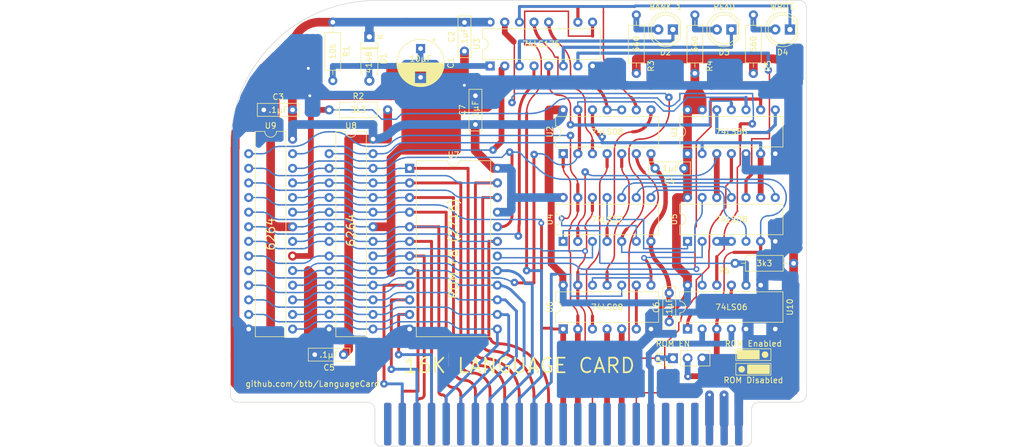
<source format=kicad_pcb>
(kicad_pcb (version 20240108) (generator "pcbnew") (generator_version "8.0")
  (title_block (rev "0"))
  (layers (0 "F.Cu" signal) (31 "B.Cu" signal) (34 "B.Paste" user) (35 "F.Paste" user) (36 "B.SilkS" user "B.Silkscreen") (37 "F.SilkS" user "F.Silkscreen") (38 "B.Mask" user) (39 "F.Mask" user) (44 "Edge.Cuts" user))
  (net 0 "")
  (net 1 "Net-(D2-A)")
  (net 2 "Net-(D3-A)")
  (net 3 "Net-(D4-A)")
  (net 8 "+5V")
  (net 9 "GND")
  (net 11 "Net-(J1-Pin_23)")
  (net 12 "Net-(J1-Pin_24)")
  (net 17 "/A0")
  (net 18 "/A1")
  (net 19 "/A2")
  (net 20 "/A3")
  (net 21 "/A4")
  (net 22 "/A5")
  (net 23 "/A6")
  (net 24 "/A7")
  (net 25 "/A8")
  (net 26 "/A9")
  (net 27 "/A10")
  (net 28 "/A11")
  (net 29 "/A12")
  (net 30 "/A13")
  (net 31 "/A14")
  (net 32 "/A15")
  (net 33 "/~{ABNK}")
  (net 35 "/~{RAMEN}")
  (net 38 "/~{INH}")
  (net 39 "/~{WE}")
  (net 40 "/PHI0")
  (net 41 "/~{DEV}")
  (net 42 "/D7")
  (net 43 "/D6")
  (net 44 "/D5")
  (net 45 "/D4")
  (net 47 "/R{slash}W")
  (net 49 "/~{A13}")
  (net 50 "/BR{slash}W")
  (net 53 "Net-(R6-Pad1)")
  (net 54 "/NEXT")
  (net 55 "/~{R}{slash}W")
  (net 56 "Net-(U3-D1)")
  (net 57 "/D3")
  (net 58 "/D2")
  (net 59 "/D1")
  (net 60 "/D0")
  (net 61 "Net-(U2-Pad4)")
  (net 62 "Net-(U5-Pad2)")
  (net 63 "/WE")
  (net 64 "/DFP")
  (net 65 "/RAMEN")
  (net 66 "/~{RESET}")
  (net 67 "/RAMCE")
  (net 68 "/ABNK")
  (net 69 "/ROMCE")
  (net 70 "/ROM")
  (net 71 "Net-(U3-D3)")
  (net 72 "Net-(U6-Pad6)")
  (net 73 "Net-(U2-Pad5)")
  (net 74 "Net-(U3-D2)")
  (net 75 "Net-(U1-Pad12)")
  (net 77 "Net-(U4-Pad11)")
  (net 78 "Net-(U2-Pad1)")
  (net 80 "Net-(U2-Pad8)")
  (net 82 "Net-(U4-Pad8)")
  (net 83 "Net-(U4-Pad9)")
  (net 84 "Net-(U4-Pad10)")
  (net 85 "Net-(U7-~{CE}{slash}PGM)")
  (footprint "Package_DIP:DIP-28_W7.62mm" (layer "F.Cu") (at 95.25 49.53)
    (property "Reference" "U8")
    (property "Value" "6264")
  )
  (footprint "Resistor_THT:R_Axial_DIN0207_L6.3mm_D2.5mm_P10.16mm_Horizontal" (layer "F.Cu") (at 158.75 27.94 -90)
    (property "Reference" "R4")
    (property "Value" "560")
  )
  (footprint "Connector_PinHeader_2.54mm:PinHeader_1x03_P2.54mm_Vertical" (layer "F.Cu") (at 154.955 87.63 90)
    (property "Reference" "JP1")
    (property "Value" "ROM EN")
  )
  (footprint "Resistor_THT:R_Axial_DIN0207_L6.3mm_D2.5mm_P10.16mm_Horizontal" (layer "F.Cu") (at 168.91 27.94 -90)
    (property "Reference" "R5")
    (property "Value" "560")
  )
  (footprint "Resistor_THT:R_Axial_DIN0207_L6.3mm_D2.5mm_P10.16mm_Horizontal" (layer "F.Cu") (at 165.735 71.12)
    (property "Reference" "R6")
    (property "Value" "3k3")
  )
  (footprint "Package_DIP:DIP-14_W7.62mm" (layer "F.Cu") (at 135.885 67.31 90)
    (property "Reference" "U4")
    (property "Value" "74LS32")
  )
  (footprint "Package_DIP:DIP-14_W7.62mm" (layer "F.Cu") (at 135.89 52.07 90)
    (property "Reference" "U2")
    (property "Value" "74LS08")
  )
  (footprint "Resistor_THT:R_Axial_DIN0207_L6.3mm_D2.5mm_P10.16mm_Horizontal" (layer "F.Cu") (at 148.59 27.94 -90)
    (property "Reference" "R3")
    (property "Value" "560")
  )
  (footprint "Diode_THT:D_A-405_P7.62mm_Horizontal" (layer "F.Cu") (at 102.235 31.75 -90)
    (property "Reference" "D1")
    (property "Value" "4148")
  )
  (footprint "Package_DIP:DIP-14_W7.62mm" (layer "F.Cu") (at 157.475 52.06 90)
    (property "Reference" "U1")
    (property "Value" "74LS86")
  )
  (footprint "Resistor_THT:R_Axial_DIN0207_L6.3mm_D2.5mm_P10.16mm_Horizontal" (layer "F.Cu") (at 95.25 44.45)
    (property "Reference" "R2")
    (property "Value" "3k3")
  )
  (footprint "Capacitor_THT:CP_Radial_D8.0mm_P5.00mm" (layer "F.Cu") (at 111.125 33.792349 -90)
    (property "Reference" "C1")
    (property "Value" "10μF")
  )
  (footprint "LED_THT:LED_D5.0mm" (layer "F.Cu") (at 175.26 30.48 180)
    (property "Reference" "D4")
    (property "Value" "WRITE")
  )
  (footprint "MySymbol:Jumper_SilkScreen" (layer "F.Cu") (at 168.91 89.535 180)
    (property "Reference" "REF**" (hide yes))
    (property "Value" "ROM Disabled")
  )
  (footprint "Capacitor_THT:C_Rect_L7.0mm_W2.0mm_P5.00mm" (layer "F.Cu") (at 120.65 46.99 90)
    (property "Reference" "C7")
    (property "Value" ".1μF")
  )
  (footprint "Capacitor_THT:C_Rect_L7.0mm_W2.0mm_P5.00mm" (layer "F.Cu") (at 97.75 86.995 180)
    (property "Reference" "C5")
    (property "Value" ".1μF")
  )
  (footprint "Package_DIP:DIP-14_W7.62mm" (layer "F.Cu") (at 157.475 82.54 90)
    (property "Reference" "U10")
    (property "Value" "74LS06")
  )
  (footprint "Package_DIP:DIP-28_W7.62mm" (layer "F.Cu") (at 81.28 49.53)
    (property "Reference" "U9")
    (property "Value" "6264")
  )
  (footprint "Capacitor_THT:C_Rect_L7.0mm_W2.0mm_P5.00mm" (layer "F.Cu") (at 118.745 34.25 90)
    (property "Reference" "C2")
    (property "Value" ".1μF")
  )
  (footprint "Capacitor_THT:C_Rect_L7.0mm_W2.0mm_P5.00mm" (layer "F.Cu") (at 156.845 54.61 180)
    (property "Reference" "C4")
    (property "Value" ".1μF")
  )
  (footprint "Resistor_THT:R_Axial_DIN0207_L6.3mm_D2.5mm_P10.16mm_Horizontal" (layer "F.Cu") (at 95.885 29.21 -90)
    (property "Reference" "R1")
    (property "Value" "10k")
  )
  (footprint "Package_DIP:DIP-14_W7.62mm" (layer "F.Cu") (at 157.475 67.3 90)
    (property "Reference" "U5")
    (property "Value" "74LS08")
  )
  (footprint "LED_THT:LED_D5.0mm" (layer "F.Cu") (at 165.1 30.48 180)
    (property "Reference" "D3")
    (property "Value" "READ")
  )
  (footprint "Capacitor_THT:C_Rect_L7.0mm_W2.0mm_P5.00mm" (layer "F.Cu") (at 154.305 81.28 90)
    (property "Reference" "C6")
    (property "Value" ".1μF")
  )
  (footprint "Package_DIP:DIP-16_W7.62mm" (layer "F.Cu") (at 123.205 36.82 90)
    (property "Reference" "U3")
    (property "Value" "74LS175")
  )
  (footprint "Package_DIP:DIP-24_W15.24mm" (layer "F.Cu") (at 109.22 54.61)
    (property "Reference" "U7")
    (property "Value" "ROM F8 (2716)")
  )
  (footprint "MySymbol:Jumper_SilkScreen" (layer "F.Cu") (at 168.91 86.995)
    (property "Reference" "REF**" (hide yes))
    (property "Value" "ROM Enabled")
  )
  (footprint "Capacitor_THT:C_Rect_L7.0mm_W2.0mm_P5.00mm" (layer "F.Cu") (at 83.9 44.45)
    (property "Reference" "C3")
    (property "Value" ".1μF")
  )
  (footprint "Apple2:Apple II Expansion Edge Connector" (layer "F.Cu") (at 119.38 94.107)
    (property "Reference" "J1")
    (property "Value" "Apple II Expansion Bus" (hide yes))
  )
  (footprint "LED_THT:LED_D5.0mm" (layer "F.Cu") (at 154.94 30.48 180)
    (property "Reference" "D2")
    (property "Value" "BANK 1")
  )
  (footprint "Package_DIP:DIP-14_W7.62mm" (layer "F.Cu") (at 135.89 82.54 90)
    (property "Reference" "U6")
    (property "Value" "74LS08")
  )
  (gr_line (start 162.15 42.575) (end 163.875 42.575) (stroke (width 0.554)) (layer "F.Cu") (net 18))
  (gr_poly (pts (xy 78.79 46.68) (xy 80.01 41.83) (xy 81.55 38.9) (xy 83.35 36.58)) (stroke (width 0.15)) (fill solid) (layer "B.Cu") (net 9))
  (gr_poly (pts (xy 83.35 36.58) (xy 83.07 37.49) (xy 82.66 39.01)) (stroke (width 0.15)) (fill solid) (layer "B.Cu") (net 9))
  (gr_poly (pts (xy 151.78 79.06) (xy 150.9 79.11) (xy 150.79 79.24) (xy 151.7 79.23)) (stroke (width 0.15)) (fill solid) (layer "B.Cu") (net 9))
  (gr_poly (pts (xy 172.4 74.05) (xy 174.11 74.09) (xy 172.86 72.57)) (stroke (width 0.15)) (fill solid) (layer "B.Cu") (net 9))
  (gr_poly (pts (xy 79.95 42.26) (xy 79.08 44.17) (xy 78.73 45.97) (xy 78.54 47.16)) (stroke (width 0.15)) (fill solid) (layer "B.Cu") (net 9))
  (gr_arc (start 79.375 95.25) (mid 78.476974 94.878026) (end 78.105 93.98) (stroke (width 0.1)) (layer "Edge.Cuts"))
  (gr_line (start 176.8475 25.4) (end 103.505 25.4) (stroke (width 0.1)) (layer "Edge.Cuts"))
  (gr_line (start 103.1875 102.235) (end 103.8225 102.87) (stroke (width 0.1)) (layer "Edge.Cuts"))
  (gr_line (start 169.8625 95.25) (end 176.8475 95.25) (stroke (width 0.1)) (layer "Edge.Cuts"))
  (gr_line (start 78.105 93.98) (end 78.105 50.8) (stroke (width 0.1)) (layer "Edge.Cuts"))
  (gr_arc (start 101.9175 95.25) (mid 102.815526 95.621974) (end 103.1875 96.52) (stroke (width 0.1)) (layer "Edge.Cuts"))
  (gr_line (start 178.1175 93.98) (end 178.1175 26.67) (stroke (width 0.1)) (layer "Edge.Cuts"))
  (gr_line (start 103.1875 96.52) (end 103.1875 102.235) (stroke (width 0.1)) (layer "Edge.Cuts"))
  (gr_line (start 79.375 95.25) (end 101.9175 95.25) (stroke (width 0.1)) (layer "Edge.Cuts"))
  (gr_arc (start 178.1175 93.98) (mid 177.745526 94.878026) (end 176.8475 95.25) (stroke (width 0.1)) (layer "Edge.Cuts"))
  (gr_arc (start 176.8475 25.4) (mid 177.745526 25.771974) (end 178.1175 26.67) (stroke (width 0.1)) (layer "Edge.Cuts"))
  (gr_line (start 167.9575 102.87) (end 103.8225 102.87) (stroke (width 0.1)) (layer "Edge.Cuts"))
  (gr_line (start 168.5925 96.52) (end 168.5925 102.235) (stroke (width 0.1)) (layer "Edge.Cuts"))
  (gr_arc (start 168.5925 96.52) (mid 168.964474 95.621974) (end 169.8625 95.25) (stroke (width 0.1)) (layer "Edge.Cuts"))
  (gr_line (start 168.5925 102.235) (end 167.9575 102.87) (stroke (width 0.1)) (layer "Edge.Cuts"))
  (gr_arc (start 78.1 50.825) (mid 85.539488 32.864488) (end 103.5 25.425) (stroke (width 0.1)) (layer "Edge.Cuts"))
  (gr_text "github.com/btb/LanguageCard" (at 80.645 92.075 0) (layer "F.SilkS") (effects (font (size 1 1)) (justify left)))
  (gr_text "16K LANGUAGE CARD" (at 128.27 88.9 0) (layer "F.SilkS") (effects (font (size 2.54 2.54) (thickness 0.3))))
  (segment (start 152.4 30.48) (end 148.59 30.48) (width 1) (layer "B.Cu") (net 1))
  (segment (start 148.59 27.94) (end 148.59 30.48) (width 1) (layer "B.Cu") (net 1))
  (segment (start 162.56 30.48) (end 158.75 30.48) (width 1) (layer "B.Cu") (net 2))
  (segment (start 158.75 27.94) (end 158.75 30.48) (width 1) (layer "B.Cu") (net 2))
  (segment (start 172.72 30.48) (end 168.91 30.48) (width 1) (layer "B.Cu") (net 3))
  (segment (start 168.91 27.94) (end 168.91 30.48) (width 1) (layer "B.Cu") (net 3))
  (segment (start 166.37 93.738835) (end 166.808835 93.3) (width 1.5) (layer "F.Cu") (net 8))
  (segment (start 148.59 38.1) (end 148.59 35.6) (width 1.5) (layer "F.Cu") (net 8))
  (segment (start 88.9 45.125) (end 88.9 49.53) (width 1.5) (layer "F.Cu") (net 8))
  (segment (start 95.885 29.21) (end 93.541817 29.21) (width 1.5) (layer "F.Cu") (net 8))
  (segment (start 88.86 33.891817) (end 88.86 45.085) (width 1.5) (layer "F.Cu") (net 8))
  (segment (start 158.907287 44.102713) (end 158.57 44.44) (width 1.5) (layer "F.Cu") (net 8))
  (segment (start 133.44 59.69) (end 133.425 59.675) (width 0.762) (layer "F.Cu") (net 8))
  (segment (start 166.37 99.06) (end 166.37 93.738835) (width 1.5) (layer "F.Cu") (net 8))
  (segment (start 123.71 54.61) (end 124.46 54.61) (width 1.5) (layer "F.Cu") (net 8))
  (segment (start 135.885 59.69) (end 134.3 59.69) (width 1.5) (layer "F.Cu") (net 8))
  (segment (start 98.64 86.105) (end 97.75 86.995) (width 1.5) (layer "F.Cu") (net 8))
  (segment (start 157.475 59.68) (end 157.475 55.24) (width 1.5) (layer "F.Cu") (net 8))
  (segment (start 157.475 44.44) (end 158.57 44.44) (width 1.5) (layer "F.Cu") (net 8))
  (segment (start 133.8 60.19) (end 133.8 71.15) (width 1.2) (layer "F.Cu") (net 8))
  (segment (start 157.475 52.06) (end 157.475 44.44) (width 1.5) (layer "F.Cu") (net 8))
  (segment (start 160.015 42.795954) (end 160.015 44.44) (width 1.5) (layer "F.Cu") (net 8))
  (segment (start 105.41 44.45) (end 105.41 49.53) (width 1.5) (layer "F.Cu") (net 8))
  (segment (start 168.91 38.1) (end 168.91 35.56) (width 1.5) (layer "F.Cu") (net 8))
  (segment (start 133.475 44.45) (end 135.89 44.45) (width 1.5) (layer "F.Cu") (net 8))
  (segment (start 175.895 93.3) (end 175.895 39.37) (width 1.5) (layer "F.Cu") (net 8))
  (segment (start 153.67 35.6) (end 148.59 35.6) (width 1.5) (layer "F.Cu") (net 8))
  (segment (start 135.825 74.855) (end 135.89 74.92) (width 1.2) (layer "F.Cu") (net 8))
  (segment (start 155.55 71.5) (end 155.55 59.8) (width 1.5) (layer "F.Cu") (net 8))
  (segment (start 155.55 59.8) (end 155.67 59.68) (width 1.5) (layer "F.Cu") (net 8))
  (segment (start 157.475 74.92) (end 157.475 75.05102) (width 0.762) (layer "F.Cu") (net 8))
  (segment (start 158.57 44.44) (end 160.015 44.44) (width 1.5) (layer "F.Cu") (net 8))
  (segment (start 98.64 49.53) (end 98.64 86.105) (width 1.5) (layer "F.Cu") (net 8))
  (segment (start 133.425 44.5) (end 133.475 44.45) (width 0.762) (layer "F.Cu") (net 8))
  (segment (start 158.75 38.1) (end 158.75 35.56) (width 1.5) (layer "F.Cu") (net 8))
  (segment (start 166.808835 93.3) (end 175.895 93.3) (width 1.5) (layer "F.Cu") (net 8))
  (segment (start 157.475 44.44) (end 157.475 42.820096) (width 1.5) (layer "F.Cu") (net 8))
  (segment (start 158.75 39.741975) (end 158.75 38.1) (width 1.5) (layer "F.Cu") (net 8))
  (segment (start 172.085 35.56) (end 158.75 35.56) (width 1.5) (layer "F.Cu") (net 8))
  (segment (start 120.65 46.99) (end 120.6 47.04) (width 1.5) (layer "F.Cu") (net 8))
  (segment (start 120.6 51.5) (end 123.71 54.61) (width 1.5) (layer "F.Cu") (net 8))
  (segment (start 158.907287 40.552713) (end 158.907287 44.102713) (width 1.5) (layer "F.Cu") (net 8))
  (segment (start 157.475 52.06) (end 157.475 55.24) (width 1.5) (layer "F.Cu") (net 8))
  (segment (start 102.87 49.53) (end 105.41 49.53) (width 1.5) (layer "F.Cu") (net 8))
  (segment (start 157.475 74.92) (end 157.475 73.425) (width 1.5) (layer "F.Cu") (net 8))
  (segment (start 157.475 73.425) (end 155.55 71.5) (width 1.5) (layer "F.Cu") (net 8))
  (segment (start 157.475 55.24) (end 156.845 54.61) (width 1.5) (layer "F.Cu") (net 8))
  (segment (start 155.67 59.68) (end 157.475 59.68) (width 1.5) (layer "F.Cu") (net 8))
  (segment (start 133.8 71.15) (end 135.825 73.175) (width 1.2) (layer "F.Cu") (net 8))
  (segment (start 135.825 73.175) (end 135.825 74.855) (width 1.2) (layer "F.Cu") (net 8))
  (segment (start 133.425 59.675) (end 133.425 44.5) (width 1.5) (layer "F.Cu") (net 8))
  (segment (start 120.6 47.04) (end 120.6 51.5) (width 1.5) (layer "F.Cu") (net 8))
  (segment (start 102.87 49.53) (end 98.64 49.53) (width 1.5) (layer "F.Cu") (net 8))
  (segment (start 134.3 59.69) (end 133.8 60.19) (width 1.2) (layer "F.Cu") (net 8))
  (segment (start 167.045 35.6) (end 153.67 35.6) (width 1.5) (layer "F.Cu") (net 8))
  (segment (start 156.21 78.105) (end 155.203026 79.111974) (width 0.762) (layer "F.Cu") (net 8))
  (segment (start 166.78088 93.272045) (end 166.808835 93.3) (width 0.762) (layer "F.Cu") (net 8))
  (segment (start 155.425 59.675) (end 155.55 59.8) (width 0.762) (layer "F.Cu") (net 8))
  (segment (start 168.91 35.56) (end 172.085 35.56) (width 0.762) (layer "F.Cu") (net 8))
  (segment (start 134.3 59.69) (end 133.44 59.69) (width 1.5) (layer "F.Cu") (net 8))
  (arc (start 88.86 45.085) (mid 88.888284 45.096716) (end 88.9 45.125) (width 0.762) (layer "F.Cu") (net 8))
  (arc (start 155.203026 79.111974) (mid 154.538389 80.106672) (end 154.305 81.28) (width 0.762) (layer "F.Cu") (net 8))
  (arc (start 159.385 41.275) (mid 159.851268 41.97282) (end 160.015 42.795954) (width 1.5) (layer "F.Cu") (net 8))
  (arc (start 175.895 39.37) (mid 174.779077 36.675923) (end 172.085 35.56) (width 1.5) (layer "F.Cu") (net 8))
  (arc (start 158.75 39.741975) (mid 158.915031 40.571642) (end 159.385 41.275) (width 1.5) (layer "F.Cu") (net 8))
  (arc (start 157.475 42.820096) (mid 157.64133 41.983896) (end 158.115 41.275) (width 1.5) (layer "F.Cu") (net 8))
  (arc (start 158.115 41.275) (mid 158.584969 40.571642) (end 158.75 39.741975) (width 1.5) (layer "F.Cu") (net 8))
  (arc (start 157.475 75.05102) (mid 157.146237 76.703822) (end 156.21 78.105) (width 0.762) (layer "F.Cu") (net 8))
  (arc (start 93.541817 29.21) (mid 90.231272 30.581272) (end 88.86 33.891817) (width 1.5) (layer "F.Cu") (net 8))
  (segment (start 102.84 46.99) (end 88.9 46.99) (width 1.5) (layer "B.Cu") (net 8))
  (segment (start 108.595 29.2) (end 95.895 29.2) (width 1.5) (layer "B.Cu") (net 8))
  (segment (start 126.525 62.23) (end 124.46 62.23) (width 1.5) (layer "B.Cu") (net 8))
  (segment (start 102.87 47.02) (end 102.84 46.99) (width 1.5) (layer "B.Cu") (net 8))
  (segment (start 102.235 31.75) (end 102.235 29.340156) (width 1.5) (layer "B.Cu") (net 8))
  (segment (start 102.375156 29.2) (end 108.595 29.2) (width 0.762) (layer "B.Cu") (net 8))
  (segment (start 126.96 59.69) (end 135.885 59.69) (width 1.5) (layer "B.Cu") (net 8))
  (segment (start 126.49 54.61) (end 126.9 55.02) (width 1.5) (layer "B.Cu") (net 8))
  (segment (start 126.9 59.325) (end 126.875 59.35) (width 0.762) (layer "B.Cu") (net 8))
  (segment (start 123.205 29.2) (end 108.595 29.2) (width 1.5) (layer "B.Cu") (net 8))
  (segment (start 135.89 74.92) (end 135.89 78) (width 1.2) (layer "B.Cu") (net 8))
  (segment (start 89.008949 49.53) (end 89.20411 49.527627) (width 0.762) (layer "B.Cu") (net 8))
  (segment (start 135.89 78) (end 157.475 78) (width 1.2) (layer "B.Cu") (net 8))
  (segment (start 126.875 59.775) (end 126.96 59.69) (width 0.762) (layer "B.Cu") (net 8))
  (segment (start 124.46 54.61) (end 126.49 54.61) (width 1.5) (layer "B.Cu") (net 8))
  (segment (start 88.9 49.53) (end 89.008949 49.53) (width 0.762) (layer "B.Cu") (net 8))
  (segment (start 157.475 78) (end 157.475 74.92) (width 1.2) (layer "B.Cu") (net 8))
  (segment (start 109.111051 46.99) (end 133.35 46.99) (width 1.5) (layer "B.Cu") (net 8))
  (segment (start 88.9 46.99) (end 88.9 49.53) (width 1.5) (layer "B.Cu") (net 8))
  (segment (start 102.87 49.53) (end 102.87 47.02) (width 1.5) (layer "B.Cu") (net 8))
  (segment (start 126.875 59.35) (end 126.875 61.88) (width 0.762) (layer "B.Cu") (net 8))
  (segment (start 135.885 59.69) (end 133.985 59.69) (width 0.762) (layer "B.Cu") (net 8))
  (segment (start 126.875 59.775) (end 126.875 61.88) (width 1.5) (layer "B.Cu") (net 8))
  (segment (start 126.875 59.35) (end 126.875 59.775) (width 0.762) (layer "B.Cu") (net 8))
  (segment (start 102.87 49.53) (end 102.978949 49.53) (width 0.762) (layer "B.Cu") (net 8))
  (segment (start 126.9 55.02) (end 126.9 59.325) (width 1.5) (layer "B.Cu") (net 8))
  (segment (start 126.875 61.88) (end 126.525 62.23) (width 0.762) (layer "B.Cu") (net 8))
  (arc (start 95.895 29.2) (mid 95.887929 29.202929) (end 95.885 29.21) (width 0.762) (layer "B.Cu") (net 8))
  (arc (start 102.235 29.340156) (mid 102.276051 29.241051) (end 102.375156 29.2) (width 0.762) (layer "B.Cu") (net 8))
  (arc (start 106.045 48.26) (mid 107.451716 47.320062) (end 109.111051 46.99) (width 1.5) (layer "B.Cu") (net 8))
  (arc (start 133.35 46.99) (mid 135.146051 46.246051) (end 135.89 44.45) (width 1.5) (layer "B.Cu") (net 8))
  (arc (start 102.978949 49.53) (mid 104.638284 49.199937) (end 106.045 48.26) (width 1.5) (layer "B.Cu") (net 8))
  (segment (start 81.06 91.78) (end 81.37 92.09) (width 1.5) (layer "F.Cu") (net 9))
  (segment (start 91.95 88.51) (end 92.63 87.83) (width 1.5) (layer "F.Cu") (net 9))
  (segment (start 90.86 88.51) (end 90.86 89.13) (width 1.5) (layer "F.Cu") (net 9))
  (segment (start 81.28 85.09) (end 81.49 85.09) (width 1.5) (layer "F.Cu") (net 9))
  (segment (start 86.31 87.83) (end 84.47 87.83) (width 1.5) (layer "F.Cu") (net 9))
  (segment (start 101.59 89.61) (end 101.43 89.77) (width 1.5) (layer "F.Cu") (net 9))
  (segment (start 87.27 90.84) (end 88.56 90.84) (width 1.5) (layer "F.Cu") (net 9))
  (segment (start 110.96 41.99) (end 110.96 42.095) (width 1.5) (layer "F.Cu") (net 9))
  (segment (start 122.9 43.84) (end 122.9 41.71) (width 1.5) (layer "F.Cu") (net 9))
  (segment (start 86.31 88.59) (end 88.56 90.84) (width 1.5) (layer "F.Cu") (net 9))
  (segment (start 109.325 42.41) (end 109.325 43.73) (width 1.5) (layer "F.Cu") (net 9))
  (segment (start 84.47 88.04) (end 87.27 90.84) (width 1.5) (layer "F.Cu") (net 9))
  (segment (start 89.5 88.81) (end 91.53 90.84) (width 1.5) (layer "F.Cu") (net 9))
  (segment (start 81.28 82.55) (end 79.25 82.55) (width 1.5) (layer "F.Cu") (net 9))
  (segment (start 118.71 40.19) (end 118.725 40.175) (width 1.5) (layer "F.Cu") (net 9))
  (segment (start 81.87 91.59) (end 82.18 91.28) (width 1.5) (layer "F.Cu") (net 9))
  (segment (start 111.125 41.155) (end 111.125 40.19) (width 1.5) (layer "F.Cu") (net 9))
  (segment (start 93.6 90.84) (end 93.73 90.71) (width 1.5) (layer "F.Cu") (net 9))
  (segment (start 107.425 51.475) (end 117.325 51.475) (width 1.5) (layer "F.Cu") (net 9))
  (segment (start 154.305 76.28) (end 154.305 75.719076) (width 0.762) (layer "F.Cu") (net 9))
  (segment (start 85.88 46.532914) (end 85.09 47.322914) (width 1.5) (layer "F.Cu") (net 9))
  (segment (start 105.94 38.05) (end 105.94 37.21) (width 1.5) (layer "F.Cu") (net 9))
  (segment (start 95.17 90.84) (end 95.25 90.76) (width 1.5) (layer "F.Cu") (net 9))
  (segment (start 95.24 85.09) (end 95.25 85.1) (width 1.5) (layer "F.Cu") (net 9))
  (segment (start 118.615 41.99) (end 120.65 41.99) (width 1.5) (layer "F.Cu") (net 9))
  (segment (start 95.17 90.84) (end 95.17 87.16) (width 1.5) (layer "F.Cu") (net 9))
  (segment (start 83.9 38.5) (end 84.91 37.49) (width 1) (layer "F.Cu") (net 9))
  (segment (start 102.82 92.02) (end 102.82 85.58) (width 1.5) (layer "F.Cu") (net 9))
  (segment (start 95.25 85.1) (end 95.25 82.55) (width 1.5) (layer "F.Cu") (net 9))
  (segment (start 123.26 39.9) (end 123.26 42.19) (width 0.762) (layer "F.Cu") (net 9))
  (segment (start 88.9 64.77) (end 86.623025 64.77) (width 1.5) (layer "F.Cu") (net 9))
  (segment (start 91.89 41.99) (end 91.63 41.73) (width 1.5) (layer "F.Cu") (net 9))
  (segment (start 82.6 44.084802) (end 82.965198 44.45) (width 1) (layer "F.Cu") (net 9))
  (segment (start 92.4 73.15) (end 91.63 72.38) (width 1.5) (layer "F.Cu") (net 9))
  (segment (start 110.96 42.095) (end 109.325 43.73) (width 1.5) (layer "F.Cu") (net 9))
  (segment (start 95.17 87.16) (end 93.73 85.72) (width 1.5) (layer "F.Cu") (net 9))
  (segment (start 82.18 90.3) (end 83.47 91.59) (width 1.5) (layer "F.Cu") (net 9))
  (segment (start 96.07 91.06) (end 94.78 89.77) (width 1.5) (layer "F.Cu") (net 9))
  (segment (start 116.375 45.525) (end 116.375 50.35) (width 1.5) (layer "F.Cu") (net 9))
  (segment (start 109.32 41.99) (end 109.325 41.99) (width 1.5) (layer "F.Cu") (net 9))
  (segment (start 109.325 42.7) (end 109.325 44.325) (width 1.5) (layer "F.Cu") (net 9))
  (segment (start 112 41.99) (end 110.96 41.99) (width 1.5) (layer "F.Cu") (net 9))
  (segment (start 78.905 86.995) (end 79.95 86.995) (width 1.5) (layer "F.Cu") (net 9))
  (segment (start 84.91 44.5) (end 84.380693 45.029307) (width 1) (layer "F.Cu") (net 9))
  (segment (start 109.325 41.99) (end 111.125 40.19) (width 1.5) (layer "F.Cu") (net 9))
  (segment (start 82.18 88.65) (end 82.18 90.3) (width 1.5) (layer "F.Cu") (net 9))
  (segment (start 85.09 48.26) (end 85.09 47.322914) (width 1.5) (layer "F.Cu") (net 9))
  (segment (start 101.59 85.03) (end 101.59 89.61) (width 1.5) (layer "F.Cu") (net 9))
  (segment (start 109.325 43.73) (end 109.325 47.515) (width 1.5) (layer "F.Cu") (net 9))
  (segment (start 85.09 50.8) (end 85.09 48.26) (width 1.5) (layer "F.Cu") (net 9))
  (segment (start 112 44.08) (end 113.41 45.49) (width 1.5) (layer "F.Cu") (net 9))
  (segment (start 83.46 88.51) (end 85.79 90.84) (width 1.5) (layer "F.Cu") (net 9))
  (segment (start 119.405 40.815) (end 120.64 40.815) (width 1.5) (layer "F.Cu") (net 9))
  (segment (start 79.88 92.97) (end 79.88 87.065) (width 1.5) (layer "F.Cu") (net 9))
  (segment (start 151.125 68.041878) (end 151.125 67.31) (width 0.762) (layer "F.Cu") (net 9))
  (segment (start 112.325 49.225) (end 116.2 45.35) (width 1.5) (layer "F.Cu") (net 9))
  (segment (start 109.325 42.7) (end 109.325 46.305) (width 1.5) (layer "F.Cu") (net 9))
  (segment (start 117.375 51.425) (end 117.375 44.03) (width 1.5) (layer "F.Cu") (net 9))
  (segment (start 91.95 88.51) (end 91.95 90.22) (width 1.5) (layer "F.Cu") (net 9))
  (segment (start 83.52 41.46) (end 83.52 43.14) (width 1) (layer "F.Cu") (net 9))
  (segment (start 81.28 84.59) (end 81.28 85.09) (width 1.5) (layer "F.Cu") (net 9))
  (segment (start 84.07 39.2) (end 84.07 36.94) (width 1.5) (layer "F.Cu") (net 9))
  (segment (start 90.73 91.59) (end 93.97 91.59) (width 1.5) (layer "F.Cu") (net 9))
  (segment (start 109.935 44.34) (end 110.96 44.34) (width 1.5) (layer "F.Cu") (net 9))
  (segment (start 91.4 88.51) (end 91.4 89.67) (width 1.5) (layer "F.Cu") (net 9))
  (segment (start 83.52 41.46) (end 82.99 41.99) (width 1) (layer "F.Cu") (net 9))
  (segment (start 118.515 38.05) (end 118.745 38.28) (width 1.5) (layer "F.Cu") (net 9))
  (segment (start 93.73 85.09) (end 93.73 85.72) (width 1.5) (layer "F.Cu") (net 9))
  (segment (start 91.63 37.23) (end 91.63 33.43) (width 1.5) (layer "F.Cu") (net 9))
  (segment (start 102.8 92) (end 102.82 92.02) (width 1.5) (layer "F.Cu") (net 9))
  (segment (start 118.485 37.12) (end 118.745 36.86) (width 1.5) (layer "F.Cu") (net 9))
  (segment (start 102.53 91.06) (end 96.07 91.06) (width 1.5) (layer "F.Cu") (net 9))
  (segment (start 79.902599 47.512599) (end 83.23 47.512599) (width 1.5) (layer "F.Cu") (net 9))
  (segment (start 118.725 40.175) (end 118.745 40.155) (width 0.762) (layer "F.Cu") (net 9))
  (segment (start 121.29 41.99) (end 120.65 41.99) (width 0.762) (layer "F.Cu") (net 9))
  (segment (start 113.935 42.735) (end 114.465 43.265) (width 1.5) (layer "F.Cu") (net 9))
  (segment (start 89.5 88.25) (end 89.5 88.81) (width 1.5) (layer "F.Cu") (net 9))
  (segment (start 123.26 42.19) (end 123.32 42.25) (width 0.762) (layer "F.Cu") (net 9))
  (segment (start 78.905 51.140708) (end 78.950367 51.095341) (width 1.5) (layer "F.Cu") (net 9))
  (segment (start 102.82 92.02) (end 101.84 93) (width 1.5) (layer "F.Cu") (net 9))
  (segment (start 84.07 43.66) (end 84.91 44.5) (width 1.5) (layer "F.Cu") (net 9))
  (segment (start 82.99 41.99) (end 81.65 43.33) (width 1) (layer "F.Cu") (net 9))
  (segment (start 82.18 88.65) (end 84.37 90.84) (width 1.5) (layer "F.Cu") (net 9))
  (segment (start 93.73 90.71) (end 93.73 90.84) (width 1.5) (layer "F.Cu") (net 9))
  (segment (start 92.75 86.995) (end 85.09 86.995) (width 0.762) (layer "F.Cu") (net 9))
  (segment (start 81.76 43.44) (end 81.76 46.042599) (width 1) (layer "F.Cu") (net 9))
  (segment (start 81.37 92.09) (end 81.87 91.59) (width 1.5) (layer "F.Cu") (net 9))
  (segment (start 113.41 45.49) (end 112.725 46.175) (width 1.5) (layer "F.Cu") (net 9))
  (segment (start 107.0625 51.8375) (end 106 52.9) (width 1.5) (layer "F.Cu") (net 9))
  (segment (start 110.96 41.32) (end 111.125 41.155) (width 1.5) (layer "F.Cu") (net 9))
  (segment (start 120.65 41.99) (end 113.52 41.99) (width 1.5) (layer "F.Cu") (net 9))
  (segment (start 102.87 64.77) (end 105.995 64.77) (width 1.5) (layer "F.Cu") (net 9))
  (segment (start 117.66 41.24) (end 115.635 43.265) (width 1.5) (layer "F.Cu") (net 9))
  (segment (start 80.86 84.17) (end 81.28 84.59) (width 1.5) (layer "F.Cu") (net 9))
  (segment (start 81.06 86.995) (end 92.75 86.995) (width 1.5) (layer "F.Cu") (net 9))
  (segment (start 92.1 39.33) (end 91.63 39.8) (width 1.5) (layer "F.Cu") (net 9))
  (segment (start 118.745 36.86) (end 118.745 34.25) (width 1.5) (layer "F.Cu") (net 9))
  (segment (start 91.4 88.51) (end 92.47 88.51) (width 1.5) (layer "F.Cu") (net 9))
  (segment (start 105.94 41.99) (end 92.9 41.99) (width 1.5) (layer "F.Cu") (net 9))
  (segment (start 92.9 41.99) (end 92.9 32.96) (width 1.5) (layer "F.Cu") (net 9))
  (segment (start 82.965198 44.45) (end 83.9 44.45) (width 1.5) (layer "F.Cu") (net 9))
  (segment (start 122.345 40.815) (end 122.005 40.815) (width 0.762) (layer "F.Cu") (net 9))
  (segment (start 122.9 41.71) (end 122.35 41.16) (width 1.5) (layer "F.Cu") (net 9))
  (segment (start 120.58 41.99) (end 119.325 40.735) (width 1.5) (layer "F.Cu") (net 9))
  (segment (start 102.27 85.03) (end 101.59 85.03) (width 1.5) (layer "F.Cu") (net 9))
  (segment (start 112.325 49.475) (end 112.325 49.225) (width 1.5) (layer "F.Cu") (net 9))
  (segment (start 83.9 41.08) (end 83.52 41.46) (width 1) (layer "F.Cu") (net 9))
  (segment (start 81.06 86.995) (end 81.06 91.78) (width 1.5) (layer "F.Cu") (net 9))
  (segment (start 81.562599 45.852599) (end 83.282599 45.852599) (width 1.5) (layer "F.Cu") (net 9))
  (segment (start 109.325 42.41) (end 109.325 42.7) (width 1.5) (layer "F.Cu") (net 9))
  (segment (start 118.725 38.75) (end 118.725 40.175) (width 1.5) (layer "F.Cu") (net 9))
  (segment (start 83.47 91.59) (end 81.87 91.59) (width 1.5) (layer "F.Cu") (net 9))
  (segment (start 117.375 44.03) (end 117.375 42.9) (width 1.5) (layer "F.Cu") (net 9))
  (segment (start 90.86 89.13) (end 92.57 90.84) (width 1.5) (layer "F.Cu") (net 9))
  (segment (start 120.64 40.815) (end 120.985 40.815) (width 1.5) (layer "F.Cu") (net 9))
  (segment (start 79.25 82.55) (end 78.955 82.55) (width 1.5) (layer "F.Cu") (net 9))
  (segment (start 84.37 90.84) (end 85.79 90.84) (width 1.5) (layer "F.Cu") (net 9))
  (segment (start 79.95 86.995) (end 81.06 86.995) (width 1.5) (layer "F.Cu") (net 9))
  (segment (start 83.23 47.512599) (end 84.900315 47.512599) (width 1.5) (layer "F.Cu") (net 9))
  (segment (start 153.67 60.433949) (end 153.67 59.69) (width 0.762) (layer "F.Cu") (net 9))
  (segment (start 91.53 90.84) (end 92.57 90.84) (width 1.5) (layer "F.Cu") (net 9))
  (segment (start 80.647599 46.767599) (end 80.647599 42.622401) (width 1.5) (layer "F.Cu") (net 9))
  (segment (start 80.19 85.23) (end 80.19 85.87) (width 1.5) (layer "F.Cu") (net 9))
  (segment (start 91.4 88.51) (end 91.95 88.51) (width 1.5) (layer "F.Cu") (net 9))
  (segment (start 151.13 52.07) (end 151.13 52.883838) (width 0.762) (layer "F.Cu") (net 9))
  (segment (start 105.94 38.92) (end 105.94 38.05) (width 1.5) (layer "F.Cu") (net 9))
  (segment (start 92.63 87.83) (end 89.08 87.83) (width 1.5) (layer "F.Cu") (net 9))
  (segment (start 102.59 91.16) (end 102.59 89.74) (width 1.5) (layer "F.Cu") (net 9))
  (segment (start 107.0625 51.8375) (end 107.425 51.475) (width 1.5) (layer "F.Cu") (net 9))
  (segment (start 89.5 88.25) (end 89.5 90.84) (width 1.5) (layer "F.Cu") (net 9))
  (segment (start 117.7675 42.5075) (end 117.375 42.9) (width 1.5) (layer "F.Cu") (net 9))
  (segment (start 101.75 92) (end 94.38 92) (width 1.5) (layer "F.Cu") (net 9))
  (segment (start 91.63 37.23) (end 91.63 39.8) (width 1.5) (layer "F.Cu") (net 9))
  (segment (start 90.73 91.59) (end 83.47 91.59) (width 1.5) (layer "F.Cu") (net 9))
  (segment (start 105.94 40.96) (end 109.07 40.96) (width 1.5) (layer "F.Cu") (net 9))
  (segment (start 92.57 90.84) (end 93.73 90.84) (width 1.5) (layer "F.Cu") (net 9))
  (segment (start 105.94 41.99) (end 105.94 40.96) (width 1.5) (layer "F.Cu") (net 9))
  (segment (start 85.88 36.52) (end 84.91 37.49) (width 1.5) (layer "F.Cu") (net 9))
  (segment (start 81.28 86.775) (end 82.18 86.775) (width 1.5) (layer "F.Cu") (net 9))
  (segment (start 85.09 86.09) (end 85.09 64.135) (width 1.5) (layer "F.Cu") (net 9))
  (segment (start 87.56 87.83) (end 86.31 87.83) (width 1.5) (layer "F.Cu") (net 9))
  (segment (start 82.72 85.09) (end 84.405 86.775) (width 1.5) (layer "F.Cu") (net 9))
  (segment (start 109.325 41.99) (end 109.325 42.41) (width 1.5) (layer "F.Cu") (net 9))
  (segment (start 110.96 44.34) (end 110.96 45.96) (width 1.5) (layer "F.Cu") (net 9))
  (segment (start 123.32 42.25) (end 121.55 42.25) (width 0.762) (layer "F.Cu") (net 9))
  (segment (start 101.84 93) (end 95.24 93) (width 1.5) (layer "F.Cu") (net 9))
  (segment (start 118.725 40.175) (end 117.66 41.24) (width 1.5) (layer "F.Cu") (net 9))
  (segment (start 82.6 42.38) (end 82.6 44.084802) (width 1) (layer "F.Cu") (net 9))
  (segment (start 118.725 40.175) (end 119 39.9) (width 0.762) (layer "F.Cu") (net 9))
  (segment (start 90.82 90.84) (end 91.53 90.84) (width 1.5) (layer "F.Cu") (net 9))
  (segment (start 85.88 36.23) (end 85.88 36.52) (width 1.5) (layer "F.Cu") (net 9))
  (segment (start 83.9 40.04) (end 83.9 41.08) (width 1) (layer "F.Cu") (net 9))
  (segment (start 81.49 85.09) (end 82.3 85.9) (width 1.5) (layer "F.Cu") (net 9))
  (segment (start 113.52 41.99) (end 113.52 42.32) (width 1.5) (layer "F.Cu") (net 9))
  (segment (start 121.84 43) (end 121.56 42.72) (width 1.5) (layer "F.Cu") (net 9))
  (segment (start 117.7675 42.5075) (end 118.32 43.06) (width 1.5) (layer "F.Cu") (net 9))
  (segment (start 119.325 40.735) (end 118.745 40.155) (width 1.5) (layer "F.Cu") (net 9))
  (segment (start 115.635 43.265) (end 115.05 43.85) (width 1.5) (layer "F.Cu") (net 9))
  (segment (start 121.55 42.25) (end 121.29 41.99) (width 0.762) (layer "F.Cu") (net 9))
  (segment (start 89.08 87.83) (end 87.56 87.83) (width 1.5) (layer "F.Cu") (net 9))
  (segment (start 78.955 82.55) (end 78.905 82.6) (width 1.5) (layer "F.Cu") (net 9))
  (segment (start 90.82 90.84) (end 93.6 90.84) (width 1.5) (layer "F.Cu") (net 9))
  (segment (start 91.63 41.73) (end 91.63 39.8) (width 1.5) (layer "F.Cu") (net 9))
  (segment (start 92.47 86.09) (end 92.57 85.99) (width 1.5) (layer "F.Cu") (net 9))
  (segment (start 94.38 92) (end 93.97 91.59) (width 1.5) (layer "F.Cu") (net 9))
  (segment (start 102.53 92) (end 101.75 92) (width 1.5) (layer "F.Cu") (net 9))
  (segment (start 78.905 91.995) (end 79.88 92.97) (width 1.5) (layer "F.Cu") (net 9))
  (segment (start 82.18 88.38) (end 82.18 86.775) (width 1.5) (layer "F.Cu") (net 9))
  (segment (start 109.325 47.515) (end 110.355 48.545) (width 1.5) (layer "F.Cu") (net 9))
  (segment (start 84.900315 47.512599) (end 85.09 47.322914) (width 1.5) (layer "F.Cu") (net 9))
  (segment (start 95.25 90.76) (end 95.25 92.99) (width 1.5) (layer "F.Cu") (net 9))
  (segment (start 113.935 42.735) (end 115.05 43.85) (width 1.5) (layer "F.Cu") (net 9))
  (segment (start 81.372599 46.042599) (end 82.965198 44.45) (width 1.5) (layer "F.Cu") (net 9))
  (segment (start 93.73 89.77) (end 94.78 89.77) (width 1.5) (layer "F.Cu") (net 9))
  (segment (start 92.4 85.09) (end 92.4 73.15) (width 1.5) (layer "F.Cu") (net 9))
  (segment (start 108.55 41.99) (end 108.55 50.35) (width 1.5) (layer "F.Cu") (net 9))
  (segment (start 81.76 46.042599) (end 83.23 47.512599) (width 1.5) (layer "F.Cu") (net 9))
  (segment (start 110.96 41.99) (end 110.96 41.32) (width 1.5) (layer "F.Cu") (net 9))
  (segment (start 105.94 37.21) (end 106.03 37.12) (width 1.5) (layer "F.Cu") (net 9))
  (segment (start 78.905 82.205) (end 78.905 51.140708) (width 1.5) (layer "F.Cu") (net 9))
  (segment (start 81.28 85.09) (end 91.63 85.09) (width 1.5) (layer "F.Cu") (net 9))
  (segment (start 83.24 88.51) (end 83.46 88.51) (width 1.5) (layer "F.Cu") (net 9))
  (segment (start 82.18 86.775) (end 83.24 86.775) (width 1.5) (layer "F.Cu") (net 9))
  (segment (start 95.25 92.99) (end 95.24 93) (width 1.5) (layer "F.Cu") (net 9))
  (segment (start 80.647599 46.767599) (end 81.372599 46.042599) (width 1.5) (layer "F.Cu") (net 9))
  (segment (start 92.1 32.96) (end 92.1 39.33) (width 1.5) (layer "F.Cu") (net 9))
  (segment (start 118.45 41.825) (end 118.615 41.99) (width 1.5) (layer "F.Cu") (net 9))
  (segment (start 79.66 84.17) (end 80.86 84.17) (width 1.5) (layer "F.Cu") (net 9))
  (segment (start 88.56 90.84) (end 89.5 90.84) (width 1.5) (layer "F.Cu") (net 9))
  (segment (start 111.125 40.19) (end 118.71 40.19) (width 1.5) (layer "F.Cu") (net 9))
  (segment (start 83.52 43.14) (end 83.2 43.46) (width 1) (layer "F.Cu") (net 9))
  (segment (start 108.55 41.99) (end 105.94 41.99) (width 1.5) (layer "F.Cu") (net 9))
  (segment (start 79.88 87.065) (end 79.95 86.995) (width 1.5) (layer "F.Cu") (net 9))
  (segment (start 109.325 46.305) (end 110.96 47.94) (width 1.5) (layer "F.Cu") (net 9))
  (segment (start 83.9 44.45) (end 83.9 40.04) (width 1) (layer "F.Cu") (net 9))
  (segment (start 95.24 93) (end 95.21 92.97) (width 1.5) (layer "F.Cu") (net 9))
  (segment (start 79.026148 48.38905) (end 79.902599 47.512599) (width 1.5) (layer "F.Cu") (net 9))
  (segment (start 108.47 50.43) (end 107.0625 51.8375) (width 1.5) (layer "F.Cu") (net 9))
  (segment (start 91.4 89.67) (end 92.57 90.84) (width 1.5) (layer "F.Cu") (net 9))
  (segment (start 79.66 84.17) (end 79.66 84.7) (width 1.5) (layer "F.Cu") (net 9))
  (segment (start 123.26 42.19) (end 123.26 42.07) (width 0.762) (layer "F.Cu") (net 9))
  (segment (start 93.73 85.72) (end 93.73 89.77) (width 1.5) (layer "F.Cu") (net 9))
  (segment (start 91.63 33.43) (end 92.1 32.96) (width 1.5) (layer "F.Cu") (net 9))
  (segment (start 101.75 92) (end 102.59 91.16) (width 1.5) (layer "F.Cu") (net 9))
  (segment (start 109.32 41.99) (end 108.55 41.99) (width 1.5) (layer "F.Cu") (net 9))
  (segment (start 95.25 85.1) (end 95.25 90.76) (width 1.5) (layer "F.Cu") (net 9))
  (segment (start 120.985 40.815) (end 122 41.83) (width 1.5) (layer "F.Cu") (net 9))
  (segment (start 85.79 90.84) (end 87.27 90.84) (width 1.5) (layer "F.Cu") (net 9))
  (segment (start 106 52.9) (end 106 64.775) (width 1.5) (layer "F.Cu") (net 9))
  (segment (start 87.56 88.9) (end 89.5 90.84) (width 1.5) (layer "F.Cu") (net 9))
  (segment (start 151.125 67.31) (end 151.125 66.578122) (width 0.762) (layer "F.Cu") (net 9))
  (segment (start 120.64 40.815) (end 122.005 40.815) (width 1.5) (layer "F.Cu") (net 9))
  (segment (start 87.56 87.83) (end 87.56 88.9) (width 1.5) (layer "F.Cu") (net 9))
  (segment (start 115.125 47.9) (end 115.125 48.9) (width 1.5) (layer "F.Cu") (net 9))
  (segment (start 82.18 91.28) (end 82.18 88.38) (width 1.5) (layer "F.Cu") (net 9))
  (segment (start 115.05 43.85) (end 114.295 44.605) (width 1.5) (layer "F.Cu") (net 9))
  (segment (start 78.905 86.995) (end 78.905 91.995) (width 1.5) (layer "F.Cu") (net 9))
  (segment (start 92.47 88.51) (end 93.73 89.77) (width 1.5) (layer "F.Cu") (net 9))
  (segment (start 82.18 88.38) (end 82.18 88.65) (width 1.5) (layer "F.Cu") (net 9))
  (segment (start 93.73 85.09) (end 95.24 85.09) (width 1.5) (layer "F.Cu") (net 9))
  (segment (start 117.375 42.925) (end 117.375 42.9) (width 1.5) (layer "F.Cu") (net 9))
  (segment (start 115.125 48.9) (end 115.125 49.475) (width 1.5) (layer "F.Cu") (net 9))
  (segment (start 105.995 64.77) (end 106 64.775) (width 0.254) (layer "F.Cu") (net 9))
  (segment (start 117.55 39.15) (end 116.68 40.02) (width 1.5) (layer "F.Cu") (net 9))
  (segment (start 91.63 85.09) (end 91.63 72.38) (width 1.5) (layer "F.Cu") (net 9))
  (segment (start 81.28 85.09) (end 81.28 86.775) (width 1.5) (layer "F.Cu") (net 9))
  (segment (start 81.28 82.55) (end 81.28 84.59) (width 1.5) (layer "F.Cu") (net 9))
  (segment (start 85.09 86.995) (end 85.09 86.09) (width 1.5) (layer "F.Cu") (net 9))
  (segment (start 117.375 42.9) (end 118.45 41.825) (width 1.5) (layer "F.Cu") (net 9))
  (segment (start 81.372599 46.042599) (end 81.76 46.042599) (width 1.5) (layer "F.Cu") (net 9))
  (segment (start 106 64.775) (end 106 72.725) (width 1.5) (layer "F.Cu") (net 9))
  (segment (start 120.65 41.99) (end 120.58 41.99) (width 1.5) (layer "F.Cu") (net 9))
  (segment (start 102.56 85.32) (end 102.27 85.03) (width 1.5) (layer "F.Cu") (net 9))
  (segment (start 105.94 37.21) (end 105.94 40.96) (width 1.5) (layer "F.Cu") (net 9))
  (segment (start 91.95 90.22) (end 92.57 90.84) (width 1.5) (layer "F.Cu") (net 9))
  (segment (start 123.26 39.9) (end 122.345 40.815) (width 0.762) (layer "F.Cu") (net 9))
  (segment (start 79.902599 47.512599) (end 80.647599 46.767599) (width 1.5) (layer "F.Cu") (net 9))
  (segment (start 93.73 91.74) (end 93.58 91.59) (width 1.5) (layer "F.Cu") (net 9))
  (segment (start 93.58 91.59) (end 90.73 91.59) (width 1.5) (layer "F.Cu") (net 9))
  (segment (start 112.725 46.175) (end 110.355 48.545) (width 1.5) (layer "F.Cu") (net 9))
  (segment (start 118.32 43.06) (end 121.22 43.06) (width 1.5) (layer "F.Cu") (net 9))
  (segment (start 112 41.99) (end 114.295 44.285) (width 1.5) (layer "F.Cu") (net 9))
  (segment (start 116.68 40.02) (end 105.94 40.02) (width 1.5) (layer "F.Cu") (net 9))
  (segment (start 117.32 38.92) (end 117.55 39.15) (width 1.5) (layer "F.Cu") (net 9))
  (segment (start 121.22 43.06) (end 121.56 42.72) (width 1.5) (layer "F.Cu") (net 9))
  (segment (start 117.575 41.155) (end 117.66 41.24) (width 1.5) (layer "F.Cu") (net 9))
  (segment (start 79.25 82.55) (end 78.905 82.205) (width 1.5) (layer "F.Cu") (net 9))
  (segment (start 118.745 40.155) (end 118.745 38.28) (width 1.5) (layer "F.Cu") (net 9))
  (segment (start 110.96 42.095) (end 110.96 44.41) (width 1.5) (layer "F.Cu") (net 9))
  (segment (start 114.295 44.605) (end 113.41 45.49) (width 1.5) (layer "F.Cu") (net 9))
  (segment (start 153.67 59.015939) (end 153.67 59.69) (width 0.762) (layer "F.Cu") (net 9))
  (segment (start 81.28 82.55) (end 79.66 84.17) (width 1.5) (layer "F.Cu") (net 9))
  (segment (start 85.88 35.13) (end 85.88 36.23) (width 1.5) (layer "F.Cu") (net 9))
  (segment (start 84.47 87.83) (end 84.47 88.04) (width 1.5) (layer "F.Cu") (net 9))
  (segment (start 93.73 89.77) (end 93.73 90.71) (width 1.5) (layer "F.Cu") (net 9))
  (segment (start 82.99 41.99) (end 82.6 42.38) (width 1) (layer "F.Cu") (net 9))
  (segment (start 78.905 82.6) (end 78.905 86.995) (width 1.5) (layer "F.Cu") (net 9))
  (segment (start 89.5 90.84) (end 90.82 90.84) (width 1.5) (layer "F.Cu") (net 9))
  (segment (start 102.59 89.74) (end 102.56 89.77) (width 1.5) (layer "F.Cu") (net 9))
  (segment (start 78.950367 49.351936) (end 79.026148 48.38905) (width 1.5) (layer "F.Cu") (net 9))
  (segment (start 79.66 84.7) (end 80.19 85.23) (width 1.5) (layer "F.Cu") (net 9))
  (segment (start 80.19 85.87) (end 80.43 86.11) (width 1.5) (layer "F.Cu") (net 9))
  (segment (start 89.08 87.83) (end 89.5 88.25) (width 1.5) (layer "F.Cu") (net 9))
  (segment (start 95.21 92.97) (end 79.88 92.97) (width 1.5) (layer "F.Cu") (net 9))
  (segment (start 114.295 44.285) (end 114.295 44.605) (width 1.5) (layer "F.Cu") (net 9))
  (segment (start 117.375 44.03) (end 120 44.03) (width 1.5) (layer "F.Cu") (net 9))
  (segment (start 113.52 42.32) (end 113.935 42.735) (width 1.5) (layer "F.Cu") (net 9))
  (segment (start 84.07 39.2) (end 84.07 43.66) (width 1.5) (layer "F.Cu") (net 9))
  (segment (start 112.725 46.175) (end 112.725 46.5) (width 1.5) (layer "F.Cu") (net 9))
  (segment (start 106.03 37.12) (end 118.485 37.12) (width 1.5) (layer "F.Cu") (net 9))
  (segment (start 81.65 43.33) (end 81.76 43.44) (width 1) (layer "F.Cu") (net 9))
  (segment (start 151.13 82.54) (end 151.13 82.441051) (width 0.762) (layer "F.Cu") (net 9))
  (segment (start 105.94 38.05) (end 118.515 38.05) (width 1.5) (layer "F.Cu") (net 9))
  (segment (start 115.125 49.475) (end 112.325 49.475) (width 1.5) (layer "F.Cu") (net 9))
  (segment (start 123.26 42.07) (end 122.35 41.16) (width 0.762) (layer "F.Cu") (net 9))
  (segment (start 112 41.99) (end 112 44.08) (width 1.5) (layer "F.Cu") (net 9))
  (segment (start 85.09 86.09) (end 92.47 86.09) (width 1.5) (layer "F.Cu") (net 9))
  (segment (start 83.24 86.775) (end 84.405 86.775) (width 1.5) (layer "F.Cu") (net 9))
  (segment (start 84.405 86.775) (end 85.09 86.09) (width 1.5) (layer "F.Cu") (net 9))
  (segment (start 109.95 50.35) (end 117.375 42.925) (width 1.5) (layer "F.Cu") (net 9))
  (segment (start 114.465 43.265) (end 115.635 43.265) (width 1.5) (layer "F.Cu") (net 9))
  (segment (start 85.88 36.23) (end 85.88 46.532914) (width 1.5) (layer "F.Cu") (net 9))
  (segment (start 108.55 50.35) (end 108.47 50.43) (width 1.5) (layer "F.Cu") (net 9))
  (segment (start 115.425 47.6) (end 115.125 47.9) (width 1.5) (layer "F.Cu") (net 9))
  (segment (start 102.53 92) (end 102.8 92) (width 1.5) (layer "F.Cu") (net 9))
  (segment (start 102.82 85.58) (end 102.56 85.32) (width 1.5) (layer "F.Cu") (net 9))
  (segment (start 113.52 41.99) (end 112 41.99) (width 1.5) (layer "F.Cu") (net 9))
  (segment (start 101.43 89.77) (end 94.78 89.77) (width 1.5) (layer "F.Cu") (net 9))
  (segment (start 92.9 32.96) (end 92.1 32.96) (width 1.5) (layer "F.Cu") (net 9))
  (segment (start 119 39.9) (end 123.26 39.9) (width 0.762) (layer "F.Cu") (net 9))
  (segment (start 92.05 89.67) (end 91.4 89.67) (width 1.5) (layer "F.Cu") (net 9))
  (segment (start 83.24 86.775) (end 83.24 88.51) (width 1.5) (layer "F.Cu") (net 9))
  (segment (start 111.125 40.19) (end 111.125 38.792349) (width 1.5) (layer "F.Cu") (net 9))
  (segment (start 152.4 79.375) (end 153.463542 78.311458) (width 0.762) (layer "F.Cu") (net 9))
  (segment (start 122.71 44.03) (end 122.9 43.84) (width 1.5) (layer "F.Cu") (net 9))
  (segment (start 117.375 44.03) (end 122.71 44.03) (width 1.5) (layer "F.Cu") (net 9))
  (segment (start 90.86 88.51) (end 91.4 88.51) (width 1.5) (layer "F.Cu") (net 9))
  (segment (start 93.97 91.59) (end 92.05 89.67) (width 1.5) (layer "F.Cu") (net 9))
  (segment (start 102.53 91.06) (end 102.53 92) (width 1.5) (layer "F.Cu") (net 9))
  (segment (start 84.91 37.49) (end 84.91 44.5) (width 1) (layer "F.Cu") (net 9))
  (segment (start 112.725 46.5) (end 115.125 48.9) (width 1.5) (layer "F.Cu") (net 9))
  (segment (start 119.325 40.735) (end 119.405 40.815) (width 1.5) (layer "F.Cu") (net 9))
  (segment (start 81.28 85.09) (end 82.72 85.09) (width 1.5) (layer "F.Cu") (net 9))
  (segment (start 102.56 89.77) (end 102.56 85.32) (width 1.5) (layer "F.Cu") (net 9))
  (segment (start 93.73 90.84) (end 93.73 91.74) (width 1.5) (layer "F.Cu") (net 9))
  (segment (start 105.94 38.92) (end 117.32 38.92) (width 1.5) (layer "F.Cu") (net 9))
  (segment (start 91.89 41.99) (end 92.9 41.99) (width 1.5) (layer "F.Cu") (net 9))
  (segment (start 81.28 86.775) (end 81.06 86.995) (width 1.5) (layer "F.Cu") (net 9))
  (segment (start 111.125 41.155) (end 117.575 41.155) (width 1.5) (layer "F.Cu") (net 9))
  (segment (start 117.325 51.475) (end 117.375 51.425) (width 1.5) (layer "F.Cu") (net 9))
  (segment (start 110.96 47.94) (end 110.355 48.545) (width 1.5) (layer "F.Cu") (net 9))
  (segment (start 85.09 64.135) (end 85.09 50.8) (width 1.5) (layer "F.Cu") (net 9))
  (segment (start 110.96 44.41) (end 112.725 46.175) (width 1.5) (layer "F.Cu") (net 9))
  (segment (start 81.372599 46.042599) (end 81.562599 45.852599) (width 1.5) (layer "F.Cu") (net 9))
  (segment (start 110.355 48.545) (end 108.47 50.43) (width 1.5) (layer "F.Cu") (net 9))
  (segment (start 83.9 40.04) (end 83.9 38.5) (width 1) (layer "F.Cu") (net 9))
  (segment (start 84.07 36.94) (end 85.88 35.13) (width 1.5) (layer "F.Cu") (net 9))
  (segment (start 118.75 38.725) (end 118.725 38.75) (width 0.762) (layer "F.Cu") (net 9))
  (segment (start 105.94 40.96) (end 105.94 40.02) (width 1.5) (layer "F.Cu") (net 9))
  (segment (start 110.96 41.99) (end 109.32 41.99) (width 1.5) (layer "F.Cu") (net 9))
  (segment (start 83.24 88.51) (end 90.86 88.51) (width 1.5) (layer "F.Cu") (net 9))
  (segment (start 109.325 43.73) (end 109.935 44.34) (width 1.5) (layer "F.Cu") (net 9))
  (segment (start 122.005 40.815) (end 122.35 41.16) (width 1.5) (layer "F.Cu") (net 9))
  (segment (start 110.96 41.99) (end 110.96 44.34) (width 1.5) (layer "F.Cu") (net 9))
  (segment (start 80.647599 42.622401) (end 84.07 39.2) (width 1.5) (layer "F.Cu") (net 9))
  (segment (start 109.325 44.325) (end 110.96 45.96) (width 1.5) (layer "F.Cu") (net 9))
  (segment (start 92.57 90.84) (end 95.17 90.84) (width 1.5) (layer "F.Cu") (net 9))
  (segment (start 92.4 85.09) (end 93.73 85.09) (width 1.5) (layer "F.Cu") (net 9))
  (segment (start 110.96 45.96) (end 110.96 47.94) (width 1.5) (layer "F.Cu") (net 9))
  (segment (start 86.31 87.83) (end 86.31 88.59) (width 1.5) (layer "F.Cu") (net 9))
  (segment (start 116.375 50.35) (end 109.95 50.35) (width 1.5) (layer "F.Cu") (net 9))
  (segment (start 118.745 38.28) (end 118.745 36.86) (width 1.5) (layer "F.Cu") (net 9))
  (segment (start 116.2 45.35) (end 116.375 45.525) (width 1.5) (layer "F.Cu") (net 9))
  (segment (start 78.950367 51.095341) (end 78.950367 49.351936) (width 1.5) (layer "F.Cu") (net 9))
  (segment (start 83.282599 45.852599) (end 84.11 46.68) (width 1.5) (layer "F.Cu") (net 9))
  (via (at 118.725 40.175) (size 1.016) (drill 0.508) (layers "F.Cu" "B.Cu") (net 9))
  (via (at 91.63 37.23) (size 1.016) (drill 0.508) (layers "F.Cu" "B.Cu") (net 9))
  (via (at 91.89 41.99) (size 1.016) (drill 0.508) (layers "F.Cu" "B.Cu") (net 9))
  (arc (start 85.09 47.322914) (mid 84.780729 45.768104) (end 83.9 44.45) (width 1.5) (layer "F.Cu") (net 9))
  (arc (start 152.4 71.12) (mid 151.456361 69.707746) (end 151.125 68.041878) (width 0.762) (layer "F.Cu") (net 9))
  (arc (start 86.623025 64.77) (mid 85.793358 64.604969) (end 85.09 64.135) (width 1.5) (layer "F.Cu") (net 9))
  (arc (start 151.13 52.883838) (mid 151.315823 53.81803) (end 151.845 54.61) (width 0.762) (layer "F.Cu") (net 9))
  (arc (start 151.125 66.578122) (mid 151.456362 64.912255) (end 152.4 63.5) (width 0.762) (layer "F.Cu") (net 9))
  (arc (start 153.463542 78.311458) (mid 154.086312 77.379417) (end 154.305 76.28) (width 0.762) (layer "F.Cu") (net 9))
  (arc (start 151.13 82.441051) (mid 151.460062 80.781717) (end 152.4 79.375) (width 0.762) (layer "F.Cu") (net 9))
  (arc (start 151.845 54.61) (mid 153.195698 56.631462) (end 153.67 59.015939) (width 0.762) (layer "F.Cu") (net 9))
  (arc (start 154.305 75.719076) (mid 153.809907 73.230074) (end 152.4 71.12) (width 0.762) (layer "F.Cu") (net 9))
  (arc (start 152.4 63.5) (mid 153.339938 62.093284) (end 153.67 60.433949) (width 0.762) (layer "F.Cu") (net 9))
  (segment (start 140.985 36.82) (end 140.985 40.175) (width 1.5) (layer "B.Cu") (net 9))
  (segment (start 84.46 47.16) (end 84.46 44.39) (width 1) (layer "B.Cu") (net 9))
  (segment (start 166.37 95.25) (end 166.37 94.1) (width 1.5) (layer "B.Cu") (net 9))
  (segment (start 175.9 40.2) (end 175.9 41.75) (width 1.5) (layer "B.Cu") (net 9))
  (segment (start 170.175 69.565) (end 170.485 69.565) (width 0.762) (layer "B.Cu") (net 9))
  (segment (start 120.877651 38.792349) (end 120.88 38.79) (width 1.5) (layer "B.Cu") (net 9))
  (segment (start 112.51 84) (end 112.51 83.595) (width 0.762) (layer "B.Cu") (net 9))
  (segment (start 93.35 39.94) (end 93.35 40.775) (width 1.5) (layer "B.Cu") (net 9))
  (segment (start 92.75 92.925) (end 92.675 93) (width 0.762) (layer "B.Cu") (net 9))
  (segment (start 94.075 86) (end 95.25 84.825) (width 1.5) (layer "B.Cu") (net 9))
  (segment (start 116.4 86.78) (end 116.4 89.27) (width 0.762) (layer "B.Cu") (net 9))
  (segment (start 172.713589 80.678589) (end 174.25 82.215) (width 1.5) (layer "B.Cu") (net 9))
  (segment (start 87.3 84.825) (end 89.45 84.825) (width 1.5) (layer "B.Cu") (net 9))
  (segment (start 140.985 36.82) (end 142.595 36.82) (width 1.5) (layer "B.Cu") (net 9))
  (segment (start 83.9 40.625) (end 83.9 39.425) (width 1.5) (layer "B.Cu") (net 9))
  (segment (start 166.37 93.575) (end 166.37 92.275) (width 1.5) (layer "B.Cu") (net 9))
  (segment (start 95.25 91.85) (end 95.25 92.45) (width 1.5) (layer "B.Cu") (net 9))
  (segment (start 172.713589 80.034137) (end 174.25 80.034137) (width 1.5) (layer "B.Cu") (net 9))
  (segment (start 172.72 84.875) (end 172.72 81.806051) (width 1.5) (layer "B.Cu") (net 9))
  (segment (start 155.24 83.09) (end 155.26 83.07) (width 0.762) (layer "B.Cu") (net 9))
  (segment (start 175.325 92.275) (end 175.375 92.225) (width 1.5) (layer "B.Cu") (net 9))
  (segment (start 101.825 93) (end 94.7 93) (width 1.5) (layer "B.Cu") (net 9))
  (segment (start 175.04 52.9) (end 173.94 52.9) (width 1.5) (layer "B.Cu") (net 9))
  (segment (start 166.37 94.1) (end 166.37 93.575) (width 1.5) (layer "B.Cu") (net 9))
  (segment (start 89 32.025) (end 89.402 32.427) (width 1.5) (layer "B.Cu") (net 9))
  (segment (start 107.74 39.87) (end 106.14 39.87) (width 1.5) (layer "B.Cu") (net 9))
  (segment (start 100.505043 84.45) (end 97.45 84.45) (width 1.5) (layer "B.Cu") (net 9))
  (segment (start 172.82 49.41) (end 172.96 49.41) (width 1.5) (layer "B.Cu") (net 9))
  (segment (start 173.4775 69.8475) (end 172.715 70.61) (width 1.5) (layer "B.Cu") (net 9))
  (segment (start 120.79 85.46) (end 117.54 85.46) (width 0.762) (layer "B.Cu") (net 9))
  (segment (start 93.45 86.625) (end 94.075 86) (width 1.5) (layer "B.Cu") (net 9))
  (segment (start 114.47 85.95) (end 114.47 92.2) (width 0.762) (layer "B.Cu") (net 9))
  (segment (start 83.9 37.71) (end 82.24 39.37) (width 1.5) (layer "B.Cu") (net 9))
  (segment (start 172.713589 80.034137) (end 172.713589 80.678589) (width 1.5) (layer "B.Cu") (net 9))
  (segment (start 155.33 90.24) (end 155.36 90.21) (width 1.5) (layer "B.Cu") (net 9))
  (segment (start 79.26 48.38) (end 79.89 47.75) (width 1) (layer "B.Cu") (net 9))
  (segment (start 110.4 84) (end 110.83 84.43) (width 0.762) (layer "B.Cu") (net 9))
  (segment (start 173.5 68.61) (end 175.0175 67.0925) (width 1.5) (layer "B.Cu") (net 9))
  (segment (start 174.57 76.14) (end 174.6 76.11) (width 0.762) (layer "B.Cu") (net 9))
  (segment (start 125.6125 41.1125) (end 126.55 40.175) (width 1.5) (layer "B.Cu") (net 9))
  (segment (start 124.15 42.795) (end 109.23 42.795) (width 1.5) (layer "B.Cu") (net 9))
  (segment (start 104.122004 85.090013) (end 105.12 85.090013) (width 1.5) (layer "B.Cu") (net 9))
  (segment (start 135.275 84.95) (end 149.3 84.95) (width 0.762) (layer "B.Cu") (net 9))
  (segment (start 116.6 83.75) (end 117.28 84.43) (width 0.762) (layer "B.Cu") (net 9))
  (segment (start 171.55 87.65) (end 171.55 91.45) (width 1.5) (layer "B.Cu") (net 9))
  (segment (start 79.26 46.046204) (end 79.26 46.89) (width 1) (layer "B.Cu") (net 9))
  (segment (start 175.305863 80.034137) (end 175.365 79.975) (width 1.5) (layer "B.Cu") (net 9))
  (segment (start 176.01 74.73) (end 176.15 74.87) (width 1.5) (layer "B.Cu") (net 9))
  (segment (start 124.735 41.99) (end 125.6125 41.1125) (width 1.5) (layer "B.Cu") (net 9))
  (segment (start 175.9 38.15) (end 174.725 36.975) (width 1.5) (layer "B.Cu") (net 9))
  (segment (start 115.63 90.72) (end 115.44 90.91) (width 0.762) (layer "B.Cu") (net 9))
  (segment (start 173.85 86.6) (end 173.925 86.675) (width 1.2) (layer "B.Cu") (net 9))
  (segment (start 167.6 54.525) (end 167.635 54.49) (width 0.762) (layer "B.Cu") (net 9))
  (segment (start 84.15 87.025) (end 84.15 92.525) (width 1.5) (layer "B.Cu") (net 9))
  (segment (start 90.35 32.025) (end 90.35 41.725) (width 1.5) (layer "B.Cu") (net 9))
  (segment (start 174.725 36.975) (end 175.0125 37.2625) (width 1.5) (layer "B.Cu") (net 9))
  (segment (start 136.325 85.625) (end 136.325 93.575) (width 0.762) (layer "B.Cu") (net 9))
  (segment (start 172.67 84.825) (end 172.72 84.875) (width 1.2) (layer "B.Cu") (net 9))
  (segment (start 89.45 84.825) (end 90.4 85.775) (width 1.5) (layer "B.Cu") (net 9))
  (segment (start 151.01 79.47) (end 151.14 79.6) (width 0.762) (layer "B.Cu") (net 9))
  (segment (start 117.66 86.56) (end 118.17 86.56) (width 0.762) (layer "B.Cu") (net 9))
  (segment (start 90.4 85.775) (end 90.575 85.95) (width 1.5) (layer "B.Cu") (net 9))
  (segment (start 109.67 38.66) (end 108.1 40.23) (width 1.5) (layer "B.Cu") (net 9))
  (segment (start 90.35 32.025) (end 91.375 32.025) (width 1.5) (layer "B.Cu") (net 9))
  (segment (start 79.3 80.77) (end 80.325 81.795) (width 1) (layer "B.Cu") (net 9))
  (segment (start 175.025 94.1) (end 175.8375 93.2875) (width 1.5) (layer "B.Cu") (net 9))
  (segment (start 172.715 54.175) (end 172.715 54.89) (width 1.5) (layer "B.Cu") (net 9))
  (segment (start 149.3 84.95) (end 149.4 85.05) (width 0.762) (layer "B.Cu") (net 9))
  (segment (start 122.48 83.91) (end 122.22 84.17) (width 0.762) (layer "B.Cu") (net 9))
  (segment (start 102.761051 90.69) (end 102.761051 89.788949) (width 1.5) (layer "B.Cu") (net 9))
  (segment (start 167.635 87.46) (end 167.825 87.65) (width 1.2) (layer "B.Cu") (net 9))
  (segment (start 168.65 87.65) (end 168.65 91.55) (width 1.5) (layer "B.Cu") (net 9))
  (segment (start 78.99 47.16) (end 79.26 46.89) (width 1) (layer "B.Cu") (net 9))
  (segment (start 152.72 83.07) (end 152.17 83.07) (width 0.762) (layer "B.Cu") (net 9))
  (segment (start 92.75 86.995) (end 93.08 86.995) (width 1.5) (layer "B.Cu") (net 9))
  (segment (start 172.715 49.515) (end 172.82 49.41) (width 1.5) (layer "B.Cu") (net 9))
  (segment (start 102.761051 85.09) (end 102.761051 90.69) (width 1.5) (layer "B.Cu") (net 9))
  (segment (start 159.5 78.75) (end 170.7 78.75) (width 1.2) (layer "B.Cu") (net 9))
  (segment (start 141.075 94.125) (end 141.825 94.125) (width 0.762) (layer "B.Cu") (net 9))
  (segment (start 79.45 92.675) (end 79.45 82.5) (width 1.5) (layer "B.Cu") (net 9))
  (segment (start 117.02 86.58) (end 117.02 87.14) (width 0.762) (layer "B.Cu") (net 9))
  (segment (start 152.33 39.39) (end 152.09 39.15) (width 1.5) (layer "B.Cu") (net 9))
  (segment (start 173.6 34.42) (end 175.9 36.72) (width 1.5) (layer "B.Cu") (net 9))
  (segment (start 165.49 88.58) (end 160.095 88.58) (width 1.5) (layer "B.Cu") (net 9))
  (segment (start 146.05 36.425) (end 146.05 40.175) (width 1.5) (layer "B.Cu") (net 9))
  (segment (start 152.88 93.81) (end 154.22 93.81) (width 1.5) (layer "B.Cu") (net 9))
  (segment (start 165.4 89.65) (end 165.49 89.74) (width 1.5) (layer "B.Cu") (net 9))
  (segment (start 176.68 39.84) (end 176.68 67.58) (width 1.5) (layer "B.Cu") (net 9))
  (segment (start 109.23 42.795) (end 108.31 41.875) (width 1.5) (layer "B.Cu") (net 9))
  (segment (start 83.9 37.925) (end 83.9 37.125) (width 1.5) (layer "B.Cu") (net 9))
  (segment (start 93.3 32.025) (end 93.35 32.075) (width 1.5) (layer "B.Cu") (net 9))
  (segment (start 142.425 38.26) (end 142.425 39.15) (width 1.5) (layer "B.Cu") (net 9))
  (segment (start 78.99 49.36) (end 78.99 48.65) (width 1) (layer "B.Cu") (net 9))
  (segment (start 160.035 90.87) (end 160.035 89.65) (width 1.5) (layer "B.Cu") (net 9))
  (segment (start 146.855 40.175) (end 144.975 40.175) (width 1.5) (layer "B.Cu") (net 9))
  (segment (start 170.175 70.15) (end 172.025 70.15) (width 1.5) (layer "B.Cu") (net 9))
  (segment (start 83.9 37.925) (end 84.775 37.925) (width 1.5) (layer "B.Cu") (net 9))
  (segment (start 175.81 52.06) (end 175.02 52.06) (width 1.5) (layer "B.Cu") (net 9))
  (segment (start 175.07 53.92) (end 175.07 52.93) (width 1.5) (layer "B.Cu") (net 9))
  (segment (start 175.365 79.975) (end 175.365 76.975) (width 1.5) (layer "B.Cu") (net 9))
  (segment (start 118.3 86.13) (end 117.08 84.91) (width 0.762) (layer "B.Cu") (net 9))
  (segment (start 116.4 86.4) (end 116.4 86.78) (width 0.762) (layer "B.Cu") (net 9))
  (segment (start 140.275 85.625) (end 140.275 94.025) (width 0.762) (layer "B.Cu") (net 9))
  (segment (start 143.475 85.625) (end 142.85 85.625) (width 0.762) (layer "B.Cu") (net 9))
  (segment (start 83.52 49) (end 83.52 49.2) (width 1) (layer "B.Cu") (net 9))
  (segment (start 173.59 64.25) (end 173.59 66.46) (width 0.762) (layer "B.Cu") (net 9))
  (segment (start 138.2 85.625) (end 138.2 93.55) (width 0.762) (layer "B.Cu") (net 9))
  (segment (start 135.175 85.05) (end 135.275 84.95) (width 0.762) (layer "B.Cu") (net 9))
  (segment (start 117.02 85.04) (end 115.63 86.43) (width 0.762) (layer "B.Cu") (net 9))
  (segment (start 79.66 44.11) (end 79.89 44.34) (width 1) (layer "B.Cu") (net 9))
  (segment (start 169.4 87.65) (end 170.425 87.65) (width 1.5) (layer "B.Cu") (net 9))
  (segment (start 93 88.125) (end 91.65 89.475) (width 1.5) (layer "B.Cu") (net 9))
  (segment (start 79.5 82.45) (end 79.6 82.55) (width 1.5) (layer "B.Cu") (net 9))
  (segment (start 143.95 85.625) (end 143.475 85.625) (width 0.762) (layer "B.Cu") (net 9))
  (segment (start 142.275 85.625) (end 142.275 93.675) (width 0.762) (layer "B.Cu") (net 9))
  (segment (start 105.04 41.06) (end 105.01 41.03) (width 1.5) (layer "B.Cu") (net 9))
  (segment (start 152.88 92.73) (end 152.88 93.81) (width 1.5) (layer "B.Cu") (net 9))
  (segment (start 80.83 47.52) (end 80.83 41.83) (width 1) (layer "B.Cu") (net 9))
  (segment (start 175.325 67.3) (end 175.325 68) (width 1.5) (layer "B.Cu") (net 9))
  (segment (start 164.16 38.79) (end 164.16 37.99) (width 1.5) (layer "B.Cu") (net 9))
  (segment (start 80.83 41.83) (end 80.82 41.82) (width 1) (layer "B.Cu") (net 9))
  (segment (start 173.91 49.41) (end 173.91 51.99) (width 1.5) (layer "B.Cu") (net 9))
  (segment (start 109.59 41.06) (end 105.04 41.06) (width 1.5) (layer "B.Cu") (net 9))
  (segment (start 115.63 87.78) (end 115.63 90.72) (width 0.762) (layer "B.Cu") (net 9))
  (segment (start 146.875 85.625) (end 146.875 94.125) (width 0.762) (layer "B.Cu") (net 9))
  (segment (start 94.08 83.6) (end 94.4 83.92) (width 1.5) (layer "B.Cu") (net 9))
  (segment (start 171.385 73.71) (end 171.1425 73.9525) (width 0.762) (layer "B.Cu") (net 9))
  (segment (start 90.4 85.775) (end 91.65 87.025) (width 1.5) (layer "B.Cu") (net 9))
  (segment (start 172.713589 80.658013) (end 172.216299 80.160723) (width 1.5) (layer "B.Cu") (net 9))
  (segment (start 81.28 82.55) (end 81.28 83.52) (width 1.5) (layer "B.Cu") (net 9))
  (segment (start 137.3 94.125) (end 138.25 94.125) (width 0.762) (layer "B.Cu") (net 9))
  (segment (start 175.0125 37.2625) (end 175.0125 38.9875) (width 1.5) (layer "B.Cu") (net 9))
  (segment (start 174.725 36.975) (end 173.675 35.925) (width 1.5) (layer "B.Cu") (net 9))
  (segment (start 79.26 48.38) (end 79.26 46.89) (width 1) (layer "B.Cu") (net 9))
  (segment (start 83.1 47.75) (end 83.52 48.17) (width 1) (layer "B.Cu") (net 9))
  (segment (start 82.24 40.16) (end 81.805 40.595) (width 1.5) (layer "B.Cu") (net 9))
  (segment (start 144.8 36.15) (end 145.775 36.15) (width 1.5) (layer "B.Cu") (net 9))
  (segment (start 85.26 47.75) (end 85.85 47.16) (width 1) (layer "B.Cu") (net 9))
  (segment (start 91.85 93) (end 90.525 93) (width 1.5) (layer "B.Cu") (net 9))
  (segment (start 176.25 52.15) (end 175.9 52.15) (width 0.762) (layer "B.Cu") (net 9))
  (segment (start 109.22 83.35) (end 109.75 83.35) (width 0.762) (layer "B.Cu") (net 9))
  (segment (start 120.79 85.56) (end 120.79 85.46) (width 0.762) (layer "B.Cu") (net 9))
  (segment (start 171.42 71.6) (end 171.42 72.73) (width 1.5) (layer "B.Cu") (net 9))
  (segment (start 83.9 41.875) (end 83.9 44.45) (width 1.5) (layer "B.Cu") (net 9))
  (segment (start 83.9 37.925) (end 83.9 43.83) (width 1.5) (layer "B.Cu") (net 9))
  (segment (start 78.99 48.65) (end 78.99 47.16) (width 1) (layer "B.Cu") (net 9))
  (segment (start 109.43 84.52) (end 110.11 85.2) (width 0.762) (layer "B.Cu") (net 9))
  (segment (start 135.725 85.625) (end 135.725 93.6) (width 0.762) (layer "B.Cu") (net 9))
  (segment (start 151.08 36.45) (end 156.01 36.45) (width 1.5) (layer "B.Cu") (net 9))
  (segment (start 144.525 85.625) (end 143.95 85.625) (width 0.762) (layer "B.Cu") (net 9))
  (segment (start 114.985 83.335) (end 115.115 83.205) (width 0.762) (layer "B.Cu") (net 9))
  (segment (start 87.3 92.75) (end 87.05 93) (width 1.5) (layer "B.Cu") (net 9))
  (segment (start 93.35 39.94) (end 93.35 40.175) (width 1.5) (layer "B.Cu") (net 9))
  (segment (start 155.18 37.68) (end 155.18 38.51) (width 1.5) (layer "B.Cu") (net 9))
  (segment (start 117.44 85.36) (end 116.4 86.4) (width 0.762) (layer "B.Cu") (net 9))
  (segment (start 81.34 47.01) (end 83.9 44.45) (width 1) (layer "B.Cu") (net 9))
  (segment (start 95.25 90.825) (end 101.725 90.825) (width 1.5) (layer "B.Cu") (net 9))
  (segment (start 141.625 85.625) (end 140.925 85.625) (width 0.762) (layer "B.Cu") (net 9))
  (segment (start 84.46 44.39) (end 83.9 43.83) (width 1) (layer "B.Cu") (net 9))
  (segment (start 79.89 48.46) (end 79.89 47.75) (width 1) (layer "B.Cu") (net 9))
  (segment (start 172.61 69.565) (end 172.715 69.46) (width 0.762) (layer "B.Cu") (net 9))
  (segment (start 101.725 90.825) (end 101.825 90.925) (width 1.5) (layer "B.Cu") (net 9))
  (segment (start 173.675 35.925) (end 173.675 38.37) (width 1.5) (layer "B.Cu") (net 9))
  (segment (start 168.72 84.825) (end 172.67 84.825) (width 1.2) (layer "B.Cu") (net 9))
  (segment (start 84.775 37.925) (end 85.352 38.502) (width 1.5) (layer "B.Cu") (net 9))
  (segment (start 95.25 84.825) (end 95.25 89.675) (width 1.5) (layer "B.Cu") (net 9))
  (segment (start 172.03 63.86) (end 172.03 65.37) (width 0.762) (layer "B.Cu") (net 9))
  (segment (start 87.248 37.871108) (end 87.248 34.675) (width 1.5) (layer "B.Cu") (net 9))
  (segment (start 139.175 94.125) (end 139.65 94.125) (width 0.762) (layer "B.Cu") (net 9))
  (segment (start 114.92 91.91) (end 115.02 92.01) (width 0.762) (layer "B.Cu") (net 9))
  (segment (start 80.325 81.795) (end 80.325 82.55) (width 1) (layer "B.Cu") (net 9))
  (segment (start 112.12 83.205) (end 112.87 83.205) (width 0.762) (layer "B.Cu") (net 9))
  (segment (start 175.365 81.525) (end 175.365 86.11) (width 1.5) (layer "B.Cu") (net 9))
  (segment (start 171.6125 72.5375) (end 171.9975 72.9225) (width 1.5) (layer "B.Cu") (net 9))
  (segment (start 88.95 85.95) (end 90.025 87.025) (width 1.5) (layer "B.Cu") (net 9))
  (segment (start 172.715 52.06) (end 172.715 53.92) (width 1.5) (layer "B.Cu") (net 9))
  (segment (start 166.37 92.275) (end 167.875 92.275) (width 1.5) (layer "B.Cu") (net 9))
  (segment (start 111.17 84) (end 112.51 84) (width 0.762) (layer "B.Cu") (net 9))
  (segment (start 89.402 37.925) (end 89.402 39.375) (width 1.5) (layer "B.Cu") (net 9))
  (segment (start 165.49 89.74) (end 165.49 88.58) (width 1.5) (layer "B.Cu") (net 9))
  (segment (start 143.675 36.15) (end 144.8 36.15) (width 1.5) (layer "B.Cu") (net 9))
  (segment (start 171.1425 76.14) (end 174.57 76.14) (width 0.762) (layer "B.Cu") (net 9))
  (segment (start 110.76 85.14) (end 109.76 84.14) (width 0.762) (layer "B.Cu") (net 9))
  (segment (start 151.14 79.6) (end 152.63 79.6) (width 0.762) (layer "B.Cu") (net 9))
  (segment (start 174.04 66.46) (end 174.14 66.36) (width 0.762) (layer "B.Cu") (net 9))
  (segment (start 120.65 41.99) (end 124.735 41.99) (width 1.5) (layer "B.Cu") (net 9))
  (segment (start 171.1425 76.7975) (end 171.37 77.025) (width 0.762) (layer "B.Cu") (net 9))
  (segment (start 106.19 85.090013) (end 110.000013 85.090013) (width 1.5) (layer "B.Cu") (net 9))
  (segment (start 82.24 39.37) (end 82.24 40.16) (width 1.5) (layer "B.Cu") (net 9))
  (segment (start 109.538299 84.628299) (end 110.11 85.2) (width 1.5) (layer "B.Cu") (net 9))
  (segment (start 176.4725 68.6575) (end 176.71 68.42) (width 1.5) (layer "B.Cu") (net 9))
  (segment (start 105.2 87.35) (end 105.2 85.170013) (width 1.5) (layer "B.Cu") (net 9))
  (segment (start 152.17 83.07) (end 151.66 83.07) (width 0.762) (layer "B.Cu") (net 9))
  (segment (start 109.22 84.52) (end 109.22 85.54) (width 0.762) (layer "B.Cu") (net 9))
  (segment (start 159.5 77.875) (end 170.475 77.875) (width 1.2) (layer "B.Cu") (net 9))
  (segment (start 170.175 70.68) (end 170.175 70.15) (width 1.5) (layer "B.Cu") (net 9))
  (segment (start 80.325 82.55) (end 80.325 91.8) (width 1.5) (layer "B.Cu") (net 9))
  (segment (start 143.95 85.625) (end 143.95 93.775) (width 0.762) (layer "B.Cu") (net 9))
  (segment (start 111.125 40.639949) (end 119.264949 40.639949) (width 1.5) (layer "B.Cu") (net 9))
  (segment (start 86.688446 37.311554) (end 87.878892 38.502) (width 1.5) (layer "B.Cu") (net 9))
  (segment (start 78.99 80.77) (end 78.99 49.36) (width 1) (layer "B.Cu") (net 9))
  (segment (start 151.66 83.07) (end 151.13 82.54) (width 0.762) (layer "B.Cu") (net 9))
  (segment (start 171.1425 76.14) (end 171.1425 76.7975) (width 0.762) (layer "B.Cu") (net 9))
  (segment (start 148.15 94.125) (end 148.825 94.125) (width 0.762) (layer "B.Cu") (net 9))
  (segment (start 173.48 64.14) (end 173.59 64.25) (width 0.762) (layer "B.Cu") (net 9))
  (segment (start 110.34 82.55) (end 110.34 82.76) (width 0.762) (layer "B.Cu") (net 9))
  (segment (start 145.7 93.8) (end 146.025 94.125) (width 0.762) (layer "B.Cu") (net 9))
  (segment (start 111.125 38.792349) (end 111.125 40.639949) (width 1.5) (layer "B.Cu") (net 9))
  (segment (start 117.02 87.98) (end 117.05 88.01) (width 0.762) (layer "B.Cu") (net 9))
  (segment (start 159.739277 80.160723) (end 172.216299 80.160723) (width 1.2) (layer "B.Cu") (net 9))
  (segment (start 79.89 45.82) (end 79.89 44.62) (width 1) (layer "B.Cu") (net 9))
  (segment (start 109.22 83.35) (end 109.22 84.52) (width 0.762) (layer "B.Cu") (net 9))
  (segment (start 149.27 85.625) (end 149.575 85.625) (width 0.762) (layer "B.Cu") (net 9))
  (segment (start 171.82 64.07) (end 172.03 63.86) (width 0.762) (layer "B.Cu") (net 9))
  (segment (start 117.28 84.43) (end 116.5 84.43) (width 0.762) (layer "B.Cu") (net 9))
  (segment (start 121.29 40.175) (end 111.589949 40.175) (width 1.5) (layer "B.Cu") (net 9))
  (segment (start 174.25 80.034137) (end 175.305863 80.034137) (width 1.5) (layer "B.Cu") (net 9))
  (segment (start 82.98 50.5) (end 83.02 50.54) (width 1) (layer "B.Cu") (net 9))
  (segment (start 113.72 83.205) (end 115.115 83.205) (width 0.762) (layer "B.Cu") (net 9))
  (segment (start 135.725 93.6) (end 136.25 94.125) (width 0.762) (layer "B.Cu") (net 9))
  (segment (start 175.875 41.775) (end 175.9 41.75) (width 1.5) (layer "B.Cu") (net 9))
  (segment (start 117.5 86.1) (end 117.02 86.58) (width 0.762) (layer "B.Cu") (net 9))
  (segment (start 94.7 93) (end 93.625 93) (width 1.5) (layer "B.Cu") (net 9))
  (segment (start 167.635 85.775) (end 172.645 85.775) (width 1.2) (layer "B.Cu") (net 9))
  (segment (start 172.715 53.92) (end 175.07 53.92) (width 1.5) (layer "B.Cu") (net 9))
  (segment (start 83.91 47.16) (end 84.46 47.16) (width 1) (layer "B.Cu") (net 9))
  (segment (start 172.4 54.49) (end 172.715 54.175) (width 0.762) (layer "B.Cu") (net 9))
  (segment (start 137.6 85.625) (end 137.6 93.475) (width 0.762) (layer "B.Cu") (net 9))
  (segment (start 159.5 77.4) (end 159.875 77.025) (width 1.2) (layer "B.Cu") (net 9))
  (segment (start 81.675 91.925) (end 82.75 93) (width 1.5) (layer "B.Cu") (net 9))
  (segment (start 172.645 85.775) (end 172.72 85.7) (width 1.2) (layer "B.Cu") (net 9))
  (segment (start 166.37 95.25) (end 166.37 92.275) (width 1.5) (layer "B.Cu") (net 9))
  (segment (start 176.77 38.97) (end 176.77 39.75) (width 1.5) (layer "B.Cu") (net 9))
  (segment (start 170.475 41.775) (end 175.875 41.775) (width 1.5) (layer "B.Cu") (net 9))
  (segment (start 167.635 84.2) (end 172.045 84.2) (width 1.2) (layer "B.Cu") (net 9))
  (segment (start 175.425 87.625) (end 175.425 82.6) (width 1.5) (layer "B.Cu") (net 9))
  (segment (start 84.8375 36.1875) (end 85.564392 36.1875) (width 1.5) (layer "B.Cu") (net 9))
  (segment (start 81.325 41.315) (end 83.9 38.74) (width 1) (layer "B.Cu") (net 9))
  (segment (start 174.35 77.025) (end 174.35 79.078274) (width 1.5) (layer "B.Cu") (net 9))
  (segment (start 105.2 85.170013) (end 105.12 85.090013) (width 1.5) (layer "B.Cu") (net 9))
  (segment (start 85.352 38.502) (end 88.825 38.502) (width 1.5) (layer "B.Cu") (net 9))
  (segment (start 102.978949 88.301064) (end 106.19 85.090013) (width 0.762) (layer "B.Cu") (net 9))
  (segment (start 175.365 74.085) (end 174.755 73.475) (width 1.5) (layer "B.Cu") (net 9))
  (segment (start 136.875 85.625) (end 136.875 93.7) (width 0.762) (layer "B.Cu") (net 9))
  (segment (start 147.75 85.625) (end 147.3 85.625) (width 0.762) (layer "B.Cu") (net 9))
  (segment (start 111.325 84) (end 112.12 83.205) (width 0.762) (layer "B.Cu") (net 9))
  (segment (start 166.065 91.97) (end 166.37 92.275) (width 1.5) (layer "B.Cu") (net 9))
  (segment (start 175.02 52.06) (end 175.02 49.41) (width 1.5) (layer "B.Cu") (net 9))
  (segment (start 115.86 84.91) (end 114.965 85.805) (width 0.762) (layer "B.Cu") (net 9))
  (segment (start 166.35 90.87) (end 166.37 90.89) (width 1.5) (layer "B.Cu") (net 9))
  (segment (start 80.29 43.48) (end 79.66 44.11) (width 1) (layer "B.Cu") (net 9))
  (segment (start 95.715 83.015) (end 97.895 83.015) (width 1.5) (layer "B.Cu") (net 9))
  (segment (start 175.365 76.975) (end 175.365 74.085) (width 1.5) (layer "B.Cu") (net 9))
  (segment (start 81.28 85.6) (end 81.28 87.005) (width 1.5) (layer "B.Cu") (net 9))
  (segment (start 149.67 93.94) (end 149.67 89.98) (width 0.762) (layer "B.Cu") (net 9))
  (segment (start 152.09 39.15) (end 151.98 39.04) (width 1.5) (layer "B.Cu") (net 9))
  (segment (start 172.7 92.275) (end 174.15 92.275) (width 1.5) (layer "B.Cu") (net 9))
  (segment (start 173.6 33.7) (end 173.59 33.69) (width 1.5) (layer "B.Cu") (net 9))
  (segment (start 91.65 87.025) (end 91.65 89.475) (width 1.5) (layer "B.Cu") (net 9))
  (segment (start 85.09 47.16) (end 85.85 47.16) (width 1) (layer "B.Cu") (net 9))
  (segment (start 148.825 94.125) (end 148.925 94.025) (width 0.762) (layer "B.Cu") (net 9))
  (segment (start 136.875 94.125) (end 137.3 94.125) (width 0.762) (layer "B.Cu") (net 9))
  (segment (start 79.565 46.585) (end 79.565 44.945) (width 1) (layer "B.Cu") (net 9))
  (segment (start 147.3 93.7) (end 147.725 94.125) (width 0.762) (layer "B.Cu") (net 9))
  (segment (start 139.97 39.24) (end 139.93 39.2) (width 1.5) (layer "B.Cu") (net 9))
  (segment (start 85.564392 36.1875) (end 86.688446 37.311554) (width 1.5) (layer "B.Cu") (net 9))
  (segment (start 171.55 87.65) (end 172.72 87.65) (width 1.5) (layer "B.Cu") (net 9))
  (segment (start 155.36 90.21) (end 155.36 92.58) (width 1.5) (layer "B.Cu") (net 9))
  (segment (start 109.665 84.755) (end 109.665 85.635) (width 0.762) (layer "B.Cu") (net 9))
  (segment (start 86.83 46.44) (end 86.7 46.31) (width 1) (layer "B.Cu") (net 9))
  (segment (start 81.805 46.545) (end 80.83 47.52) (width 1.5) (layer "B.Cu") (net 9))
  (segment (start 155.36 92.58) (end 155.23 92.71) (width 1.5) (layer "B.Cu") (net 9))
  (segment (start 164.16 37.99) (end 164.55 37.6) (width 1.5) (layer "B.Cu") (net 9))
  (segment (start 173.925 87.55) (end 173.825 87.65) (width 1.5) (layer "B.Cu") (net 9))
  (segment (start 163.75 38.38) (end 164.58 39.21) (width 1.5) (layer "B.Cu") (net 9))
  (segment (start 169.4 87.65) (end 169.4 92.25) (width 1.5) (layer "B.Cu") (net 9))
  (segment (start 172.216299 80.160723) (end 172.216299 80.129133) (width 1.5) (layer "B.Cu") (net 9))
  (segment (start 87.25 84.775) (end 86.375 84.775) (width 1.5) (layer "B.Cu") (net 9))
  (segment (start 140.985 40.175) (end 143.75 40.175) (width 1.5) (layer "B.Cu") (net 9))
  (segment (start 83.76 47.01) (end 83.91 47.16) (width 1) (layer "B.Cu") (net 9))
  (segment (start 114.985 83.335) (end 115.405 83.335) (width 0.762) (layer "B.Cu") (net 9))
  (segment (start 150.5 79.98) (end 151.01 79.47) (width 0.762) (layer "B.Cu") (net 9))
  (segment (start 148.3 85.625) (end 148.3 93.7) (width 0.762) (layer "B.Cu") (net 9))
  (segment (start 87.3 87.025) (end 87.3 85.95) (width 1.5) (layer "B.Cu") (net 9))
  (segment (start 89.425 93) (end 88.3 93) (width 1.5) (layer "B.Cu") (net 9))
  (segment (start 114.47 86.3) (end 114.965 85.805) (width 0.762) (layer "B.Cu") (net 9))
  (segment (start 174.25 82.215) (end 173.925 82.54) (width 1.5) (layer "B.Cu") (net 9))
  (segment (start 172.045 84.2) (end 172.72 84.875) (width 1.2) (layer "B.Cu") (net 9))
  (segment (start 102.87 64.77) (end 100.593025 64.77) (width 0.254) (layer "B.Cu") (net 9))
  (segment (start 93.45 86.625) (end 93.45 90.025) (width 1.5) (layer "B.Cu") (net 9))
  (segment (start 154.89 37.39) (end 155.02 37.52) (width 1.5) (layer "B.Cu") (net 9))
  (segment (start 170.425 92.275) (end 172.7 92.275) (width 1.5) (layer "B.Cu") (net 9))
  (segment (start 166.37 87.65) (end 167.825 87.65) (width 1.5) (layer "B.Cu") (net 9))
  (segment (start 160 91.97) (end 164.95 91.97) (width 1.5) (layer "B.Cu") (net 9))
  (segment (start 136.325 93.575) (end 136.875 94.125) (width 0.762) (layer "B.Cu") (net 9))
  (segment (start 88.0125 36.7875) (end 88.475 37.25) (width 1.5) (layer "B.Cu") (net 9))
  (segment (start 173.59 33.69) (end 176.86 33.69) (width 1.5) (layer "B.Cu") (net 9))
  (segment (start 91.89 41.99) (end 92.005 41.875) (width 1.5) (layer "B.Cu") (net 9))
  (segment (start 111.125 38.792349) (end 120.877651 38.792349) (width 1.5) (layer "B.Cu") (net 9))
  (segment (start 109.36 85.68) (end 109.71 85.68) (width 0.762) (layer "B.Cu") (net 9))
  (segment (start 151.52 83.68) (end 151.52 80.93) (width 0.762) (layer "B.Cu") (net 9))
  (segment (start 172.715 67.3) (end 171.82 66.405) (width 0.762) (layer "B.Cu") (net 9))
  (segment (start 82.75 93) (end 79.775 93) (width 1.5) (layer "B.Cu") (net 9))
  (segment (start 113.45 84) (end 113.45 83.785) (width 0.762) (layer "B.Cu") (net 9))
  (segment (start 162.67 36.31) (end 161.6 36.31) (width 1.5) (layer "B.Cu") (net 9))
  (segment (start 154.22 93.81) (end 154.22 91.38) (width 1.5) (layer "B.Cu") (net 9))
  (segment (start 173.925 86.675) (end 173.925 87.55) (width 1.5) (layer "B.Cu") (net 9))
  (segment (start 168.65 91.55) (end 169.375 92.275) (width 1.5) (layer "B.Cu") (net 9))
  (segment (start 84.8375 36.1875) (end 85.8 35.225) (width 1.5) (layer "B.Cu") (net 9))
  (segment (start 170.525 41.025) (end 174.65 41.025) (width 1.5) (layer "B.Cu") (net 9))
  (segment (start 86.225 92.175) (end 87.05 93) (width 1.5) (layer "B.Cu") (net 9))
  (segment (start 172.29 73.215) (end 171.9975 72.9225) (width 0.762) (layer "B.Cu") (net 9))
  (segment (start 81.805 46.545) (end 81.805 45.74) (width 1.5) (layer "B.Cu") (net 9))
  (segment (start 168.35 80.96) (end 171.74 80.96) (width 1.2) (layer "B.Cu") (net 9))
  (segment (start 140.925 93.975) (end 141.075 94.125) (width 0.762) (layer "B.Cu") (net 9))
  (segment (start 83.9 44.45) (end 81.805 46.545) (width 1.5) (layer "B.Cu") (net 9))
  (segment (start 88.2 92.9) (end 88.3 93) (width 1.5) (layer "B.Cu") (net 9))
  (segment (start 148.3 85.625) (end 147.75 85.625) (width 0.762) (layer "B.Cu") (net 9))
  (segment (start 108.91 43.53) (end 124.15 43.53) (width 1.5) (layer "B.Cu") (net 9))
  (segment (start 83.02 50.54) (end 84.07 49.49) (width 1) (layer "B.Cu") (net 9))
  (segment (start 173.5 68.61) (end 173.5 72.22) (width 1.5) (layer "B.Cu") (net 9))
  (segment (start 175.8375 93.2875) (end 176.15 92.975) (width 1.5) (layer "B.Cu") (net 9))
  (segment (start 102.978949 85.09) (end 102.761051 85.09) (width 0.762) (layer "B.Cu") (net 9))
  (segment (start 149.755 94.025) (end 149.67 93.94) (width 0.762) (layer "B.Cu") (net 9))
  (segment (start 118.3 85.91) (end 117.69 85.91) (width 0.762) (layer "B.Cu") (net 9))
  (segment (start 92.44 83.6) (end 92.99 83.05) (width 1.5) (layer "B.Cu") (net 9))
  (segment (start 101.825 84.98755) (end 104.87745 84.98755) (width 1.5) (layer "B.Cu") (net 9))
  (segment (start 170.425 87.65) (end 171.55 87.65) (width 1.5) (layer "B.Cu") (net 9))
  (segment (start 172.03 63.86) (end 172.7 63.86) (width 0.762) (layer "B.Cu") (net 9))
  (segment (start 162.75 39.21) (end 162.67 39.29) (width 1.5) (layer "B.Cu") (net 9))
  (segment (start 145.775 36.15) (end 146.05 36.425) (width 1.5) (layer "B.Cu") (net 9))
  (segment (start 105.12 85.090013) (end 106.19 85.090013) (width 1.5) (layer "B.Cu") (net 9))
  (segment (start 160.035 88.52) (end 160.035 87.63) (width 1.5) (layer "B.Cu") (net 9))
  (segment (start 83.9 37.125) (end 86.501892 37.125) (width 1.5) (layer "B.Cu") (net 9))
  (segment (start 85.8 35.225) (end 88.0125 33.0125) (width 1.5) (layer "B.Cu") (net 9))
  (segment (start 175.425 91.125) (end 175.425 87.625) (width 1.5) (layer "B.Cu") (net 9))
  (segment (start 94.075 91.6) (end 92.675 93) (width 1.5) (layer "B.Cu") (net 9))
  (segment (start 122.46 39.2) (end 121.29 39.2) (width 1.5) (layer "B.Cu") (net 9))
  (segment (start 86.9 82.55) (end 86.95 82.6) (width 1) (layer "B.Cu") (net 9))
  (segment (start 92.88 41.875) (end 95.05 41.875) (width 1.5) (layer "B.Cu") (net 9))
  (segment (start 170.525 40.2) (end 170.525 41.025) (width 1.5) (layer "B.Cu") (net 9))
  (segment (start 84.03 47.75) (end 84.54 48.26) (width 1) (layer "B.Cu") (net 9))
  (segment (start 173.9 63.63) (end 175.9 61.63) (width 0.762) (layer "B.Cu") (net 9))
  (segment (start 86.501892 37.125) (end 86.688446 37.311554) (width 1.5) (layer "B.Cu") (net 9))
  (segment (start 146.025 94.125) (end 146.875 94.125) (width 0.762) (layer "B.Cu") (net 9))
  (segment (start 109.22 82.55) (end 109.22 83.35) (width 0.762) (layer "B.Cu") (net 9))
  (segment (start 170.525 41.025) (end 170.525 41.725) (width 1.5) (layer "B.Cu") (net 9))
  (segment (start 144.3 94.125) (end 144.8 94.125) (width 0.762) (layer "B.Cu") (net 9))
  (segment (start 84.15 92.525) (end 84.625 93) (width 1.5) (layer "B.Cu") (net 9))
  (segment (start 176.01 73.29) (end 176.01 74.73) (width 1.5) (layer "B.Cu") (net 9))
  (segment (start 145.1 94.125) (end 146.025 94.125) (width 0.762) (layer "B.Cu") (net 9))
  (segment (start 173.4775 69.8475) (end 174.6675 68.6575) (width 1.5) (layer "B.Cu") (net 9))
  (segment (start 144.975 37.25) (end 144.775 37.05) (width 1.5) (layer "B.Cu") (net 9))
  (segment (start 90.2 41.875) (end 88.9 41.875) (width 1.5) (layer "B.Cu") (net 9))
  (segment (start 172.715 69.46) (end 172.715 67.3) (width 1.5) (layer "B.Cu") (net 9))
  (segment (start 80.325 82.55) (end 81.28 82.55) (width 1.5) (layer "B.Cu") (net 9))
  (segment (start 139.93 39.2) (end 122.46 39.2) (width 1.5) (layer "B.Cu") (net 9))
  (segment (start 101.775 89.675) (end 101.825 89.725) (width 1.5) (layer "B.Cu") (net 9))
  (segment (start 173.6 34.09) (end 173.6 34.42) (width 1.5) (layer "B.Cu") (net 9))
  (segment (start 151.98 37.39) (end 154.89 37.39) (width 1.5) (layer "B.Cu") (net 9))
  (segment (start 115.37 85.14) (end 114.06 85.14) (width 0.762) (layer "B.Cu") (net 9))
  (segment (start 155.24 83.68) (end 155.24 83.09) (width 0.762) (layer "B.Cu") (net 9))
  (segment (start 173.35 66.2) (end 173.13 66.42) (width 0.762) (layer "B.Cu") (net 9))
  (segment (start 81.34 47.01) (end 83.76 47.01) (width 1) (layer "B.Cu") (net 9))
  (segment (start 108.1 40.23) (end 107.74 39.87) (width 1.5) (layer "B.Cu") (net 9))
  (segment (start 152.9 92.71) (end 152.88 92.73) (width 1.5) (layer "B.Cu") (net 9))
  (segment (start 79.565 44.945) (end 79.89 44.62) (width 1) (layer "B.Cu") (net 9))
  (segment (start 108.31 41.875) (end 109.889949 41.875) (width 1.5) (layer "B.Cu") (net 9))
  (segment (start 173.35 63.63) (end 173.35 66.2) (width 0.762) (layer "B.Cu") (net 9))
  (segment (start 167.825 87.65) (end 167.825 92.225) (width 1.5) (layer "B.Cu") (net 9))
  (segment (start 174.14 66.36) (end 174.14 63.63) (width 0.762) (layer "B.Cu") (net 9))
  (segment (start 173.98 52.06) (end 172.715 52.06) (width 1.5) (layer "B.Cu") (net 9))
  (segment (start 166.37 99.06) (end 166.37 95.25) (width 1.5) (layer "B.Cu") (net 9))
  (segment (start 82.45 40.875) (end 83.9 39.425) (width 1.5) (layer "B.Cu") (net 9))
  (segment (start 135.175 85.625) (end 135.175 94.125) (width 0.762) (layer "B.Cu") (net 9))
  (segment (start 146.2 85.625) (end 145.7 85.625) (width 0.762) (layer "B.Cu") (net 9))
  (segment (start 173.59 66.46) (end 174.04 66.46) (width 0.762) (layer "B.Cu") (net 9))
  (segment (start 124.15 42.795) (end 126.77 40.175) (width 1.5) (layer "B.Cu") (net 9))
  (segment (start 91.89 41.99) (end 91.775 41.875) (width 1.5) (layer "B.Cu") (net 9))
  (segment (start 174.14 63.63) (end 173.35 63.63) (width 0.762) (layer "B.Cu") (net 9))
  (segment (start 172.411602 80.96) (end 172.713589 80.658013) (width 1.2) (layer "B.Cu") (net 9))
  (segment (start 145.175 85.625) (end 145.175 94.05) (width 0.762) (layer "B.Cu") (net 9))
  (segment (start 79.89 44.34) (end 79.89 44.62) (width 1) (layer "B.Cu") (net 9))
  (segment (start 107.4 41.875) (end 107.4 42.82) (width 1.5) (layer "B.Cu") (net 9))
  (segment (start 173.675 40.2) (end 175.9 40.2) (width 1.5) (layer "B.Cu") (net 9))
  (segment (start 140.175 94.125) (end 141.075 94.125) (width 0.762) (layer "B.Cu") (net 9))
  (segment (start 171.43 54.925) (end 167.6 54.925) (width 1.5) (layer "B.Cu") (net 9))
  (segment (start 111.17 84) (end 111.325 84) (width 0.762) (layer "B.Cu") (net 9))
  (segment (start 153.23 38.51) (end 153.12 38.4) (width 1.5) (layer "B.Cu") (net 9))
  (segment (start 174.05 87.65) (end 175.4 87.65) (width 1.5) (layer "B.Cu") (net 9))
  (segment (start 94.075 86) (end 94.075 91.6) (width 1.5) (layer "B.Cu") (net 9))
  (segment (start 86.95 82.6) (end 86.95 84.475) (width 1) (layer "B.Cu") (net 9))
  (segment (start 100.35 91.85) (end 100.55 92.05) (width 1.5) (layer "B.Cu") (net 9))
  (segment (start 145.175 85.625) (end 144.525 85.625) (width 0.762) (layer "B.Cu") (net 9))
  (segment (start 149.575 85.625) (end 151.52 83.68) (width 0.762) (layer "B.Cu") (net 9))
  (segment (start 142.595 36.82) (end 142.825 37.05) (width 1.5) (layer "B.Cu") (net 9))
  (segment (start 172.93 63.63) (end 172.7 63.86) (width 0.762) (layer "B.Cu") (net 9))
  (segment (start 102.978949 90.6) (end 102.978949 88.301064) (width 0.762) (layer "B.Cu") (net 9))
  (segment (start 89.45 84.825) (end 90.16 84.825) (width 1.5) (layer "B.Cu") (net 9))
  (segment (start 115.4 82.55) (end 116.055 83.205) (width 0.762) (layer "B.Cu") (net 9))
  (segment (start 105.236701 84.628299) (end 109.538299 84.628299) (width 1.5) (layer "B.Cu") (net 9))
  (segment (start 150.5 83.95) (end 150.5 79.98) (width 0.762) (layer "B.Cu") (net 9))
  (segment (start 154.22 93.81) (end 158.97 93.81) (width 1.5) (layer "B.Cu") (net 9))
  (segment (start 90.525 87.025) (end 90.525 93) (width 1.5) (layer "B.Cu") (net 9))
  (segment (start 82.975 91.35) (end 84.15 92.525) (width 1.5) (layer "B.Cu") (net 9))
  (segment (start 148.925 94.025) (end 149.755 94.025) (width 0.762) (layer "B.Cu") (net 9))
  (segment (start 170.525 40.2) (end 171.845 40.2) (width 1.5) (layer "B.Cu") (net 9))
  (segment (start 172.025 70.15) (end 172.715 69.46) (width 1.5) (layer "B.Cu") (net 9))
  (segment (start 144.8 36.15) (end 144.8 39.175) (width 1.5) (layer "B.Cu") (net 9))
  (segment (start 167.6 54.925) (end 167.6 54.525) (width 0.762) (layer "B.Cu") (net 9))
  (segment (start 97.895 83.015) (end 99.33 84.45) (width 1.5) (layer "B.Cu") (net 9))
  (segment (start 99.33 84.45) (end 100.505043 84.45) (width 1.5) (layer "B.Cu") (net 9))
  (segment (start 93.35 40.775) (end 93.3 40.825) (width 1.5) (layer "B.Cu") (net 9))
  (segment (start 170.475 77.875) (end 170.670704 77.679296) (width 1.2) (layer "B.Cu") (net 9))
  (segment (start 172.715 52.06) (end 172.715 49.515) (width 1.5) (layer "B.Cu") (net 9))
  (segment (start 105.3975 84.4675) (end 105.236701 84.628299) (width 1.5) (layer "B.Cu") (net 9))
  (segment (start 151.98 39.04) (end 151.98 37.39) (width 1.5) (layer "B.Cu") (net 9))
  (segment (start 160.035 90.87) (end 160.035 91.935) (width 1.5) (layer "B.Cu") (net 9))
  (segment (start 142.85 85.625) (end 142.85 94.075) (width 0.762) (layer "B.Cu") (net 9))
  (segment (start 174.57 73.29) (end 176.01 73.29) (width 1.5) (layer "B.Cu") (net 9))
  (segment (start 81.3 87.025) (end 81.675 87.025) (width 1.5) (layer "B.Cu") (net 9))
  (segment (start 138.2 93.55) (end 138.775 94.125) (width 0.762) (layer "B.Cu") (net 9))
  (segment (start 172.713589 80.658013) (end 171.655576 79.6) (width 1.2) (layer "B.Cu") (net 9))
  (segment (start 138.25 94.125) (end 138.775 94.125) (width 0.762) (layer "B.Cu") (net 9))
  (segment (start 125.6125 41.1125) (end 121.1225 41.1125) (width 1.5) (layer "B.Cu") (net 9))
  (segment (start 105.01 41.03) (end 105.01 40.29) (width 1.5) (layer "B.Cu") (net 9))
  (segment (start 90.525 87.025) (end 91.65 87.025) (width 1.5) (layer "B.Cu") (net 9))
  (segment (start 147.725 94.125) (end 148.15 94.125) (width 0.762) (layer "B.Cu") (net 9))
  (segment (start 79.775 93) (end 79.45 92.675) (width 1.5) (layer "B.Cu") (net 9))
  (segment (start 110.000013 85.090013) (end 110.11 85.2) (width 1.5) (layer "B.Cu") (net 9))
  (segment (start 92.99 83.05) (end 94.75 83.05) (width 1.5) (layer "B.Cu") (net 9))
  (segment (start 81.28 83.52) (end 86.21 83.52) (width 1.5) (layer "B.Cu") (net 9))
  (segment (start 105.059987 85.170013) (end 103.57 86.66) (width 1.5) (layer "B.Cu") (net 9))
  (segment (start 166.37 93.39) (end 164.95 91.97) (width 1.5) (layer "B.Cu") (net 9))
  (segment (start 146.2 93.45) (end 146.875 94.125) (width 0.762) (layer "B.Cu") (net 9))
  (segment (start 167.635 80.96) (end 168.35 80.96) (width 1.2) (layer "B.Cu") (net 9))
  (segment (start 152.63 79.6) (end 151.78 79.6) (width 1.2) (layer "B.Cu") (net 9))
  (segment (start 171.6125 72.5375) (end 172.715 71.435) (width 1.5) (layer "B.Cu") (net 9))
  (segment (start 171.9975 72.9225) (end 174.2025 72.9225) (width 1.5) (layer "B.Cu") (net 9))
  (segment (start 172.72 85.7) (end 172.72 84.875) (width 1.5) (layer "B.Cu") (net 9))
  (segment (start 172.715 53.92) (end 172.715 54.175) (width 1.5) (layer "B.Cu") (net 9))
  (segment (start 112.51 84) (end 115.91 84) (width 0.762) (layer "B.Cu") (net 9))
  (segment (start 147.3 85.625) (end 146.875 85.625) (width 0.762) (layer "B.Cu") (net 9))
  (segment (start 122 40.64) (end 120.65 40.64) (width 0.762) (layer "B.Cu") (net 9))
  (segment (start 160.035 87.63) (end 166.37 87.63) (width 1.5) (layer "B.Cu") (net 9))
  (segment (start 122.22 84.43) (end 117.28 84.43) (width 0.762) (layer "B.Cu") (net 9))
  (segment (start 170.175 74.92) (end 170.175 69.565) (width 0.762) (layer "B.Cu") (net 9))
  (segment (start 88.0125 33.0125) (end 89 32.025) (width 1.5) (layer "B.Cu") (net 9))
  (segment (start 140.985 36.82) (end 142.425 38.26) (width 1.5) (layer "B.Cu") (net 9))
  (segment (start 110.57 83.4) (end 111.17 84) (width 0.762) (layer "B.Cu") (net 9))
  (segment (start 116.5 84.43) (end 116.5 85.27) (width 0.762) (layer "B.Cu") (net 9))
  (segment (start 80.325 82.55) (end 86.9 82.55) (width 1) (layer "B.Cu") (net 9))
  (segment (start 107.4 42.82) (end 108.09 43.51) (width 1.5) (layer "B.Cu") (net 9))
  (segment (start 113.45 84) (end 114.32 84) (width 0.762) (layer "B.Cu") (net 9))
  (segment (start 166.37 94.1) (end 175.025 94.1) (width 1.5) (layer "B.Cu") (net 9))
  (segment (start 91.375 32.025) (end 92.375 32.025) (width 1.5) (layer "B.Cu") (net 9))
  (segment (start 175.365 82.54) (end 173.925 82.54) (width 1.5) (layer "B.Cu") (net 9))
  (segment (start 136.875 93.7) (end 137.3 94.125) (width 0.762) (layer "B.Cu") (net 9))
  (segment (start 175.9 62.11) (end 175.9 61.63) (width 1.5) (layer "B.Cu") (net 9))
  (segment (start 86.225 87.025) (end 87.3 87.025) (width 1.5) (layer "B.Cu") (net 9))
  (segment (start 142.85 94.075) (end 142.8 94.125) (width 0.762) (layer "B.Cu") (net 9))
  (segment (start 81.805 40.595) (end 81.805 45.74) (width 1.5) (layer "B.Cu") (net 9))
  (segment (start 92.72 87.025) (end 92.75 86.995) (width 1.5) (layer "B.Cu") (net 9))
  (segment (start 109.22 83.35) (end 109.22 83.6) (width 0.762) (layer "B.Cu") (net 9))
  (segment (start 100.530477 89.614523) (end 100.47 89.675) (width 1.5) (layer "B.Cu") (net 9))
  (segment (start 138.925 93.875) (end 139.175 94.125) (width 0.762) (layer "B.Cu") (net 9))
  (segment (start 138.925 85.625) (end 138.925 93.875) (width 0.762) (layer "B.Cu") (net 9))
  (segment (start 175.375 92.225) (end 175.375 91.175) (width 1.5) (layer "B.Cu") (net 9))
  (segment (start 118.17 86.56) (end 118.21 86.52) (width 0.762) (layer "B.Cu") (net 9))
  (segment (start 143.65 94.125) (end 144.3 94.125) (width 0.762) (layer "B.Cu") (net 9))
  (segment (start 167.635 86.6) (end 173.85 86.6) (width 1.2) (layer "B.Cu") (net 9))
  (segment (start 175.55 93.575) (end 175.8375 93.2875) (width 1.5) (layer "B.Cu") (net 9))
  (segment (start 146.05 40.175) (end 146.855 40.175) (width 1.5) (layer "B.Cu") (net 9))
  (segment (start 172.72 87.65) (end 172.72 85.7) (width 1.5) (layer "B.Cu") (net 9))
  (segment (start 154.22 91.38) (end 154.11 91.27) (width 1.5) (layer "B.Cu") (net 9))
  (segment (start 172.715 70.61) (end 172.715 69.46) (width 1.5) (layer "B.Cu") (net 9))
  (segment (start 84.625 93) (end 82.75 93) (width 1.5) (layer "B.Cu") (net 9))
  (segment (start 175.325 68) (end 173.4775 69.8475) (width 1.5) (layer "B.Cu") (net 9))
  (segment (start 80.83 47.52) (end 81.34 47.01) (width 1) (layer "B.Cu") (net 9))
  (segment (start 170.175 74.92) (end 170.175 73.975) (width 1.5) (layer "B.Cu") (net 9))
  (segment (start 137.6 85.625) (end 136.875 85.625) (width 0.762) (layer "B.Cu") (net 9))
  (segment (start 175.9 66.725) (end 175.9 62.11) (width 1.5) (layer "B.Cu") (net 9))
  (segment (start 175.02 49.41) (end 175.02 47.35) (width 1.5) (layer "B.Cu") (net 9))
  (segment (start 115.63 86.43) (end 115.63 87.78) (width 0.762) (layer "B.Cu") (net 9))
  (segment (start 110.765 83.205) (end 110.57 83.4) (width 0.762) (layer "B.Cu") (net 9))
  (segment (start 83.9 39.425) (end 83.9 37.925) (width 1.5) (layer "B.Cu") (net 9))
  (segment (start 169.755 79.6) (end 167.635 79.6) (width 1.2) (layer "B.Cu") (net 9))
  (segment (start 81.28 85.6) (end 85.75 85.6) (width 1.5) (layer "B.Cu") (net 9))
  (segment (start 83.9 37.125) (end 83.9 37.71) (width 1.5) (layer "B.Cu") (net 9))
  (segment (start 117.66 87.4) (end 117.66 86.56) (width 0.762) (layer "B.Cu") (net 9))
  (segment (start 148.925 94.025) (end 148.925 85.625) (width 0.762) (layer "B.Cu") (net 9))
  (segment (start 151.13 80.25) (end 151.13 82.54) (width 1.2) (layer "B.Cu") (net 9))
  (segment (start 174.65 41.025) (end 174.675 41) (width 1.5) (layer "B.Cu") (net 9))
  (segment (start 103.1 41.875) (end 103.425 41.875) (width 1.5) (layer "B.Cu") (net 9))
  (segment (start 151.52 80.93) (end 152.17 80.28) (width 0.762) (layer "B.Cu") (net 9))
  (segment (start 151.13 82.54) (end 151.13 83.32) (width 0.762) (layer "B.Cu") (net 9))
  (segment (start 92.375 32.025) (end 92.375 40.825) (width 1.5) (layer "B.Cu") (net 9))
  (segment (start 140.275 94.025) (end 140.175 94.125) (width 0.762) (layer "B.Cu") (net 9))
  (segment (start 109.76 84.14) (end 115.77 84.14) (width 0.762) (layer "B.Cu") (net 9))
  (segment (start 106.045 83.82) (end 105.3975 84.4675) (width 1.5) (layer "B.Cu") (net 9))
  (segment (start 171.43 54.925) (end 175.835 54.925) (width 1.5) (layer "B.Cu") (net 9))
  (segment (start 111.125 40.639949) (end 111.124949 40.64) (width 1.5) (layer "B.Cu") (net 9))
  (segment (start 95.625 84.45) (end 95.25 84.825) (width 1.5) (layer "B.Cu") (net 9))
  (segment (start 114.32 84) (end 114.32 83.805) (width 0.762) (layer "B.Cu") (net 9))
  (segment (start 101.825 90.925) (end 101.825 93) (width 1.5) (layer "B.Cu") (net 9))
  (segment (start 92.75 90.725) (end 93.3 91.275) (width 0.762) (layer "B.Cu") (net 9))
  (segment (start 81.805 40.595) (end 81.33 41.07) (width 1.5) (layer "B.Cu") (net 9))
  (segment (start 176.15 92.975) (end 176.15 74.87) (width 1.5) (layer "B.Cu") (net 9))
  (segment (start 142.85 85.625) (end 142.275 85.625) (width 0.762) (layer "B.Cu") (net 9))
  (segment (start 175.0175 67.0925) (end 175.0175 62.9925) (width 1.5) (layer "B.Cu") (net 9))
  (segment (start 86.21 83.52) (end 86.22 83.51) (width 1.5) (layer "B.Cu") (net 9))
  (segment (start 120.65 41.99) (end 120.65 40.64) (width 1.5) (layer "B.Cu") (net 9))
  (segment (start 152.17 80.06) (end 152.63 79.6) (width 0.762) (layer "B.Cu") (net 9))
  (segment (start 172.82 49.41) (end 173.91 49.41) (width 1.5) (layer "B.Cu") (net 9))
  (segment (start 160 91.97) (end 159.73 91.97) (width 1.5) (layer "B.Cu") (net 9))
  (segment (start 85.93 41.955) (end 86.01 41.875) (width 1) (layer "B.Cu") (net 9))
  (segment (start 93.35 32.075) (end 93.35 39.94) (width 1.5) (layer "B.Cu") (net 9))
  (segment (start 174.755 73.475) (end 174.2025 72.9225) (width 1.5) (layer "B.Cu") (net 9))
  (segment (start 87.3 84.825) (end 87.25 84.775) (width 1.5) (layer "B.Cu") (net 9))
  (segment (start 79.26 46.89) (end 79.89 46.26) (width 1) (layer "B.Cu") (net 9))
  (segment (start 84.07 49.49) (end 86.83 49.49) (width 1) (layer "B.Cu") (net 9))
  (segment (start 171.74 80.96) (end 172.411602 80.96) (width 1.2) (layer "B.Cu") (net 9))
  (segment (start 152.72 79.69) (end 152.63 79.6) (width 0.762) (layer "B.Cu") (net 9))
  (segment (start 83.9 40.625) (end 89.402 40.625) (width 1.5) (layer "B.Cu") (net 9))
  (segment (start 151.13 80.25) (end 151.13 83.12) (width 1.2) (layer "B.Cu") (net 9))
  (segment (start 117.15 84.91) (end 117.02 85.04) (width 0.762) (layer "B.Cu") (net 9))
  (segment (start 168.35 80.96) (end 168.35 84.455) (width 1.2) (layer "B.Cu") (net 9))
  (segment (start 111.125 38.792349) (end 109.59 40.327349) (width 1.5) (layer "B.Cu") (net 9))
  (segment (start 175.365 81.525) (end 175.365 79.975) (width 1.5) (layer "B.Cu") (net 9))
  (segment (start 84.46 47.16) (end 85.09 47.16) (width 1) (layer "B.Cu") (net 9))
  (segment (start 83.9 37.125) (end 84.8375 36.1875) (width 1.5) (layer "B.Cu") (net 9))
  (segment (start 169.4 92.25) (end 169.375 92.275) (width 1.5) (layer "B.Cu") (net 9))
  (segment (start 79.89 46.26) (end 79.89 45.82) (width 1) (layer "B.Cu") (net 9))
  (segment (start 79.517775 82.432225) (end 78.99 81.90445) (width 1) (layer "B.Cu") (net 9))
  (segment (start 92.005 41.875) (end 92.88 41.875) (width 1.5) (layer "B.Cu") (net 9))
  (segment (start 91.375 32.025) (end 91.375 36.975) (width 1.5) (layer "B.Cu") (net 9))
  (segment (start 121.29 39.2) (end 120.88 38.79) (width 1.5) (layer "B.Cu") (net 9))
  (segment (start 79.89 45.82) (end 79.486204 45.82) (width 1) (layer "B.Cu") (net 9))
  (segment (start 167.635 82.54) (end 167.635 84.2) (width 1.2) (layer "B.Cu") (net 9))
  (segment (start 100.530477 84.475434) (end 101.312884 84.475434) (width 1.5) (layer "B.Cu") (net 9))
  (segment (start 90.541975 64.77) (end 88.9 64.77) (width 0.254) (layer "B.Cu") (net 9))
  (segment (start 173.925 82.54) (end 173.925 86.675) (width 1.5) (layer "B.Cu") (net 9))
  (segment (start 170.7 78.75) (end 171.10232 78.34768) (width 1.2) (layer "B.Cu") (net 9))
  (segment (start 141.825 94.125) (end 142.8 94.125) (width 0.762) (layer "B.Cu") (net 9))
  (segment (start 174.6 73.63) (end 174.6 76.11) (width 1.5) (layer "B.Cu") (net 9))
  (segment (start 87.05 93) (end 85.7 93) (width 1.5) (layer "B.Cu") (net 9))
  (segment (start 172.715 67.3) (end 175.325 67.3) (width 1.5) (layer "B.Cu") (net 9))
  (segment (start 167.635 85.775) (end 167.635 86.6) (width 1.2) (layer "B.Cu") (net 9))
  (segment (start 145.7 85.625) (end 145.175 85.625) (width 0.762) (layer "B.Cu") (net 9))
  (segment (start 175.48 36.3) (end 175.48 34.5) (width 1.5) (layer "B.Cu") (net 9))
  (segment (start 121.29 39.2) (end 121.29 40.175) (width 1.5) (layer "B.Cu") (net 9))
  (segment (start 171.74 83.895) (end 172.72 84.875) (width 1.2) (layer "B.Cu") (net 9))
  (segment (start 166.32 39.23) (end 166.32 36.42) (width 1.5) (layer "B.Cu") (net 9))
  (segment (start 160.095 88.58) (end 160.035 88.52) (width 1.5) (layer "B.Cu") (net 9))
  (segment (start 149.4 85.05) (end 150.5 83.95) (width 0.762) (layer "B.Cu") (net 9))
  (segment (start 119.264949 40.639949) (end 119.65 41.025) (width 1.5) (layer "B.Cu") (net 9))
  (segment (start 172.72 87.65) (end 173.825 87.65) (width 1.5) (layer "B.Cu") (net 9))
  (segment (start 81.805 45.74) (end 82.45 45.74) (width 1.5) (layer "B.Cu") (net 9))
  (segment (start 172.29 73.71) (end 172.29 73.215) (width 0.762) (layer "B.Cu") (net 9))
  (segment (start 92.375 32.025) (end 93.3 32.025) (width 1.5) (layer "B.Cu") (net 9))
  (segment (start 172.715 71.435) (end 172.715 70.61) (width 1.5) (layer "B.Cu") (net 9))
  (segment (start 155.26 83.07) (end 152.72 83.07) (width 0.762) (layer "B.Cu") (net 9))
  (segment (start 144.8 39.175) (end 144.975 39.35) (width 1.5) (layer "B.Cu") (net 9))
  (segment (start 81.28 87.005) (end 81.3 87.025) (width 1.5) (layer "B.Cu") (net 9))
  (segment (start 166.37 93.575) (end 166.37 87.63) (width 1.5) (layer "B.Cu") (net 9))
  (segment (start 172.03 65.37) (end 172.57 65.91) (width 0.762) (layer "B.Cu") (net 9))
  (segment (start 110.34 82.55) (end 115.4 82.55) (width 0.762) (layer "B.Cu") (net 9))
  (segment (start 174.6675 68.6575) (end 176.4725 68.6575) (width 1.5) (layer "B.Cu") (net 9))
  (segment (start 126.55 40.175) (end 121.29 40.175) (width 1.5) (layer "B.Cu") (net 9))
  (segment (start 82.98 47.75) (end 82.98 50.5) (width 1) (layer "B.Cu") (net 9))
  (segment (start 82.45 45.74) (end 83.18 46.47) (width 1.5) (layer "B.Cu") (net 9))
  (segment (start 175.425 82.6) (end 175.365 82.54) (width 1.5) (layer "B.Cu") (net 9))
  (segment (start 160.035 90.87) (end 166.35 90.87) (width 1.5) (layer "B.Cu") (net 9))
  (segment (start 167.635 84.825) (end 168.72 84.825) (width 1.2) (layer "B.Cu") (net 9))
  (segment (start 95.25 90.825) (end 95.25 91.85) (width 1.5) (layer "B.Cu") (net 9))
  (segment (start 166.21 36.31) (end 162.67 36.31) (width 1.5) (layer "B.Cu") (net 9))
  (segment (start 79.45 82.5) (end 79.517775 82.432225) (width 1.5) (layer "B.Cu") (net 9))
  (segment (start 115.02 92.01) (end 121.83 85.2) (width 0.762) (layer "B.Cu") (net 9))
  (segment (start 79.89 48.46) (end 80.83 47.52) (width 1) (layer "B.Cu") (net 9))
  (segment (start 101.294875 84.835125) (end 103.867116 84.835125) (width 1.5) (layer "B.Cu") (net 9))
  (segment (start 110.83 84.43) (end 116.5 84.43) (width 0.762) (layer "B.Cu") (net 9))
  (segment (start 139.6 94.075) (end 139.65 94.125) (width 0.762) (layer "B.Cu") (net 9))
  (segment (start 175.745 67.58) (end 175.325 68) (width 1.5) (layer "B.Cu") (net 9))
  (segment (start 111.124949 40.64) (end 109.889949 41.875) (width 1.5) (layer "B.Cu") (net 9))
  (segment (start 119.57 85.91) (end 118.3 85.91) (width 0.762) (layer "B.Cu") (net 9))
  (segment (start 171.42 72.73) (end 171.6125 72.5375) (width 1.5) (layer "B.Cu") (net 9))
  (segment (start 92.75 86.995) (end 92.75 90.725) (width 0.762) (layer "B.Cu") (net 9))
  (segment (start 107.4 41.875) (end 108.31 41.875) (width 1.5) (layer "B.Cu") (net 9))
  (segment (start 109.98 38.66) (end 109.67 38.66) (width 1.5) (layer "B.Cu") (net 9))
  (segment (start 139.97 40.175) (end 126.77 40.175) (width 1.5) (layer "B.Cu") (net 9))
  (segment (start 139.6 85.625) (end 138.925 85.625) (width 0.762) (layer "B.Cu") (net 9))
  (segment (start 85.09 42.97) (end 85.35 42.71) (width 1) (layer "B.Cu") (net 9))
  (segment (start 90.575 85.95) (end 93 85.95) (width 1.5) (layer "B.Cu") (net 9))
  (segment (start 83.96 48.56) (end 83.52 49) (width 1) (layer "B.Cu") (net 9))
  (segment (start 109.22 85.54) (end 109.36 85.68) (width 0.762) (layer "B.Cu") (net 9))
  (segment (start 119.57 85.91) (end 119.15 85.91) (width 0.762) (layer "B.Cu") (net 9))
  (segment (start 81.33 41.07) (end 81.33 41.31) (width 1.5) (layer "B.Cu") (net 9))
  (segment (start 168.35 84.455) (end 168.72 84.825) (width 1.2) (layer "B.Cu") (net 9))
  (segment (start 151.08 40.2) (end 151.08 36.45) (width 1.5) (layer "B.Cu") (net 9))
  (segment (start 149.27 89.98) (end 149.27 85.625) (width 0.762) (layer "B.Cu") (net 9))
  (segment (start 165.32 37.47) (end 165.46 37.61) (width 1.5) (layer "B.Cu") (net 9))
  (segment (start 117.54 85.46) (end 117.44 85.36) (width 0.762) (layer "B.Cu") (net 9))
  (segment (start 83.9 44.45) (end 83.9 40.625) (width 1.5) (layer "B.Cu") (net 9))
  (segment (start 81.28 83.52) (end 81.28 84.675) (width 1.5) (layer "B.Cu") (net 9))
  (segment (start 91.65 87.025) (end 92.72 87.025) (width 1.5) (layer "B.Cu") (net 9))
  (segment (start 164.95 91.97) (end 166.065 91.97) (width 1.5) (layer "B.Cu") (net 9))
  (segment (start 173.675 35.925) (end 173.6 35.85) (width 1.5) (layer "B.Cu") (net 9))
  (segment (start 93.45 90.025) (end 92.75 90.725) (width 1.5) (layer "B.Cu") (net 9))
  (segment (start 102.978949 90.6) (end 102.978949 91.846051) (width 0.762) (layer "B.Cu") (net 9))
  (segment (start 173.91 51.99) (end 173.98 52.06) (width 1.5) (layer "B.Cu") (net 9))
  (segment (start 170.393932 77.025) (end 171.37 77.025) (width 1.5) (layer "B.Cu") (net 9))
  (segment (start 144.8 94.125) (end 145.1 94.125) (width 0.762) (layer "B.Cu") (net 9))
  (segment (start 174.2025 72.9225) (end 174.57 73.29) (width 1.5) (layer "B.Cu") (net 9))
  (segment (start 86.01 41.875) (end 83.9 41.875) (width 1.5) (layer "B.Cu") (net 9))
  (segment (start 143.475 93.95) (end 143.65 94.125) (width 0.762) (layer "B.Cu") (net 9))
  (segment (start 89.425 87.025) (end 89.425 93) (width 1.5) (layer "B.Cu") (net 9))
  (segment (start 91.65 92.8) (end 91.85 93) (width 1.5) (layer "B.Cu") (net 9))
  (segment (start 166.37 93.575) (end 166.37 93.39) (width 1.5) (layer "B.Cu") (net 9))
  (segment (start 152.9 90.24) (end 155.33 90.24) (width 1.5) (layer "B.Cu") (net 9))
  (segment (start 85.75 85.6) (end 87.175 87.025) (width 1.5) (layer "B.Cu") (net 9))
  (segment (start 119.15 85.91) (end 117.66 87.4) (width 0.762) (layer "B.Cu") (net 9))
  (segment (start 171.845 40.2) (end 173.675 38.37) (width 1.5) (layer "B.Cu") (net 9))
  (segment (start 174.35 77.025) (end 175.315 77.025) (width 1.5) (layer "B.Cu") (net 9))
  (segment (start 88.771108 38.502) (end 89.402 37.871108) (width 1.5) (layer "B.Cu") (net 9))
  (segment (start 101.312884 84.475434) (end 101.825 84.98755) (width 1.5) (layer "B.Cu") (net 9))
  (segment (start 172.715 82.54) (end 172.715 81.79398) (width 0.762) (layer "B.Cu") (net 9))
  (segment (start 142.275 85.625) (end 141.625 85.625) (width 0.762) (layer "B.Cu") (net 9))
  (segment (start 93.35 40.175) (end 95.05 41.875) (width 1.5) (layer "B.Cu") (net 9))
  (segment (start 175.835 54.925) (end 175.9 54.99) (width 1.5) (layer "B.Cu") (net 9))
  (segment (start 162.67 39.29) (end 162.67 36.31) (width 1.5) (layer "B.Cu") (net 9))
  (segment (start 171.6 71.42) (end 171.42 71.6) (width 1.5) (layer "B.Cu") (net 9))
  (segment (start 149.27 85.625) (end 148.3 85.625) (width 0.762) (layer "B.Cu") (net 9))
  (segment (start 112.51 83.595) (end 112.12 83.205) (width 0.762) (layer "B.Cu") (net 9))
  (segment (start 144.975 40.175) (end 144.975 39.35) (width 1.5) (layer "B.Cu") (net 9))
  (segment (start 147.75 85.625) (end 147.75 93.325) (width 0.762) (layer "B.Cu") (net 9))
  (segment (start 101.294875 84.835125) (end 101.294875 89.650125) (width 1.5) (layer "B.Cu") (net 9))
  (segment (start 167.875 92.275) (end 169.375 92.275) (width 1.5) (layer "B.Cu") (net 9))
  (segment (start 118.3 85.91) (end 118.3 86.13) (width 0.762) (layer "B.Cu") (net 9))
  (segment (start 140.925 85.625) (end 140.925 93.975) (width 0.762) (layer "B.Cu") (net 9))
  (segment (start 172.72 92.255) (end 172.7 92.275) (width 1.5) (layer "B.Cu") (net 9))
  (segment (start 100.530477 84.475434) (end 100.530477 89.614523) (width 1.5) (layer "B.Cu") (net 9))
  (segment (start 86.275 84.675) (end 81.28 84.675) (width 1.5) (layer "B.Cu") (net 9))
  (segment (start 172.713589 80.034137) (end 172.713589 80.658013) (width 1.5) (layer "B.Cu") (net 9))
  (segment (start 170.525 41.725) (end 170.475 41.775) (width 1.5) (layer "B.Cu") (net 9))
  (segment (start 115.77 84.14) (end 115.91 84) (width 0.762) (layer "B.Cu") (net 9))
  (segment (start 122.32 83.75) (end 122.48 83.91) (width 0.762) (layer "B.Cu") (net 9))
  (segment (start 91.775 44.905) (end 91.76 44.92) (width 1.5) (layer "B.Cu") (net 9))
  (segment (start 87.3 87.025) (end 88.2 87.025) (width 1.5) (layer "B.Cu") (net 9))
  (segment (start 95.25 89.675) (end 95.25 90.825) (width 1.5) (layer "B.Cu") (net 9))
  (segment (start 110.004949 41.99) (end 120.65 41.99) (width 1.5) (layer "B.Cu") (net 9))
  (segment (start 173.81 78.74) (end 174.20232 78.34768) (width 1.5) (layer "B.Cu") (net 9))
  (segment (start 171.385 73.71) (end 172.29 73.71) (width 0.762) (layer "B.Cu") (net 9))
  (segment (start 95.25 91.85) (end 100.35 91.85) (width 1.5) (layer "B.Cu") (net 9))
  (segment (start 109.665 85.635) (end 109.71 85.68) (width 0.762) (layer "B.Cu") (net 9))
  (segment (start 84.15 87.025) (end 85.125 87.025) (width 1.5) (layer "B.Cu") (net 9))
  (segment (start 151.52 83.68) (end 155.24 83.68) (width 0.762) (layer "B.Cu") (net 9))
  (segment (start 101.825 89.725) (end 101.825 90.925) (width 1.5) (layer "B.Cu") (net 9))
  (segment (start 175.0125 38.9875) (end 174.675 39.325) (width 1.5) (layer "B.Cu") (net 9))
  (segment (start 91.63 37.23) (end 91.375 37.485) (width 1.5) (layer "B.Cu") (net 9))
  (segment (start 163.75 37.16) (end 163.75 38.38) (width 1.5) (layer "B.Cu") (net 9))
  (segment (start 114.06 85.14) (end 110.76 85.14) (width 0.762) (layer "B.Cu") (net 9))
  (segment (start 175.07 52.93) (end 175.04 52.9) (width 1.5) (layer "B.Cu") (net 9))
  (segment (start 139.97 40.175) (end 139.97 39.24) (width 1.5) (layer "B.Cu") (net 9))
  (segment (start 171.655576 79.6) (end 159.5 79.6) (width 1.2) (layer "B.Cu") (net 9))
  (segment (start 95.715 83.015) (end 97.15 84.45) (width 1.5) (layer "B.Cu") (net 9))
  (segment (start 101.294875 89.650125) (end 101.27 89.675) (width 1.5) (layer "B.Cu") (net 9))
  (segment (start 95.25 84.825) (end 95.25 82.55) (width 1.5) (layer "B.Cu") (net 9))
  (segment (start 135.725 85.625) (end 135.175 85.625) (width 0.762) (layer "B.Cu") (net 9))
  (segment (start 170.175 73.975) (end 170.175 70.68) (width 1.5) (layer "B.Cu") (net 9))
  (segment (start 145.175 94.05) (end 145.1 94.125) (width 0.762) (layer "B.Cu") (net 9))
  (segment (start 117.02 87.14) (end 117.02 87.98) (width 0.762) (layer "B.Cu") (net 9))
  (segment (start 175.0175 67.0925) (end 175.5325 67.0925) (width 1.5) (layer "B.Cu") (net 9))
  (segment (start 151.78 79.6) (end 151.13 80.25) (width 1.2) (layer "B.Cu") (net 9))
  (segment (start 175.9 61.63) (end 175.9 54.99) (width 1.5) (layer "B.Cu") (net 9))
  (segment (start 97.45 84.45) (end 95.625 84.45) (width 1.5) (layer "B.Cu") (net 9))
  (segment (start 97.15 84.45) (end 97.45 84.45) (width 1.5) (layer "B.Cu") (net 9))
  (segment (start 114.47 92.2) (end 114.47 93.17) (width 0.762) (layer "B.Cu") (net 9))
  (segment (start 175.02 42.63) (end 175.875 41.775) (width 1.5) (layer "B.Cu") (net 9))
  (segment (start 92.44 83.6) (end 94.08 83.6) (width 1.5) (layer "B.Cu") (net 9))
  (segment (start 175.325 67.3) (end 174.81 67.3) (width 1.5) (layer "B.Cu") (net 9))
  (segment (start 170.485 69.565) (end 170.98 69.07) (width 0.762) (layer "B.Cu") (net 9))
  (segment (start 175.9 40.2) (end 175.9 38.15) (width 1.5) (layer "B.Cu") (net 9))
  (segment (start 173.35 63.63) (end 173.9 63.63) (width 0.762) (layer "B.Cu") (net 9))
  (segment (start 122.22 84.17) (end 122.22 84.43) (width 0.762) (layer "B.Cu") (net 9))
  (segment (start 173.6 34.09) (end 173.6 33.7) (width 1.5) (layer "B.Cu") (net 9))
  (segment (start 158.97 93.81) (end 159.41 93.37) (width 1.5) (layer "B.Cu") (net 9))
  (segment (start 159.73 91.97) (end 158.99 92.71) (width 1.5) (layer "B.Cu") (net 9))
  (segment (start 114.17 85.65) (end 114.47 85.95) (width 0.762) (layer "B.Cu") (net 9))
  (segment (start 92.75 92.125) (end 93.625 93) (width 0.762) (layer "B.Cu") (net 9))
  (segment (start 114.3 85.14) (end 114.965 85.805) (width 0.762) (layer "B.Cu") (net 9))
  (segment (start 146.88 40.2) (end 146.855 40.175) (width 1.5) (layer "B.Cu") (net 9))
  (segment (start 121.83 85.2) (end 121.83 84.91) (width 0.762) (layer "B.Cu") (net 9))
  (segment (start 175.9 52.15) (end 175.81 52.06) (width 1.5) (layer "B.Cu") (net 9))
  (segment (start 92.375 40.825) (end 92.475 40.925) (width 1.5) (layer "B.Cu") (net 9))
  (segment (start 173.825 87.65) (end 174.05 87.65) (width 1.5) (layer "B.Cu") (net 9))
  (segment (start 143.95 93.775) (end 144.3 94.125) (width 0.762) (layer "B.Cu") (net 9))
  (segment (start 121.83 84.91) (end 117.15 84.91) (width 0.762) (layer "B.Cu") (net 9))
  (segment (start 175.4 87.65) (end 175.425 87.625) (width 1.5) (layer "B.Cu") (net 9))
  (segment (start 82.975 87.025) (end 82.975 91.35) (width 1.5) (layer "B.Cu") (net 9))
  (segment (start 113.45 83.785) (end 112.87 83.205) (width 0.762) (layer "B.Cu") (net 9))
  (segment (start 155.18 38.51) (end 153.23 38.51) (width 1.5) (layer "B.Cu") (net 9))
  (segment (start 92.675 93) (end 91.85 93) (width 1.5) (layer "B.Cu") (net 9))
  (segment (start 85.8 36.423108) (end 87.878892 38.502) (width 1.5) (layer "B.Cu") (net 9))
  (segment (start 83.9 43.83) (end 83.9 44.45) (width 1.5) (layer "B.Cu") (net 9))
  (segment (start 102.978949 85.09) (end 104.122004 85.090013) (width 1.5) (layer "B.Cu") (net 9))
  (segment (start 87.3 85.95) (end 88.95 85.95) (width 1.5) (layer "B.Cu") (net 9))
  (segment (start 144.525 93.85) (end 144.8 94.125) (width 0.762) (layer "B.Cu") (net 9))
  (segment (start 176.77 39.75) (end 176.68 39.84) (width 1.5) (layer "B.Cu") (net 9))
  (segment (start 146.875 85.625) (end 146.2 85.625) (width 0.762) (layer "B.Cu") (net 9))
  (segment (start 91.775 41.875) (end 90.2 41.875) (width 1.5) (layer "B.Cu") (net 9))
  (segment (start 175.365 82.54) (end 175.365 81.525) (width 1.5) (layer "B.Cu") (net 9))
  (segment (start 147.75 93.725) (end 148.15 94.125) (width 0.762) (layer "B.Cu") (net 9))
  (segment (start 147.75 93.325) (end 147.75 93.725) (width 0.762) (layer "B.Cu") (net 9))
  (segment (start 146.875 94.125) (end 147.725 94.125) (width 0.762) (layer "B.Cu") (net 9))
  (segment (start 91.775 41.875) (end 91.775 44.905) (width 1.5) (layer "B.Cu") (net 9))
  (segment (start 172.7 63.86) (end 172.715 63.875) (width 0.762) (layer "B.Cu") (net 9))
  (segment (start 167.635 79.6) (end 167.635 80.96) (width 1.2) (layer "B.Cu") (net 9))
  (segment (start 90.025 87.025) (end 90.525 87.025) (width 1.5) (layer "B.Cu") (net 9))
  (segment (start 167.825 87.65) (end 168.65 87.65) (width 1.5) (layer "B.Cu") (net 9))
  (segment (start 136.875 85.625) (end 136.325 85.625) (width 0.762) (layer "B.Cu") (net 9))
  (segment (start 138.2 85.625) (end 137.6 85.625) (width 0.762) (layer "B.Cu") (net 9))
  (segment (start 95.25 89.675) (end 100.47 89.675) (width 1.5) (layer "B.Cu") (net 9))
  (segment (start 87.3 85.95) (end 87.3 84.825) (width 1.5) (layer "B.Cu") (net 9))
  (segment (start 159.875 77.025) (end 170.393932 77.025) (width 1.2) (layer "B.Cu") (net 9))
  (segment (start 166.37 93.575) (end 175.55 93.575) (width 1.5) (layer "B.Cu") (net 9))
  (segment (start 79.89 47.75) (end 82.98 47.75) (width 1) (layer "B.Cu") (net 9))
  (segment (start 114.14 85.68) (end 114.17 85.65) (width 0.762) (layer "B.Cu") (net 9))
  (segment (start 85.125 87.025) (end 85.125 92.425) (width 1.5) (layer "B.Cu") (net 9))
  (segment (start 164.58 39.21) (end 164.16 38.79) (width 1.5) (layer "B.Cu") (net 9))
  (segment (start 95.25 92.45) (end 94.7 93) (width 1.5) (layer "B.Cu") (net 9))
  (segment (start 116.4 89.27) (end 116.21 89.46) (width 0.762) (layer "B.Cu") (net 9))
  (segment (start 167.825 92.225) (end 167.875 92.275) (width 1.5) (layer "B.Cu") (net 9))
  (segment (start 172.715 65.765) (end 172.57 65.91) (width 0.762) (layer "B.Cu") (net 9))
  (segment (start 85.7 93) (end 84.625 93) (width 1.5) (layer "B.Cu") (net 9))
  (segment (start 147.3 85.625) (end 147.3 93.7) (width 0.762) (layer "B.Cu") (net 9))
  (segment (start 176.15 74.87) (end 175.365 74.085) (width 1.5) (layer "B.Cu") (net 9))
  (segment (start 89.402 41.373) (end 88.9 41.875) (width 1.5) (layer "B.Cu") (net 9))
  (segment (start 84.2 48.8) (end 83.96 48.56) (width 1) (layer "B.Cu") (net 9))
  (segment (start 176.86 38.88) (end 176.77 38.97) (width 1.5) (layer "B.Cu") (net 9))
  (segment (start 117.69 85.91) (end 117.5 86.1) (width 0.762) (layer "B.Cu") (net 9))
  (segment (start 166.32 36.42) (end 166.21 36.31) (width 1.5) (layer "B.Cu") (net 9))
  (segment (start 80.82 41.82) (end 81.325 41.315) (width 1) (layer "B.Cu") (net 9))
  (segment (start 115.44 90.91) (end 120.79 85.56) (width 0.762) (layer "B.Cu") (net 9))
  (segment (start 174.15 92.275) (end 175.325 92.275) (width 1.5) (layer "B.Cu") (net 9))
  (segment (start 116.5 85.27) (end 114.92 86.85) (width 0.762) (layer "B.Cu") (net 9))
  (segment (start 174.05 87.65) (end 174.05 92.175) (width 1.5) (layer "B.Cu") (net 9))
  (segment (start 88.9 41.875) (end 86.01 41.875) (width 1.5) (layer "B.Cu") (net 9))
  (segment (start 155.02 37.52) (end 155.18 37.68) (width 1.5) (layer "B.Cu") (net 9))
  (segment (start 122.57 84.43) (end 122.22 84.43) (width 0.762) (layer "B.Cu") (net 9))
  (segment (start 78.99 49.36) (end 79.89 48.46) (width 1) (layer "B.Cu") (net 9))
  (segment (start 97.526975 63.5) (end 93.608025 63.5) (width 0.254) (layer "B.Cu") (net 9))
  (segment (start 81.675 87.025) (end 81.675 91.925) (width 1.5) (layer "B.Cu") (net 9))
  (segment (start 91.375 40.85) (end 91.55 41.025) (width 1.5) (layer "B.Cu") (net 9))
  (segment (start 92.75 91.7) (end 92.75 92.125) (width 0.762) (layer "B.Cu") (net 9))
  (segment (start 110.765 83.205) (end 112.12 83.205) (width 0.762) (layer "B.Cu") (net 9))
  (segment (start 176.86 33.69) (end 176.86 38.88) (width 1.5) (layer "B.Cu") (net 9))
  (segment (start 108.09 43.51) (end 108.89 43.51) (width 1.5) (layer "B.Cu") (net 9))
  (segment (start 174.2025 72.9225) (end 172.715 71.435) (width 1.5) (layer "B.Cu") (net 9))
  (segment (start 140.275 85.625) (end 139.6 85.625) (width 0.762) (layer "B.Cu") (net 9))
  (segment (start 92 84.04) (end 90.945 84.04) (width 1.5) (layer "B.Cu") (net 9))
  (segment (start 84.03 47.75) (end 85.26 47.75) (width 1) (layer "B.Cu") (net 9))
  (segment (start 86.7 46.31) (end 85.98 47.03) (width 1) (layer "B.Cu") (net 9))
  (segment (start 172.72 87.65) (end 172.72 92.255) (width 1.5) (layer "B.Cu") (net 9))
  (segment (start 173.35 63.63) (end 172.93 63.63) (width 0.762) (layer "B.Cu") (net 9))
  (segment (start 166.37 90.89) (end 166.37 87.65) (width 1.5) (layer "B.Cu") (net 9))
  (segment (start 92.99 44.92) (end 92.99 41.985) (width 1.5) (layer "B.Cu") (net 9))
  (segment (start 174.25 80.034137) (end 174.25 82.215) (width 1.5) (layer "B.Cu") (net 9))
  (segment (start 87.175 87.025) (end 87.3 87.025) (width 1.5) (layer "B.Cu") (net 9))
  (segment (start 82.98 47.75) (end 84.03 47.75) (width 1) (layer "B.Cu") (net 9))
  (segment (start 122.57 85.07) (end 122.57 84.43) (width 0.762) (layer "B.Cu") (net 9))
  (segment (start 139.6 85.625) (end 139.6 94.075) (width 0.762) (layer "B.Cu") (net 9))
  (segment (start 174.20232 78.34768) (end 171.10232 78.34768) (width 1.5) (layer "B.Cu") (net 9))
  (segment (start 88.2 87.025) (end 89.425 87.025) (width 1.5) (layer "B.Cu") (net 9))
  (segment (start 114.32 83.805) (end 113.72 83.205) (width 0.762) (layer "B.Cu") (net 9))
  (segment (start 159.5 78.75) (end 159.5 77.875) (width 1.2) (layer "B.Cu") (net 9))
  (segment (start 89.402 32.427) (end 89.402 37.925) (width 1.5) (layer "B.Cu") (net 9))
  (segment (start 82.975 87.025) (end 84.15 87.025) (width 1.5) (layer "B.Cu") (net 9))
  (segment (start 158.99 92.71) (end 155.23 92.71) (width 1.5) (layer "B.Cu") (net 9))
  (segment (start 172.96 49.41) (end 175.02 47.35) (width 1.5) (layer "B.Cu") (net 9))
  (segment (start 101.825 84.98755) (end 101.825 89.725) (width 1.5) (layer "B.Cu") (net 9))
  (segment (start 136.325 85.625) (end 135.725 85.625) (width 0.762) (layer "B.Cu") (net 9))
  (segment (start 89.352 39.425) (end 89.402 39.375) (width 1.5) (layer "B.Cu") (net 9))
  (segment (start 149.67 89.98) (end 149.27 89.98) (width 0.762) (layer "B.Cu") (net 9))
  (segment (start 141.625 85.625) (end 141.625 93.925) (width 0.762) (layer "B.Cu") (net 9))
  (segment (start 140.925 85.625) (end 140.275 85.625) (width 0.762) (layer "B.Cu") (net 9))
  (segment (start 170.98 69.07) (end 171.93 69.07) (width 0.762) (layer "B.Cu") (net 9))
  (segment (start 82.98 47.75) (end 83.1 47.75) (width 1) (layer "B.Cu") (net 9))
  (segment (start 170.175 70.68) (end 170.86 70.68) (width 1.5) (layer "B.Cu") (net 9))
  (segment (start 81.28 84.675) (end 81.28 85.6) (width 1.5) (layer "B.Cu") (net 9))
  (segment (start 79.6 82.55) (end 80.325 82.55) (width 1.5) (layer "B.Cu") (net 9))
  (segment (start 173.91 49.41) (end 175.02 49.41) (width 1.5) (layer "B.Cu") (net 9))
  (segment (start 141.625 93.925) (end 141.825 94.125) (width 0.762) (layer "B.Cu") (net 9))
  (segment (start 156.01 36.45) (end 156.03 36.47) (width 1.5) (layer "B.Cu") (net 9))
  (segment (start 175.365 86.11) (end 173.825 87.65) (width 1.5) (layer "B.Cu") (net 9))
  (segment (start 114.32 84) (end 114.985 83.335) (width 0.762) (layer "B.Cu") (net 9))
  (segment (start 175.02 47.35) (end 175.02 42.63) (width 1.5) (layer "B.Cu") (net 9))
  (segment (start 89.402 39.375) (end 89.402 40.625) (width 1.5) (layer "B.Cu") (net 9))
  (segment (start 170.175 74.92) (end 171.385 73.71) (width 0.762) (layer "B.Cu") (net 9))
  (segment (start 168.65 87.65) (end 169.4 87.65) (width 1.5) (layer "B.Cu") (net 9))
  (segment (start 174.755 73.475) (end 174.6 73.63) (width 1.5) (layer "B.Cu") (net 9))
  (segment (start 175.02 52.06) (end 173.98 52.06) (width 1.5) (layer "B.Cu") (net 9))
  (segment (start 83.82 47.07) (end 83.82 45.47) (width 1) (layer "B.Cu") (net 9))
  (segment (start 152.9 92.71) (end 152.9 90.24) (width 1.5) (layer "B.Cu") (net 9))
  (segment (start 124.15 43.53) (end 124.15 42.795) (width 1.5) (layer "B.Cu") (net 9))
  (segment (start 159.5 79.6) (end 159.5 78.75) (width 1.2) (layer "B.Cu") (net 9))
  (segment (start 103.867116 84.835125) (end 104.122004 85.090013) (width 1.5) (layer "B.Cu") (net 9))
  (segment (start 102.761051 89.788949) (end 105.2 87.35) (width 1.5) (layer "B.Cu") (net 9))
  (segment (start 80.29 42.35) (end 80.29 43.48) (width 1) (layer "B.Cu") (net 9))
  (segment (start 103.1 41.875) (end 107.4 41.875) (width 1.5) (layer "B.Cu") (net 9))
  (segment (start 90.525 93) (end 89.425 93) (width 1.5) (layer "B.Cu") (net 9))
  (segment (start 175.0175 62.9925) (end 175.9 62.11) (width 1.5) (layer "B.Cu") (net 9))
  (segment (start 171.74 80.96) (end 171.74 83.895) (width 1.2) (layer "B.Cu") (net 9))
  (segment (start 144.525 85.625) (end 144.525 93.85) (width 0.762) (layer "B.Cu") (net 9))
  (segment (start 111.17 84) (end 113.45 84) (width 0.762) (layer "B.Cu") (net 9))
  (segment (start 174.05 92.175) (end 174.15 92.275) (width 1.5) (layer "B.Cu") (net 9))
  (segment (start 85.93 47.08) (end 85.93 41.955) (width 1) (layer "B.Cu") (net 9))
  (segment (start 86.375 84.775) (end 86.275 84.675) (width 1.5) (layer "B.Cu") (net 9))
  (segment (start 109.59 40.327349) (end 109.59 41.06) (width 1.5) (layer "B.Cu") (net 9))
  (segment (start 85.09 47.16) (end 85.09 42.97) (width 1) (layer "B.Cu") (net 9))
  (segment (start 170.175 70.15) (end 170.175 69.565) (width 1.5) (layer "B.Cu") (net 9))
  (segment (start 88.3 93) (end 87.05 93) (width 1.5) (layer "B.Cu") (net 9))
  (segment (start 143.75 36.225) (end 143.675 36.15) (width 1.5) (layer "B.Cu") (net 9))
  (segment (start 146.2 85.625) (end 146.2 93.45) (width 0.762) (layer "B.Cu") (net 9))
  (segment (start 105.029875 84.835125) (end 105.236701 84.628299) (width 1.5) (layer "B.Cu") (net 9))
  (segment (start 88.2 87.025) (end 88.2 92.9) (width 1.5) (layer "B.Cu") (net 9))
  (segment (start 115.115 83.205) (end 115.91 84) (width 0.762) (layer "B.Cu") (net 9))
  (segment (start 109.889949 41.875) (end 110.004949 41.99) (width 1.5) (layer "B.Cu") (net 9))
  (segment (start 78.99 48.65) (end 79.26 48.38) (width 1) (layer "B.Cu") (net 9))
  (segment (start 172.7 54.925) (end 171.43 54.925) (width 1.5) (layer "B.Cu") (net 9))
  (segment (start 89.402 37.871108) (end 89.402 37) (width 1.5) (layer "B.Cu") (net 9))
  (segment (start 175.315 77.025) (end 175.365 76.975) (width 1.5) (layer "B.Cu") (net 9))
  (segment (start 81.675 87.025) (end 82.975 87.025) (width 1.5) (layer "B.Cu") (net 9))
  (segment (start 173.675 38.37) (end 173.675 40.2) (width 1.5) (layer "B.Cu") (net 9))
  (segment (start 86.225 87.025) (end 86.225 92.175) (width 1.5) (layer "B.Cu") (net 9))
  (segment (start 171.739726 79.060274) (end 172.713589 80.034137) (width 1.5) (layer "B.Cu") (net 9))
  (segment (start 106.542598 83.392598) (end 109.012598 83.392598) (width 1.5) (layer "B.Cu") (net 9))
  (segment (start 83.9 38.74) (end 83.9 37.925) (width 1) (layer "B.Cu") (net 9))
  (segment (start 109.22 83.6) (end 109.76 84.14) (width 0.762) (layer "B.Cu") (net 9))
  (segment (start 117.08 84.91) (end 115.86 84.91) (width 0.762) (layer "B.Cu") (net 9))
  (segment (start 92 84.04) (end 92.44 83.6) (width 1.5) (layer "B.Cu") (net 9))
  (segment (start 109.71 85.68) (end 114.14 85.68) (width 0.762) (layer "B.Cu") (net 9))
  (segment (start 160.035 89.65) (end 165.4 89.65) (width 1.5) (layer "B.Cu") (net 9))
  (segment (start 82.45 45.74) (end 82.45 40.875) (width 1.5) (layer "B.Cu") (net 9))
  (segment (start 173.6 35.85) (end 173.6 34.09) (width 1.5) (layer "B.Cu") (net 9))
  (segment (start 105.01 40.29) (end 105.01 38.66) (width 1.5) (layer "B.Cu") (net 9))
  (segment (start 170.525 40.2) (end 161.6 40.2) (width 1.5) (layer "B.Cu") (net 9))
  (segment (start 172.715 63.875) (end 172.715 65.765) (width 0.762) (layer "B.Cu") (net 9))
  (segment (start 173.925 82.54) (end 172.715 82.54) (width 1.5) (layer "B.Cu") (net 9))
  (segment (start 109.75 83.35) (end 110.4 84) (width 0.762) (layer "B.Cu") (net 9))
  (segment (start 83.91 47.16) (end 83.82 47.07) (width 1) (layer "B.Cu") (net 9))
  (segment (start 161.6 40.2) (end 151.08 40.2) (width 1.5) (layer "B.Cu") (net 9))
  (segment (start 152.17 80.28) (end 152.17 80.06) (width 0.762) (layer "B.Cu") (net 9))
  (segment (start 173.675 40.2) (end 170.525 40.2) (width 1.5) (layer "B.Cu") (net 9))
  (segment (start 109.43 84.52) (end 109.665 84.755) (width 0.762) (layer "B.Cu") (net 9))
  (segment (start 159.5 79.6) (end 152.63 79.6) (width 1.2) (layer "B.Cu") (net 9))
  (segment (start 90.35 41.725) (end 90.2 41.875) (width 1.5) (layer "B.Cu") (net 9))
  (segment (start 92.99 41.985) (end 92.88 41.875) (width 1.5) (layer "B.Cu") (net 9))
  (segment (start 89.425 87.025) (end 90.525 87.025) (width 1.5) (layer "B.Cu") (net 9))
  (segment (start 166.37 91.44) (end 166.37 90.89) (width 1.5) (layer "B.Cu") (net 9))
  (segment (start 103.425 41.875) (end 105.01 40.29) (width 1.5) (layer "B.Cu") (net 9))
  (segment (start 142.8 94.125) (end 143.65 94.125) (width 0.762) (layer "B.Cu") (net 9))
  (segment (start 160.035 91.935) (end 160 91.97) (width 1.5) (layer "B.Cu") (net 9))
  (segment (start 87.878892 38.502) (end 88.771108 38.502) (width 1.5) (layer "B.Cu") (net 9))
  (segment (start 175.9 54.99) (end 175.9 52.15) (width 1.5) (layer "B.Cu") (net 9))
  (segment (start 111.125 38.792349) (end 111.124949 40.64) (width 1.5) (layer "B.Cu") (net 9))
  (segment (start 165.46 39.23) (end 166.32 39.23) (width 1.5) (layer "B.Cu") (net 9))
  (segment (start 142.275 93.675) (end 141.825 94.125) (width 0.762) (layer "B.Cu") (net 9))
  (segment (start 172.715 54.89) (end 172.725 54.9) (width 0.762) (layer "B.Cu") (net 9))
  (segment (start 83.9 39.425) (end 89.352 39.425) (width 1.5) (layer "B.Cu") (net 9))
  (segment (start 100.530477 84.475434) (end 100.505043 84.45) (width 1.5) (layer "B.Cu") (net 9))
  (segment (start 102.761051 92.063949) (end 101.825 93) (width 1.5) (layer "B.Cu") (net 9))
  (segment (start 105.2 85.170013) (end 105.059987 85.170013) (width 1.5) (layer "B.Cu") (net 9))
  (segment (start 156.03 36.47) (end 156.08 36.52) (width 1.5) (layer "B.Cu") (net 9))
  (segment (start 109.22 84.52) (end 109.43 84.52) (width 0.762) (layer "B.Cu") (net 9))
  (segment (start 81.33 41.31) (end 81.325 41.315) (width 1.5) (layer "B.Cu") (net 9))
  (segment (start 84.54 48.26) (end 85.3 48.26) (width 1) (layer "B.Cu") (net 9))
  (segment (start 109.22 82.55) (end 109.111051 82.55) (width 0.762) (layer "B.Cu") (net 9))
  (segment (start 109.012598 83.392598) (end 109.22 83.6) (width 1.5) (layer "B.Cu") (net 9))
  (segment (start 90.16 84.825) (end 95.25 84.825) (width 1.5) (layer "B.Cu") (net 9))
  (segment (start 92.75 86.995) (end 92.75 92.925) (width 0.762) (layer "B.Cu") (net 9))
  (segment (start 109.538299 84.628299) (end 109.665 84.755) (width 1.5) (layer "B.Cu") (net 9))
  (segment (start 121.1225 41.1125) (end 120.65 40.64) (width 1.5) (layer "B.Cu") (net 9))
  (segment (start 111.17 84) (end 110.4 84) (width 0.762) (layer "B.Cu") (net 9))
  (segment (start 78.99 81.90445) (end 78.99 80.77) (width 1) (layer "B.Cu") (net 9))
  (segment (start 114.06 85.14) (end 114.3 85.14) (width 0.762) (layer "B.Cu") (net 9))
  (segment (start 95.05 41.875) (end 103.1 41.875) (width 1.5) (layer "B.Cu") (net 9))
  (segment (start 166.37 92.275) (end 166.37 91.44) (width 1.5) (layer "B.Cu") (net 9))
  (segment (start 91.375 36.975) (end 91.63 37.23) (width 1.5) (layer "B.Cu") (net 9))
  (segment (start 170.175 73.975) (end 171.42 72.73) (width 1.5) (layer "B.Cu") (net 9))
  (segment (start 167.635 54.49) (end 167.635 52.06) (width 1.5) (layer "B.Cu") (net 9))
  (segment (start 115.405 83.335) (end 116.5 84.43) (width 0.762) (layer "B.Cu") (net 9))
  (segment (start 167.635 84.2) (end 167.635 84.825) (width 1.2) (layer "B.Cu") (net 9))
  (segment (start 100.47 89.675) (end 101.27 89.675) (width 1.5) (layer "B.Cu") (net 9))
  (segment (start 138.775 94.125) (end 139.175 94.125) (width 0.762) (layer "B.Cu") (net 9))
  (segment (start 78.99 80.77) (end 79.3 80.77) (width 1) (layer "B.Cu") (net 9))
  (segment (start 165.46 37.61) (end 165.46 39.23) (width 1.5) (layer "B.Cu") (net 9))
  (segment (start 152.17 83.07) (end 152.17 80.28) (width 0.762) (layer "B.Cu") (net 9))
  (segment (start 173.5 72.22) (end 173.5 72.53) (width 1.5) (layer "B.Cu") (net 9))
  (segment (start 172.725 54.9) (end 172.7 54.925) (width 0.762) (layer "B.Cu") (net 9))
  (segment (start 89 32.025) (end 90.35 32.025) (width 1.5) (layer "B.Cu") (net 9))
  (segment (start 151.08 40.2) (end 146.88 40.2) (width 1.5) (layer "B.Cu") (net 9))
  (segment (start 86.95 84.475) (end 87.25 84.775) (width 1) (layer "B.Cu") (net 9))
  (segment (start 91.375 37.485) (end 91.375 40.85) (width 1.5) (layer "B.Cu") (net 9))
  (segment (start 93.08 86.995) (end 93.45 86.625) (width 1.5) (layer "B.Cu") (net 9))
  (segment (start 175.9 38.15) (end 175.95 38.15) (width 1.5) (layer "B.Cu") (net 9))
  (segment (start 88.0125 33.0125) (end 88.0125 36.7875) (width 1.5) (layer "B.Cu") (net 9))
  (segment (start 170.175 69.565) (end 172.61 69.565) (width 0.762) (layer "B.Cu") (net 9))
  (segment (start 116.055 83.205) (end 116.6 83.75) (width 0.762) (layer "B.Cu") (net 9))
  (segment (start 145.7 85.625) (end 145.7 93.8) (width 0.762) (layer "B.Cu") (net 9))
  (segment (start 104.87745 84.98755) (end 105.3975 84.4675) (width 1.5) (layer "B.Cu") (net 9))
  (segment (start 144.975 40.175) (end 139.97 40.175) (width 1.5) (layer "B.Cu") (net 9))
  (segment (start 175.95 38.15) (end 176.77 38.97) (width 1.5) (layer "B.Cu") (net 9))
  (segment (start 90.945 84.04) (end 90.16 84.825) (width 1.5) (layer "B.Cu") (net 9))
  (segment (start 167.635 80.96) (end 167.635 82.54) (width 1.2) (layer "B.Cu") (net 9))
  (segment (start 136.25 94.125) (end 136.875 94.125) (width 0.762) (layer "B.Cu") (net 9))
  (segment (start 164.58 39.21) (end 162.75 39.21) (width 1.5) (layer "B.Cu") (net 9))
  (segment (start 102.978949 85.09) (end 102.978949 90.6) (width 0.762) (layer "B.Cu") (net 9))
  (segment (start 139.65 94.125) (end 140.175 94.125) (width 0.762) (layer "B.Cu") (net 9))
  (segment (start 114.47 93.17) (end 122.57 85.07) (width 0.762) (layer "B.Cu") (net 9))
  (segment (start 116.6 83.75) (end 122.32 83.75) (width 0.762) (layer "B.Cu") (net 9))
  (segment (start 91.65 89.475) (end 91.65 92.8) (width 1.5) (layer "B.Cu") (net 9))
  (segment (start 95.25 82.55) (end 95.715 83.015) (width 1.5) (layer "B.Cu") (net 9))
  (segment (start 93 85.95) (end 93 88.125) (width 1.5) (layer "B.Cu") (net 9))
  (segment (start 116.055 83.205) (end 110.765 83.205) (width 0.762) (layer "B.Cu") (net 9))
  (segment (start 87.3 87.025) (end 87.3 92.75) (width 1.5) (layer "B.Cu") (net 9))
  (segment (start 112.87 83.205) (end 113.72 83.205) (width 0.762) (layer "B.Cu") (net 9))
  (segment (start 79.89 47.75) (end 79.89 46.26) (width 1) (layer "B.Cu") (net 9))
  (segment (start 95.25 82.55) (end 94.75 83.05) (width 1.5) (layer "B.Cu") (net 9))
  (segment (start 150.5 83.95) (end 151.13 83.32) (width 0.762) (layer "B.Cu") (net 9))
  (segment (start 114.92 86.85) (end 114.92 91.91) (width 0.762) (layer "B.Cu") (net 9))
  (segment (start 110.34 82.76) (end 109.75 83.35) (width 0.762) (layer "B.Cu") (net 9))
  (segment (start 137.6 93.475) (end 138.25 94.125) (width 0.762) (layer "B.Cu") (net 9))
  (segment (start 175.375 91.175) (end 175.425 91.125) (width 1.5) (layer "B.Cu") (net 9))
  (segment (start 167.635 54.49) (end 172.4 54.49) (width 0.762) (layer "B.Cu") (net 9))
  (segment (start 170.86 70.68) (end 171.6 71.42) (width 1.5) (layer "B.Cu") (net 9))
  (segment (start 173.5 72.22) (end 174.2025 72.9225) (width 1.5) (layer "B.Cu") (net 9))
  (segment (start 93.625 93) (end 92.675 93) (width 1.5) (layer "B.Cu") (net 9))
  (segment (start 138.925 85.625) (end 138.2 85.625) (width 0.762) (layer "B.Cu") (net 9))
  (segment (start 117.05 88.01) (end 117.66 87.4) (width 0.762) (layer "B.Cu") (net 9))
  (segment (start 152.72 83.07) (end 152.72 79.69) (width 0.762) (layer "B.Cu") (net 9))
  (segment (start 85.8 35.225) (end 85.8 36.423108) (width 1.5) (layer "B.Cu") (net 9))
  (segment (start 172.715 63.875) (end 172.715 67.3) (width 0.762) (layer "B.Cu") (net 9))
  (segment (start 172.57 65.91) (end 172.28 66.2) (width 0.762) (layer "B.Cu") (net 9))
  (segment (start 80.82 41.82) (end 80.29 42.35) (width 1) (layer "B.Cu") (net 9))
  (segment (start 171.37 77.025) (end 174.35 77.025) (width 1.5) (layer "B.Cu") (net 9))
  (segment (start 105.01 38.66) (end 109.98 38.66) (width 1.5) (layer "B.Cu") (net 9))
  (segment (start 109.22 82.55) (end 110.34 82.55) (width 0.762) (layer "B.Cu") (net 9))
  (segment (start 171.55 91.45) (end 171.915 91.45) (width 1.5) (layer "B.Cu") (net 9))
  (segment (start 161.6 36.31) (end 161.6 40.2) (width 1.5) (layer "B.Cu") (net 9))
  (segment (start 173.5 72.53) (end 174.6 73.63) (width 1.5) (layer "B.Cu") (net 9))
  (segment (start 135.175 85.625) (end 135.175 85.05) (width 0.762) (layer "B.Cu") (net 9))
  (segment (start 101.27 89.675) (end 101.775 89.675) (width 1.5) (layer "B.Cu") (net 9))
  (segment (start 79.486204 45.82) (end 79.26 46.046204) (width 1) (layer "B.Cu") (net 9))
  (segment (start 156.08 39.39) (end 152.33 39.39) (width 1.5) (layer "B.Cu") (net 9))
  (segment (start 85.98 48.8) (end 84.2 48.8) (width 1) (layer "B.Cu") (net 9))
  (segment (start 103.867116 84.835125) (end 105.029875 84.835125) (width 1.5) (layer "B.Cu") (net 9))
  (segment (start 85.125 87.025) (end 86.225 87.025) (width 1.5) (layer "B.Cu") (net 9))
  (segment (start 175.9 36.72) (end 175.48 36.3) (width 1.5) (layer "B.Cu") (net 9))
  (segment (start 174.35 79.078274) (end 175.305863 80.034137) (width 1.5) (layer "B.Cu") (net 9))
  (segment (start 111.589949 40.175) (end 111.124949 40.64) (width 1.5) (layer "B.Cu") (net 9))
  (segment (start 86.83 49.49) (end 86.83 46.44) (width 1) (layer "B.Cu") (net 9))
  (segment (start 126.77 40.175) (end 126.55 40.175) (width 1.5) (layer "B.Cu") (net 9))
  (segment (start 88.825 38.502) (end 89.402 37.925) (width 1.5) (layer "B.Cu") (net 9))
  (segment (start 170.425 87.65) (end 170.425 92.275) (width 1.5) (layer "B.Cu") (net 9))
  (segment (start 119.79 85.91) (end 119.57 85.91) (width 0.762) (layer "B.Cu") (net 9))
  (segment (start 172.715 82.54) (end 172.713589 80.658013) (width 1.5) (layer "B.Cu") (net 9))
  (segment (start 91.76 44.92) (end 92.99 44.92) (width 1.5) (layer "B.Cu") (net 9))
  (segment (start 85.98 47.03) (end 85.98 48.8) (width 1) (layer "B.Cu") (net 9))
  (segment (start 171.82 66.405) (end 171.82 64.07) (width 0.762) (layer "B.Cu") (net 9))
  (segment (start 119.76 85.91) (end 119.79 85.91) (width 0.762) (layer "B.Cu") (net 9))
  (segment (start 79.45 82.5) (end 79.5 82.45) (width 1.5) (layer "B.Cu") (net 9))
  (segment (start 116.21 89.46) (end 119.76 85.91) (width 0.762) (layer "B.Cu") (net 9))
  (segment (start 171.45 78.74) (end 173.81 78.74) (width 1.5) (layer "B.Cu") (net 9))
  (segment (start 175.9 41.75) (end 175.9 53.075) (width 1.5) (layer "B.Cu") (net 9))
  (segment (start 135.175 94.125) (end 136.25 94.125) (width 0.762) (layer "B.Cu") (net 9))
  (segment (start 175.5325 67.0925) (end 175.9 66.725) (width 1.5) (layer "B.Cu") (net 9))
  (segment (start 89.402 40.625) (end 89.402 41.373) (width 1.5) (layer "B.Cu") (net 9))
  (segment (start 79.26 46.89) (end 79.565 46.585) (width 1) (layer "B.Cu") (net 9))
  (segment (start 143.475 85.625) (end 143.475 93.95) (width 0.762) (layer "B.Cu") (net 9))
  (segment (start 85.85 47.16) (end 85.93 47.08) (width 1) (layer "B.Cu") (net 9))
  (segment (start 167.635 84.825) (end 167.635 85.775) (width 1.2) (layer "B.Cu") (net 9))
  (segment (start 176.68 67.58) (end 175.745 67.58) (width 1.5) (layer "B.Cu") (net 9))
  (segment (start 171.1425 73.9525) (end 171.1425 76.14) (width 0.762) (layer "B.Cu") (net 9))
  (segment (start 170.175 75.661878) (end 170.175 74.92) (width 0.762) (layer "B.Cu") (net 9))
  (segment (start 102.761051 90.69) (end 102.761051 92.063949) (width 1.5) (layer "B.Cu") (net 9))
  (segment (start 151.13 83.12) (end 149.3 84.95) (width 1.2) (layer "B.Cu") (net 9))
  (segment (start 174.81 67.3) (end 173.5 68.61) (width 1.5) (layer "B.Cu") (net 9))
  (segment (start 175.325 67.3) (end 175.5325 67.0925) (width 1.5) (layer "B.Cu") (net 9))
  (segment (start 167.635 86.6) (end 167.635 87.46) (width 1.2) (layer "B.Cu") (net 9))
  (segment (start 171.915 91.45) (end 172.72 92.255) (width 1.5) (layer "B.Cu") (net 9))
  (segment (start 143.75 40.175) (end 143.75 36.225) (width 1.5) (layer "B.Cu") (net 9))
  (segment (start 114.47 92.2) (end 114.47 86.3) (width 0.762) (layer "B.Cu") (net 9))
  (segment (start 159.5 77.875) (end 159.5 77.4) (width 1.2) (layer "B.Cu") (net 9))
  (segment (start 85.125 92.425) (end 85.7 93) (width 1.5) (layer "B.Cu") (net 9))
  (segment (start 108.89 43.51) (end 108.91 43.53) (width 1.5) (layer "B.Cu") (net 9))
  (segment (start 169.375 92.275) (end 170.425 92.275) (width 1.5) (layer "B.Cu") (net 9))
  (segment (start 156.08 36.52) (end 156.08 39.39) (width 1.5) (layer "B.Cu") (net 9))
  (arc (start 171.45 78.74) (mid 170.506361 77.327746) (end 170.175 75.661878) (width 1.5) (layer "B.Cu") (net 9))
  (arc (start 172.715 67.3) (mid 172.718701 67.294462) (end 172.72 67.287929) (width 0.762) (layer "B.Cu") (net 9))
  (arc (start 92.075 64.135) (mid 91.371642 64.604969) (end 90.541975 64.77) (width 0.254) (layer "B.Cu") (net 9))
  (arc (start 99.06 64.135) (mid 98.356642 63.665031) (end 97.526975 63.5) (width 0.254) (layer "B.Cu") (net 9))
  (arc (start 172.715 81.79398) (mid 172.386237 80.141178) (end 171.45 78.74) (width 1.5) (layer "B.Cu") (net 9))
  (arc (start 109.111051 82.55) (mid 107.451717 82.880062) (end 106.045 83.82) (width 1.5) (layer "B.Cu") (net 9))
  (arc (start 100.593025 64.77) (mid 99.763358 64.604969) (end 99.06 64.135) (width 0.254) (layer "B.Cu") (net 9))
  (arc (start 105.236701 84.628299) (mid 104.725274 84.970022) (end 104.122004 85.090013) (width 1.5) (layer "B.Cu") (net 9))
  (arc (start 102.761051 85.09) (mid 101.604566 84.932942) (end 100.530477 84.475434) (width 1.5) (layer "B.Cu") (net 9))
  (arc (start 93.608025 63.5) (mid 92.778358 63.665031) (end 92.075 64.135) (width 0.254) (layer "B.Cu") (net 9))
  (segment (start 161.29 99.06) (end 161.29 93.98) (width 1.5) (layer "F.Cu") (net 11))
  (via (at 161.29 93.98) (size 1.516) (drill 0.508) (layers "F.Cu" "B.Cu") (net 11))
  (segment (start 161.29 93.98) (end 161.29 99.06) (width 1.5) (layer "B.Cu") (net 11))
  (segment (start 163.83 93.98) (end 163.83 99.06) (width 1.5) (layer "F.Cu") (net 12))
  (via (at 163.83 93.98) (size 1.516) (drill 0.508) (layers "F.Cu" "B.Cu") (net 12))
  (segment (start 163.83 99.06) (end 163.83 93.98) (width 1.5) (layer "B.Cu") (net 12))
  (segment (start 127.5 74.525) (end 127.425 74.45) (width 0.254) (layer "F.Cu") (net 17))
  (segment (start 130.81 52.24) (end 130.81 74.525) (width 0.5) (layer "F.Cu") (net 17))
  (segment (start 138.43 52.07) (end 138.71 51.79) (width 0.554) (layer "F.Cu") (net 17))
  (segment (start 138.71 44.73) (end 138.43 44.45) (width 0.554) (layer "F.Cu") (net 17))
  (segment (start 109.22 72.39) (end 110.675 72.39) (width 0.5) (layer "F.Cu") (net 17))
  (segment (start 130.85 52.2) (end 130.81 52.24) (width 0.254) (layer "F.Cu") (net 17))
  (segment (start 110.675 93.345) (end 107.95 93.345) (width 0.5) (layer "F.Cu") (net 17))
  (segment (start 107.95 93.345) (end 107.95 99.06) (width 0.5) (layer "F.Cu") (net 17))
  (segment (start 130.81 74.525) (end 127.5 74.525) (width 0.5) (layer "F.Cu") (net 17))
  (segment (start 110.675 72.39) (end 110.675 93.345) (width 0.5) (layer "F.Cu") (net 17))
  (segment (start 138.71 51.79) (end 138.71 44.73) (width 0.554) (layer "F.Cu") (net 17))
  (via (at 127.425 74.45) (size 1.316) (drill 0.508) (layers "F.Cu" "B.Cu") (net 17))
  (via (at 130.85 52.2) (size 1.316) (drill 0.508) (layers "F.Cu" "B.Cu") (net 17))
  (segment (start 153.325 44.65) (end 155.1 44.65) (width 0.254) (layer "B.Cu") (net 17))
  (segment (start 155.1 44.65) (end 157.475 42.275) (width 0.254) (layer "B.Cu") (net 17))
  (segment (start 133.35 52.705) (end 133.985 53.34) (width 0.254) (layer "B.Cu") (net 17))
  (segment (start 109.22 72.39) (end 107.578025 72.39) (width 0.254) (layer "B.Cu") (net 17))
  (segment (start 90.541975 73.66) (end 86.623025 73.66) (width 0.254) (layer "B.Cu") (net 17))
  (segment (start 130.85 52.2) (end 130.977922 52.072078) (width 0.254) (layer "B.Cu") (net 17))
  (segment (start 97.526975 72.39) (end 95.25 72.39) (width 0.254) (layer "B.Cu") (net 17))
  (segment (start 83.556975 72.39) (end 81.28 72.39) (width 0.254) (layer "B.Cu") (net 17))
  (segment (start 167.635 42.275) (end 167.635 44.44) (width 0.554) (layer "B.Cu") (net 17))
  (segment (start 138.43 43.05) (end 151.725 43.05) (width 0.254) (layer "B.Cu") (net 17))
  (segment (start 115.306975 72.39) (end 109.22 72.39) (width 0.254) (layer "B.Cu") (net 17))
  (segment (start 126.974895 74.45) (end 126.799498 74.274603) (width 0.254) (layer "B.Cu") (net 17))
  (segment (start 135.518025 53.975) (end 136.525 53.975) (width 0.254) (layer "B.Cu") (net 17))
  (segment (start 127.425 74.45) (end 126.974895 74.45) (width 0.254) (layer "B.Cu") (net 17))
  (segment (start 124.568949 73.66) (end 124.46 73.66) (width 0.254) (layer "B.Cu") (net 17))
  (segment (start 130.977922 52.072078) (end 131.958939 52.072078) (width 0.254) (layer "B.Cu") (net 17))
  (segment (start 104.511975 73.66) (end 100.593025 73.66) (width 0.254) (layer "B.Cu") (net 17))
  (segment (start 157.475 42.275) (end 167.635 42.275) (width 0.254) (layer "B.Cu") (net 17))
  (segment (start 151.725 43.05) (end 153.325 44.65) (width 0.254) (layer "B.Cu") (net 17))
  (segment (start 138.43 44.45) (end 138.43 43.05) (width 0.254) (layer "B.Cu") (net 17))
  (segment (start 124.46 73.66) (end 118.373025 73.66) (width 0.254) (layer "B.Cu") (net 17))
  (segment (start 95.25 72.39) (end 93.608025 72.39) (width 0.254) (layer "B.Cu") (net 17))
  (arc (start 99.06 73.025) (mid 98.356642 72.555031) (end 97.526975 72.39) (width 0.254) (layer "B.Cu") (net 17))
  (arc (start 93.608025 72.39) (mid 92.778358 72.555031) (end 92.075 73.025) (width 0.254) (layer "B.Cu") (net 17))
  (arc (start 116.84 73.025) (mid 116.136642 72.555031) (end 115.306975 72.39) (width 0.254) (layer "B.Cu") (net 17))
  (arc (start 100.593025 73.66) (mid 99.763358 73.494969) (end 99.06 73.025) (width 0.254) (layer "B.Cu") (net 17))
  (arc (start 133.985 53.34) (mid 134.688358 53.809969) (end 135.518025 53.975) (width 0.254) (layer "B.Cu") (net 17))
  (arc (start 118.373025 73.66) (mid 117.543358 73.494969) (end 116.84 73.025) (width 0.254) (layer "B.Cu") (net 17))
  (arc (start 126.799498 74.274603) (mid 125.725424 73.817079) (end 124.568949 73.66) (width 0.254) (layer "B.Cu") (net 17))
  (arc (start 136.525 53.975) (mid 137.872038 53.417038) (end 138.43 52.07) (width 0.254) (layer "B.Cu") (net 17))
  (arc (start 106.045 73.025) (mid 105.341642 73.494969) (end 104.511975 73.66) (width 0.254) (layer "B.Cu") (net 17))
  (arc (start 131.958939 52.072078) (mid 132.711734 52.263252) (end 133.35 52.705) (width 0.254) (layer "B.Cu") (net 17))
  (arc (start 85.09 73.025) (mid 84.386642 72.555031) (end 83.556975 72.39) (width 0.254) (layer "B.Cu") (net 17))
  (arc (start 86.623025 73.66) (mid 85.793358 73.494969) (end 85.09 73.025) (width 0.254) (layer "B.Cu") (net 17))
  (arc (start 107.578025 72.39) (mid 106.748358 72.555031) (end 106.045 73.025) (width 0.254) (layer "B.Cu") (net 17))
  (arc (start 92.075 73.025) (mid 91.371642 73.494969) (end 90.541975 73.66) (width 0.254) (layer "B.Cu") (net 17))
  (segment (start 158.775 71.886) (end 158.775 64.95) (width 0.254) (layer "F.Cu") (net 18))
  (segment (start 110.49 95.25) (end 110.49 99.06) (width 0.5) (layer "F.Cu") (net 18))
  (segment (start 111.76 69.85) (end 111.76 93.98) (width 0.5) (layer "F.Cu") (net 18))
  (segment (start 159 49.918004) (end 161.55 47.368004) (width 0.254) (layer "F.Cu") (net 18))
  (segment (start 170.175 42.575) (end 170.175 44.44) (width 0.554) (layer "F.Cu") (net 18))
  (segment (start 163.875 42.575) (end 170.175 42.575) (width 0.554) (layer "F.Cu") (net 18))
  (segment (start 159.025 72.136) (end 158.775 71.886) (width 0.254) (layer "F.Cu") (net 18))
  (segment (start 109.22 69.85) (end 111.76 69.85) (width 0.5) (layer "F.Cu") (net 18))
  (segment (start 161.55 42.575) (end 162.440586 42.575) (width 0.554) (layer "F.Cu") (net 18))
  (segment (start 161.55 47.368004) (end 161.55 42.575) (width 0.254) (layer "F.Cu") (net 18))
  (segment (start 158.775 64.95) (end 159 64.725) (width 0.254) (layer "F.Cu") (net 18))
  (segment (start 159 64.725) (end 159 49.918004) (width 0.254) (layer "F.Cu") (net 18))
  (via (at 159.025 72.136) (size 1.016) (drill 0.508) (layers "F.Cu" "B.Cu") (net 18))
  (arc (start 111.76 93.98) (mid 111.574013 94.429013) (end 111.125 94.615) (width 0.5) (layer "F.Cu") (net 18))
  (arc (start 111.125 94.615) (mid 110.675987 94.800987) (end 110.49 95.25) (width 0.5) (layer "F.Cu") (net 18))
  (segment (start 95.25 69.85) (end 93.608025 69.85) (width 0.254) (layer "B.Cu") (net 18))
  (segment (start 159.025 72.136) (end 139.349815 72.136) (width 0.254) (layer "B.Cu") (net 18))
  (segment (start 109.22 69.85) (end 107.578025 69.85) (width 0.254) (layer "B.Cu") (net 18))
  (segment (start 104.511975 71.12) (end 100.593025 71.12) (width 0.254) (layer "B.Cu") (net 18))
  (segment (start 83.556975 69.85) (end 81.28 69.85) (width 0.254) (layer "B.Cu") (net 18))
  (segment (start 115.306975 69.85) (end 109.22 69.85) (width 0.254) (layer "B.Cu") (net 18))
  (segment (start 90.541975 71.12) (end 86.623025 71.12) (width 0.254) (layer "B.Cu") (net 18))
  (segment (start 135.89 71.12) (end 118.373025 71.12) (width 0.254) (layer "B.Cu") (net 18))
  (segment (start 97.526975 69.85) (end 95.25 69.85) (width 0.254) (layer "B.Cu") (net 18))
  (segment (start 136.896975 71.12) (end 135.89 71.12) (width 0.254) (layer "B.Cu") (net 18))
  (arc (start 139.349815 72.136) (mid 138.852015 72.036981) (end 138.43 71.755) (width 0.254) (layer "B.Cu") (net 18))
  (arc (start 85.09 70.485) (mid 84.386642 70.015031) (end 83.556975 69.85) (width 0.254) (layer "B.Cu") (net 18))
  (arc (start 107.578025 69.85) (mid 106.748358 70.015031) (end 106.045 70.485) (width 0.254) (layer "B.Cu") (net 18))
  (arc (start 138.43 71.755) (mid 137.726642 71.285031) (end 136.896975 71.12) (width 0.254) (layer "B.Cu") (net 18))
  (arc (start 116.84 70.485) (mid 116.136642 70.015031) (end 115.306975 69.85) (width 0.254) (layer "B.Cu") (net 18))
  (arc (start 118.373025 71.12) (mid 117.543358 70.954969) (end 116.84 70.485) (width 0.254) (layer "B.Cu") (net 18))
  (arc (start 99.06 70.485) (mid 98.356642 70.015031) (end 97.526975 69.85) (width 0.254) (layer "B.Cu") (net 18))
  (arc (start 92.075 70.485) (mid 91.371642 70.954969) (end 90.541975 71.12) (width 0.254) (layer "B.Cu") (net 18))
  (arc (start 100.593025 71.12) (mid 99.763358 70.954969) (end 99.06 70.485) (width 0.254) (layer "B.Cu") (net 18))
  (arc (start 93.608025 69.85) (mid 92.778358 70.015031) (end 92.075 70.485) (width 0.254) (layer "B.Cu") (net 18))
  (arc (start 86.623025 71.12) (mid 85.793358 70.954969) (end 85.09 70.485) (width 0.254) (layer "B.Cu") (net 18))
  (arc (start 106.045 70.485) (mid 105.341642 70.954969) (end 104.511975 71.12) (width 0.254) (layer "B.Cu") (net 18))
  (segment (start 109.22 67.31) (end 113.03 67.31) (width 0.5) (layer "F.Cu") (net 19))
  (segment (start 113.03 67.31) (end 113.03 99.06) (width 0.5) (layer "F.Cu") (net 19))
  (segment (start 90.541975 68.58) (end 86.623025 68.58) (width 0.254) (layer "B.Cu") (net 19))
  (segment (start 95.25 67.31) (end 97.526975 67.31) (width 0.254) (layer "B.Cu") (net 19))
  (segment (start 95.25 67.31) (end 93.608025 67.31) (width 0.254) (layer "B.Cu") (net 19))
  (segment (start 100.593025 68.58) (end 104.511975 68.58) (width 0.254) (layer "B.Cu") (net 19))
  (segment (start 83.556975 67.31) (end 81.28 67.31) (width 0.254) (layer "B.Cu") (net 19))
  (segment (start 107.578025 67.31) (end 109.22 67.31) (width 0.254) (layer "B.Cu") (net 19))
  (arc (start 104.511975 68.58) (mid 105.341642 68.414969) (end 106.045 67.945) (width 0.254) (layer "B.Cu") (net 19))
  (arc (start 97.526975 67.31) (mid 98.356642 67.475031) (end 99.06 67.945) (width 0.254) (layer "B.Cu") (net 19))
  (arc (start 99.06 67.945) (mid 99.763358 68.414969) (end 100.593025 68.58) (width 0.254) (layer "B.Cu") (net 19))
  (arc (start 106.045 67.945) (mid 106.748358 67.475031) (end 107.578025 67.31) (width 0.254) (layer "B.Cu") (net 19))
  (arc (start 93.608025 67.31) (mid 92.778358 67.475031) (end 92.075 67.945) (width 0.254) (layer "B.Cu") (net 19))
  (arc (start 92.075 67.945) (mid 91.371642 68.414969) (end 90.541975 68.58) (width 0.254) (layer "B.Cu") (net 19))
  (arc (start 86.623025 68.58) (mid 85.793358 68.414969) (end 85.09 67.945) (width 0.254) (layer "B.Cu") (net 19))
  (arc (start 85.09 67.945) (mid 84.386642 67.475031) (end 83.556975 67.31) (width 0.254) (layer "B.Cu") (net 19))
  (segment (start 128.27 64.135) (end 128.27 45.239076) (width 0.5) (layer "F.Cu") (net 20))
  (segment (start 128.206703 66.268297) (end 128.206703 64.640342) (width 0.5) (layer "F.Cu") (net 20))
  (segment (start 128.1 66.375) (end 128.206703 66.268297) (width 0.254) (layer "F.Cu") (net 20))
  (segment (start 109.22 64.77) (end 114.3 64.77) (width 0.5) (layer "F.Cu") (net 20))
  (segment (start 115.57 94.742) (end 115.57 99.06) (width 0.5) (layer "F.Cu") (net 20))
  (segment (start 114.3 64.77) (end 114.3 93.472) (width 0.5) (layer "F.Cu") (net 20))
  (segment (start 130.81 39.106975) (end 130.81 36.856213) (width 0.5) (layer "F.Cu") (net 20))
  (via (at 128.1 66.375) (size 1.316) (drill 0.508) (layers "F.Cu" "B.Cu") (net 20))
  (arc (start 114.808 93.98) (mid 115.346815 94.203185) (end 115.57 94.742) (width 0.5) (layer "F.Cu") (net 20))
  (arc (start 130.81 36.856213) (mid 130.813898 36.836614) (end 130.825 36.82) (width 0.254) (layer "F.Cu") (net 20))
  (arc (start 114.3 93.472) (mid 114.44879 93.83121) (end 114.808 93.98) (width 0.5) (layer "F.Cu") (net 20))
  (arc (start 128.27 45.239076) (mid 128.765094 42.750074) (end 130.175 40.64) (width 0.5) (layer "F.Cu") (net 20))
  (arc (start 128.206703 64.640342) (mid 128.252704 64.389332) (end 128.27 64.135) (width 0.5) (layer "F.Cu") (net 20))
  (arc (start 130.175 40.64) (mid 130.644969 39.936642) (end 130.81 39.106975) (width 0.5) (layer "F.Cu") (net 20))
  (segment (start 83.556975 64.77) (end 81.28 64.77) (width 0.254) (layer "B.Cu") (net 20))
  (segment (start 90.541975 66.04) (end 86.623025 66.04) (width 0.254) (layer "B.Cu") (net 20))
  (segment (start 127.765 66.04) (end 118.373025 66.04) (width 0.254) (layer "B.Cu") (net 20))
  (segment (start 104.511975 66.04) (end 100.593025 66.04) (width 0.254) (layer "B.Cu") (net 20))
  (segment (start 128.1 66.375) (end 127.765 66.04) (width 0.254) (layer "B.Cu") (net 20))
  (segment (start 95.25 64.77) (end 93.608025 64.77) (width 0.254) (layer "B.Cu") (net 20))
  (segment (start 115.306975 64.77) (end 109.22 64.77) (width 0.254) (layer "B.Cu") (net 20))
  (segment (start 97.526975 64.77) (end 95.25 64.77) (width 0.254) (layer "B.Cu") (net 20))
  (segment (start 109.22 64.77) (end 107.578025 64.77) (width 0.254) (layer "B.Cu") (net 20))
  (arc (start 85.09 65.405) (mid 84.386642 64.935031) (end 83.556975 64.77) (width 0.254) (layer "B.Cu") (net 20))
  (arc (start 86.623025 66.04) (mid 85.793358 65.874969) (end 85.09 65.405) (width 0.254) (layer "B.Cu") (net 20))
  (arc (start 116.84 65.405) (mid 116.136642 64.935031) (end 115.306975 64.77) (width 0.254) (layer "B.Cu") (net 20))
  (arc (start 106.045 65.405) (mid 105.341642 65.874969) (end 104.511975 66.04) (width 0.254) (layer "B.Cu") (net 20))
  (arc (start 107.578025 64.77) (mid 106.748358 64.935031) (end 106.045 65.405) (width 0.254) (layer "B.Cu") (net 20))
  (arc (start 93.608025 64.77) (mid 92.778358 64.935031) (end 92.075 65.405) (width 0.254) (layer "B.Cu") (net 20))
  (arc (start 92.075 65.405) (mid 91.371642 65.874969) (end 90.541975 66.04) (width 0.254) (layer "B.Cu") (net 20))
  (arc (start 100.593025 66.04) (mid 99.763358 65.874969) (end 99.06 65.405) (width 0.254) (layer "B.Cu") (net 20))
  (arc (start 99.06 65.405) (mid 98.356642 64.935031) (end 97.526975 64.77) (width 0.254) (layer "B.Cu") (net 20))
  (arc (start 118.373025 66.04) (mid 117.543358 65.874969) (end 116.84 65.405) (width 0.254) (layer "B.Cu") (net 20))
  (segment (start 118.11 93.98) (end 118.11 99.06) (width 0.5) (layer "F.Cu") (net 21))
  (segment (start 115.57 62.23) (end 115.57 91.44) (width 0.5) (layer "F.Cu") (net 21))
  (segment (start 109.22 62.23) (end 115.57 62.23) (width 0.5) (layer "F.Cu") (net 21))
  (arc (start 115.57 91.44) (mid 115.941974 92.338026) (end 116.84 92.71) (width 0.5) (layer "F.Cu") (net 21))
  (arc (start 116.84 92.71) (mid 117.738026 93.081974) (end 118.11 93.98) (width 0.5) (layer "F.Cu") (net 21))
  (segment (start 97.526975 62.23) (end 95.25 62.23) (width 0.254) (layer "B.Cu") (net 21))
  (segment (start 95.25 62.23) (end 93.608025 62.23) (width 0.254) (layer "B.Cu") (net 21))
  (segment (start 109.22 62.23) (end 107.578025 62.23) (width 0.254) (layer "B.Cu") (net 21))
  (segment (start 90.541975 63.5) (end 86.623025 63.5) (width 0.254) (layer "B.Cu") (net 21))
  (segment (start 104.511975 63.5) (end 100.593025 63.5) (width 0.254) (layer "B.Cu") (net 21))
  (segment (start 83.556975 62.23) (end 81.28 62.23) (width 0.254) (layer "B.Cu") (net 21))
  (arc (start 99.06 62.865) (mid 98.356642 62.395031) (end 97.526975 62.23) (width 0.254) (layer "B.Cu") (net 21))
  (arc (start 86.623025 63.5) (mid 85.793358 63.334969) (end 85.09 62.865) (width 0.254) (layer "B.Cu") (net 21))
  (arc (start 100.593025 63.5) (mid 99.763358 63.334969) (end 99.06 62.865) (width 0.254) (layer "B.Cu") (net 21))
  (arc (start 92.075 62.865) (mid 91.371642 63.334969) (end 90.541975 63.5) (width 0.254) (layer "B.Cu") (net 21))
  (arc (start 93.608025 62.23) (mid 92.778358 62.395031) (end 92.075 62.865) (width 0.254) (layer "B.Cu") (net 21))
  (arc (start 106.045 62.865) (mid 105.341642 63.334969) (end 104.511975 63.5) (width 0.254) (layer "B.Cu") (net 21))
  (arc (start 85.09 62.865) (mid 84.386642 62.395031) (end 83.556975 62.23) (width 0.254) (layer "B.Cu") (net 21))
  (arc (start 107.578025 62.23) (mid 106.748358 62.395031) (end 106.045 62.865) (width 0.254) (layer "B.Cu") (net 21))
  (segment (start 116.84 59.69) (end 116.84 89.535) (width 0.5) (layer "F.Cu") (net 22))
  (segment (start 109.22 59.69) (end 116.84 59.69) (width 0.5) (layer "F.Cu") (net 22))
  (segment (start 120.65 93.345) (end 120.65 99.06) (width 0.5) (layer "F.Cu") (net 22))
  (arc (start 118.745 91.44) (mid 120.092038 91.997962) (end 120.65 93.345) (width 0.5) (layer "F.Cu") (net 22))
  (arc (start 116.84 89.535) (mid 117.397962 90.882038) (end 118.745 91.44) (width 0.5) (layer "F.Cu") (net 22))
  (segment (start 95.25 59.69) (end 93.608025 59.69) (width 0.254) (layer "B.Cu") (net 22))
  (segment (start 83.556975 59.69) (end 81.28 59.69) (width 0.254) (layer "B.Cu") (net 22))
  (segment (start 90.541975 60.96) (end 86.623025 60.96) (width 0.254) (layer "B.Cu") (net 22))
  (segment (start 97.526975 59.69) (end 95.25 59.69) (width 0.254) (layer "B.Cu") (net 22))
  (segment (start 109.22 59.69) (end 107.578025 59.69) (width 0.254) (layer "B.Cu") (net 22))
  (segment (start 104.511975 60.96) (end 100.593025 60.96) (width 0.254) (layer "B.Cu") (net 22))
  (arc (start 93.608025 59.69) (mid 92.778358 59.855031) (end 92.075 60.325) (width 0.254) (layer "B.Cu") (net 22))
  (arc (start 106.045 60.325) (mid 105.341642 60.794969) (end 104.511975 60.96) (width 0.254) (layer "B.Cu") (net 22))
  (arc (start 86.623025 60.96) (mid 85.793358 60.794969) (end 85.09 60.325) (width 0.254) (layer "B.Cu") (net 22))
  (arc (start 85.09 60.325) (mid 84.386642 59.855031) (end 83.556975 59.69) (width 0.254) (layer "B.Cu") (net 22))
  (arc (start 107.578025 59.69) (mid 106.748358 59.855031) (end 106.045 60.325) (width 0.254) (layer "B.Cu") (net 22))
  (arc (start 99.06 60.325) (mid 98.356642 59.855031) (end 97.526975 59.69) (width 0.254) (layer "B.Cu") (net 22))
  (arc (start 92.075 60.325) (mid 91.371642 60.794969) (end 90.541975 60.96) (width 0.254) (layer "B.Cu") (net 22))
  (arc (start 100.593025 60.96) (mid 99.763358 60.794969) (end 99.06 60.325) (width 0.254) (layer "B.Cu") (net 22))
  (segment (start 109.22 57.15) (end 118.11 57.15) (width 0.5) (layer "F.Cu") (net 23))
  (segment (start 118.11 57.15) (end 118.11 88.265) (width 0.5) (layer "F.Cu") (net 23))
  (segment (start 123.19 93.345) (end 123.19 99.06) (width 0.5) (layer "F.Cu") (net 23))
  (arc (start 118.11 88.265) (mid 118.667962 89.612038) (end 120.015 90.17) (width 0.5) (layer "F.Cu") (net 23))
  (arc (start 120.015 90.17) (mid 122.260064 91.099936) (end 123.19 93.345) (width 0.5) (layer "F.Cu") (net 23))
  (segment (start 90.541975 58.42) (end 86.623025 58.42) (width 0.254) (layer "B.Cu") (net 23))
  (segment (start 109.22 57.15) (end 107.578025 57.15) (width 0.254) (layer "B.Cu") (net 23))
  (segment (start 95.25 57.15) (end 93.608025 57.15) (width 0.254) (layer "B.Cu") (net 23))
  (segment (start 97.526975 57.15) (end 95.25 57.15) (width 0.254) (layer "B.Cu") (net 23))
  (segment (start 104.511975 58.42) (end 100.593025 58.42) (width 0.254) (layer "B.Cu") (net 23))
  (segment (start 83.556975 57.15) (end 81.28 57.15) (width 0.254) (layer "B.Cu") (net 23))
  (arc (start 106.045 57.785) (mid 105.341642 58.254969) (end 104.511975 58.42) (width 0.254) (layer "B.Cu") (net 23))
  (arc (start 85.09 57.785) (mid 84.386642 57.315031) (end 83.556975 57.15) (width 0.254) (layer "B.Cu") (net 23))
  (arc (start 92.075 57.785) (mid 91.371642 58.254969) (end 90.541975 58.42) (width 0.254) (layer "B.Cu") (net 23))
  (arc (start 86.623025 58.42) (mid 85.793358 58.254969) (end 85.09 57.785) (width 0.254) (layer "B.Cu") (net 23))
  (arc (start 99.06 57.785) (mid 98.356642 57.315031) (end 97.526975 57.15) (width 0.254) (layer "B.Cu") (net 23))
  (arc (start 107.578025 57.15) (mid 106.748358 57.315031) (end 106.045 57.785) (width 0.254) (layer "B.Cu") (net 23))
  (arc (start 93.608025 57.15) (mid 92.778358 57.315031) (end 92.075 57.785) (width 0.254) (layer "B.Cu") (net 23))
  (arc (start 100.593025 58.42) (mid 99.763358 58.254969) (end 99.06 57.785) (width 0.254) (layer "B.Cu") (net 23))
  (segment (start 119.38 54.61) (end 119.38 86.995) (width 0.5) (layer "F.Cu") (net 24))
  (segment (start 125.73 93.345) (end 125.73 99.06) (width 0.5) (layer "F.Cu") (net 24))
  (segment (start 109.22 54.61) (end 119.38 54.61) (width 0.5) (layer "F.Cu") (net 24))
  (arc (start 119.38 86.995) (mid 119.937962 88.342038) (end 121.285 88.9) (width 0.5) (layer "F.Cu") (net 24))
  (arc (start 121.285 88.9) (mid 124.42809 90.20191) (end 125.73 93.345) (width 0.5) (layer "F.Cu") (net 24))
  (segment (start 109.22 54.61) (end 107.578025 54.61) (width 0.254) (layer "B.Cu") (net 24))
  (segment (start 95.25 54.61) (end 93.608025 54.61) (width 0.254) (layer "B.Cu") (net 24))
  (segment (start 104.511975 55.88) (end 100.593025 55.88) (width 0.254) (layer "B.Cu") (net 24))
  (segment (start 97.526975 54.61) (end 95.25 54.61) (width 0.254) (layer "B.Cu") (net 24))
  (segment (start 90.541975 55.88) (end 86.623025 55.88) (width 0.254) (layer "B.Cu") (net 24))
  (segment (start 83.556975 54.61) (end 81.28 54.61) (width 0.254) (layer "B.Cu") (net 24))
  (arc (start 106.045 55.245) (mid 105.341642 55.714969) (end 104.511975 55.88) (width 0.254) (layer "B.Cu") (net 24))
  (arc (start 107.578025 54.61) (mid 106.748358 54.775031) (end 106.045 55.245) (width 0.254) (layer "B.Cu") (net 24))
  (arc (start 100.593025 55.88) (mid 99.763358 55.714969) (end 99.06 55.245) (width 0.254) (layer "B.Cu") (net 24))
  (arc (start 99.06 55.245) (mid 98.356642 54.775031) (end 97.526975 54.61) (width 0.254) (layer "B.Cu") (net 24))
  (arc (start 85.09 55.245) (mid 84.386642 54.775031) (end 83.556975 54.61) (width 0.254) (layer "B.Cu") (net 24))
  (arc (start 92.075 55.245) (mid 91.371642 55.714969) (end 90.541975 55.88) (width 0.254) (layer "B.Cu") (net 24))
  (arc (start 93.608025 54.61) (mid 92.778358 54.775031) (end 92.075 55.245) (width 0.254) (layer "B.Cu") (net 24))
  (arc (start 86.623025 55.88) (mid 85.793358 55.714969) (end 85.09 55.245) (width 0.254) (layer "B.Cu") (net 24))
  (segment (start 120.65 57.15) (end 120.65 86.36) (width 0.5) (layer "F.Cu") (net 25))
  (segment (start 124.46 57.15) (end 120.65 57.15) (width 0.5) (layer "F.Cu") (net 25))
  (segment (start 128.27 93.98) (end 128.27 99.06) (width 0.5) (layer "F.Cu") (net 25))
  (arc (start 121.92 87.63) (mid 126.410128 89.489872) (end 128.27 93.98) (width 0.5) (layer "F.Cu") (net 25))
  (arc (start 120.65 86.36) (mid 121.021974 87.258026) (end 121.92 87.63) (width 0.5) (layer "F.Cu") (net 25))
  (segment (start 115.306975 55.88) (end 107.578025 55.88) (width 0.254) (layer "B.Cu") (net 25))
  (segment (start 104.511975 57.15) (end 102.87 57.15) (width 0.254) (layer "B.Cu") (net 25))
  (segment (start 124.46 57.15) (end 118.373025 57.15) (width 0.254) (layer "B.Cu") (net 25))
  (segment (start 102.87 57.15) (end 100.593025 57.15) (width 0.254) (layer "B.Cu") (net 25))
  (segment (start 90.541975 57.15) (end 88.9 57.15) (width 0.254) (layer "B.Cu") (net 25))
  (segment (start 97.526975 55.88) (end 93.608025 55.88) (width 0.254) (layer "B.Cu") (net 25))
  (arc (start 106.045 56.515) (mid 105.341642 56.984969) (end 104.511975 57.15) (width 0.254) (layer "B.Cu") (net 25))
  (arc (start 107.578025 55.88) (mid 106.748358 56.045031) (end 106.045 56.515) (width 0.254) (layer "B.Cu") (net 25))
  (arc (start 93.608025 55.88) (mid 92.778358 56.045031) (end 92.075 56.515) (width 0.254) (layer "B.Cu") (net 25))
  (arc (start 116.84 56.515) (mid 116.136642 56.045031) (end 115.306975 55.88) (width 0.254) (layer "B.Cu") (net 25))
  (arc (start 100.593025 57.15) (mid 99.763358 56.984969) (end 99.06 56.515) (width 0.254) (layer "B.Cu") (net 25))
  (arc (start 99.06 56.515) (mid 98.356642 56.045031) (end 97.526975 55.88) (width 0.254) (layer "B.Cu") (net 25))
  (arc (start 92.075 56.515) (mid 91.371642 56.984969) (end 90.541975 57.15) (width 0.254) (layer "B.Cu") (net 25))
  (arc (start 118.373025 57.15) (mid 117.543358 56.984969) (end 116.84 56.515) (width 0.254) (layer "B.Cu") (net 25))
  (segment (start 124.46 59.69) (end 121.92 59.69) (width 0.5) (layer "F.Cu") (net 26))
  (segment (start 130.81 93.98) (end 130.81 99.06) (width 0.5) (layer "F.Cu") (net 26))
  (segment (start 121.92 59.69) (end 121.92 85.09) (width 0.5) (layer "F.Cu") (net 26))
  (arc (start 121.92 85.09) (mid 122.291974 85.988026) (end 123.19 86.36) (width 0.5) (layer "F.Cu") (net 26))
  (arc (start 123.19 86.36) (mid 128.578154 88.591846) (end 130.81 93.98) (width 0.5) (layer "F.Cu") (net 26))
  (segment (start 90.541975 59.69) (end 88.9 59.69) (width 0.254) (layer "B.Cu") (net 26))
  (segment (start 102.87 59.69) (end 104.511975 59.69) (width 0.254) (layer "B.Cu") (net 26))
  (segment (start 118.373025 59.69) (end 124.46 59.69) (width 0.254) (layer "B.Cu") (net 26))
  (segment (start 102.87 59.69) (end 100.593025 59.69) (width 0.254) (layer "B.Cu") (net 26))
  (segment (start 107.578025 58.42) (end 115.306975 58.42) (width 0.254) (layer "B.Cu") (net 26))
  (segment (start 97.526975 58.42) (end 93.608025 58.42) (width 0.254) (layer "B.Cu") (net 26))
  (arc (start 104.511975 59.69) (mid 105.341642 59.524969) (end 106.045 59.055) (width 0.254) (layer "B.Cu") (net 26))
  (arc (start 99.06 59.055) (mid 98.356642 58.585031) (end 97.526975 58.42) (width 0.254) (layer "B.Cu") (net 26))
  (arc (start 116.84 59.055) (mid 117.543358 59.524969) (end 118.373025 59.69) (width 0.254) (layer "B.Cu") (net 26))
  (arc (start 93.608025 58.42) (mid 92.778358 58.585031) (end 92.075 59.055) (width 0.254) (layer "B.Cu") (net 26))
  (arc (start 115.306975 58.42) (mid 116.136642 58.585031) (end 116.84 59.055) (width 0.254) (layer "B.Cu") (net 26))
  (arc (start 92.075 59.055) (mid 91.371642 59.524969) (end 90.541975 59.69) (width 0.254) (layer "B.Cu") (net 26))
  (arc (start 100.593025 59.69) (mid 99.763358 59.524969) (end 99.06 59.055) (width 0.254) (layer "B.Cu") (net 26))
  (arc (start 106.045 59.055) (mid 106.748357 58.585031) (end 107.578025 58.42) (width 0.254) (layer "B.Cu") (net 26))
  (segment (start 133.35 93.98) (end 133.35 99.06) (width 0.5) (layer "F.Cu") (net 27))
  (segment (start 124.46 67.31) (end 122.975 67.31) (width 0.5) (layer "F.Cu") (net 27))
  (segment (start 123.25 84.275) (end 123.257796 84.267204) (width 0.5) (layer "F.Cu") (net 27))
  (segment (start 123.257796 84.267204) (end 123.265417 84.267204) (width 0.5) (layer "F.Cu") (net 27))
  (segment (start 122.975 67.31) (end 122.975 84) (width 0.5) (layer "F.Cu") (net 27))
  (segment (start 122.975 84) (end 123.25 84.275) (width 0.5) (layer "F.Cu") (net 27))
  (arc (start 123.265417 84.267204) (mid 123.734794 84.865116) (end 124.46 85.09) (width 0.5) (layer "F.Cu") (net 27))
  (arc (start 124.46 85.09) (mid 130.746179 87.693821) (end 133.35 93.98) (width 0.5) (layer "F.Cu") (net 27))
  (segment (start 124.46 67.31) (end 118.373025 67.31) (width 0.254) (layer "B.Cu") (net 27))
  (segment (start 102.87 67.31) (end 100.593025 67.31) (width 0.254) (layer "B.Cu") (net 27))
  (segment (start 115.306975 66.04) (end 107.578025 66.04) (width 0.254) (layer "B.Cu") (net 27))
  (segment (start 90.541975 67.31) (end 88.9 67.31) (width 0.254) (layer "B.Cu") (net 27))
  (segment (start 104.511975 67.31) (end 102.87 67.31) (width 0.254) (layer "B.Cu") (net 27))
  (segment (start 97.526975 66.04) (end 93.608025 66.04) (width 0.254) (layer "B.Cu") (net 27))
  (arc (start 118.373025 67.31) (mid 117.543358 67.144969) (end 116.84 66.675) (width 0.254) (layer "B.Cu") (net 27))
  (arc (start 107.578025 66.04) (mid 106.748358 66.205031) (end 106.045 66.675) (width 0.254) (layer "B.Cu") (net 27))
  (arc (start 92.075 66.675) (mid 91.371642 67.144969) (end 90.541975 67.31) (width 0.254) (layer "B.Cu") (net 27))
  (arc (start 106.045 66.675) (mid 105.341642 67.144969) (end 104.511975 67.31) (width 0.254) (layer "B.Cu") (net 27))
  (arc (start 100.593025 67.31) (mid 99.763358 67.144969) (end 99.06 66.675) (width 0.254) (layer "B.Cu") (net 27))
  (arc (start 99.06 66.675) (mid 98.356642 66.205031) (end 97.526975 66.04) (width 0.254) (layer "B.Cu") (net 27))
  (arc (start 116.84 66.675) (mid 116.136642 66.205031) (end 115.306975 66.04) (width 0.254) (layer "B.Cu") (net 27))
  (arc (start 93.608025 66.04) (mid 92.778358 66.205031) (end 92.075 66.675) (width 0.254) (layer "B.Cu") (net 27))
  (segment (start 134.09 82.54) (end 135.89 82.54) (width 0.5) (layer "F.Cu") (net 28))
  (segment (start 132.08 64.135) (end 132.125 64.18) (width 0.254) (layer "F.Cu") (net 28))
  (segment (start 135.89 99.06) (end 135.89 82.54) (width 1) (layer "F.Cu") (net 28))
  (segment (start 132.125 82.4) (end 132.125 64.18) (width 0.5) (layer "F.Cu") (net 28))
  (segment (start 133.95 82.4) (end 134.09 82.54) (width 0.254) (layer "F.Cu") (net 28))
  (segment (start 133.95 82.4) (end 132.125 82.4) (width 0.5) (layer "F.Cu") (net 28))
  (via (at 132.08 64.135) (size 1.016) (drill 0.508) (layers "F.Cu" "B.Cu") (net 28))
  (segment (start 132.08 64.135) (end 132.08 63.5) (width 0.254) (layer "B.Cu") (net 28))
  (segment (start 113.773949 60.96) (end 107.578025 60.96) (width 0.254) (layer "B.Cu") (net 28))
  (segment (start 90.541975 62.23) (end 88.9 62.23) (width 0.254) (layer "B.Cu") (net 28))
  (segment (start 104.511975 62.23) (end 102.87 62.23) (width 0.254) (layer "B.Cu") (net 28))
  (segment (start 97.526975 60.96) (end 93.608025 60.96) (width 0.254) (layer "B.Cu") (net 28))
  (segment (start 132.08 63.5) (end 119.906051 63.5) (width 0.254) (layer "B.Cu") (net 28))
  (segment (start 102.87 62.23) (end 100.593025 62.23) (width 0.254) (layer "B.Cu") (net 28))
  (arc (start 116.84 62.23) (mid 115.433284 61.290062) (end 113.773949 60.96) (width 0.254) (layer "B.Cu") (net 28))
  (arc (start 100.593025 62.23) (mid 99.763358 62.064969) (end 99.06 61.595) (width 0.254) (layer "B.Cu") (net 28))
  (arc (start 93.608025 60.96) (mid 92.778358 61.125031) (end 92.075 61.595) (width 0.254) (layer "B.Cu") (net 28))
  (arc (start 92.075 61.595) (mid 91.371642 62.064969) (end 90.541975 62.23) (width 0.254) (layer "B.Cu") (net 28))
  (arc (start 119.906051 63.5) (mid 118.246716 63.169938) (end 116.84 62.23) (width 0.254) (layer "B.Cu") (net 28))
  (arc (start 99.06 61.595) (mid 98.356642 61.125031) (end 97.526975 60.96) (width 0.254) (layer "B.Cu") (net 28))
  (arc (start 106.045 61.595) (mid 105.341642 62.064969) (end 104.511975 62.23) (width 0.254) (layer "B.Cu") (net 28))
  (arc (start 107.578025 60.96) (mid 106.748358 61.125031) (end 106.045 61.595) (width 0.254) (layer "B.Cu") (net 28))
  (segment (start 138.425 61.979046) (end 138.425 59.69) (width 0.554) (layer "F.Cu") (net 29))
  (segment (start 137.16 77.206975) (end 137.16 69.31) (width 0.254) (layer "F.Cu") (net 29))
  (segment (start 138.425 59.69) (end 138.425 57.400954) (width 0.554) (layer "F.Cu") (net 29))
  (segment (start 138.43 82.54) (end 138.43 80.273025) (width 0.554) (layer "F.Cu") (net 29))
  (segment (start 137.16 69.31) (end 136.925 69.075) (width 0.254) (layer "F.Cu") (net 29))
  (segment (start 137.16 54.346975) (end 137.16 48.895) (width 0.254) (layer "F.Cu") (net 29))
  (segment (start 136.925 65.268025) (end 137.16 65.033025) (width 0.254) (layer "F.Cu") (net 29))
  (segment (start 136.925 69.075) (end 136.925 65.268025) (width 0.254) (layer "F.Cu") (net 29))
  (segment (start 138.43 82.54) (end 138.43 99.06) (width 1) (layer "F.Cu") (net 29))
  (via (at 137.16 48.895) (size 1.316) (drill 0.508) (layers "F.Cu" "B.Cu") (net 29))
  (arc (start 138.425 57.400954) (mid 138.261268 56.57782) (end 137.795 55.88) (width 0.254) (layer "F.Cu") (net 29))
  (arc (start 137.795 78.74) (mid 137.325031 78.036642) (end 137.16 77.206975) (width 0.254) (layer "F.Cu") (net 29))
  (arc (start 137.16 65.033025) (mid 137.325031 64.203358) (end 137.795 63.5) (width 0.254) (layer "F.Cu") (net 29))
  (arc (start 137.795 63.5) (mid 138.261269 62.80218) (end 138.425 61.979046) (width 0.254) (layer "F.Cu") (net 29))
  (arc (start 138.43 80.273025) (mid 138.264969 79.443358) (end 137.795 78.74) (width 0.254) (layer "F.Cu") (net 29))
  (arc (start 137.795 55.88) (mid 137.325031 55.176642) (end 137.16 54.346975) (width 0.254) (layer "F.Cu") (net 29))
  (segment (start 104.511975 50.8) (end 102.126051 50.8) (width 0.254) (layer "B.Cu") (net 29))
  (segment (start 83.556975 52.07) (end 81.28 52.07) (width 0.254) (layer "B.Cu") (net 29))
  (segment (start 137.16 48.895) (end 109.111051 48.895) (width 0.254) (layer "B.Cu") (net 29))
  (segment (start 95.993949 48.26) (end 95.141051 48.26) (width 0.254) (layer "B.Cu") (net 29))
  (segment (start 89.008949 50.8) (end 86.623025 50.8) (width 0.254) (layer "B.Cu") (net 29))
  (arc (start 92.075 49.53) (mid 90.668284 50.469937) (end 89.008949 50.8) (width 0.254) (layer "B.Cu") (net 29))
  (arc (start 95.141051 48.26) (mid 93.481716 48.590062) (end 92.075 49.53) (width 0.254) (layer "B.Cu") (net 29))
  (arc (start 99.06 49.53) (mid 97.653284 48.590062) (end 95.993949 48.26) (width 0.254) (layer "B.Cu") (net 29))
  (arc (start 86.623025 50.8) (mid 85.793357 50.965031) (end 85.09 51.435) (width 0.254) (layer "B.Cu") (net 29))
  (arc (start 109.111051 48.895) (mid 107.451716 49.225062) (end 106.045 50.165) (width 0.254) (layer "B.Cu") (net 29))
  (arc (start 106.045 50.165) (mid 105.341642 50.634969) (end 104.511975 50.8) (width 0.254) (layer "B.Cu") (net 29))
  (arc (start 85.09 51.435) (mid 84.386642 51.904969) (end 83.556975 52.07) (width 0.254) (layer "B.Cu") (net 29))
  (arc (start 102.126051 50.8) (mid 100.466716 50.469938) (end 99.06 49.53) (width 0.254) (layer "B.Cu") (net 29))
  (segment (start 138.43 77.206975) (end 138.43 74.92) (width 0.554) (layer "F.Cu") (net 30))
  (segment (start 139.697912 69.002088) (end 139.697912 69.728938) (width 0.254) (layer "F.Cu") (net 30))
  (segment (start 139.7 87.366975) (end 139.7 80.273025) (width 0.254) (layer "F.Cu") (net 30))
  (segment (start 139.7 69) (end 139.95 68.75) (width 0.254) (layer "F.Cu") (net 30))
  (segment (start 138.43 72.653025) (end 138.43 74.92) (width 0.554) (layer "F.Cu") (net 30))
  (segment (start 139.7 69) (end 139.697912 69.002088) (width 0.254) (layer "F.Cu") (net 30))
  (segment (start 140.97 99.06) (end 140.97 90.433025) (width 0.254) (layer "F.Cu") (net 30))
  (segment (start 139.95 65.283025) (end 139.7 65.033025) (width 0.254) (layer "F.Cu") (net 30))
  (segment (start 140.965 61.979046) (end 140.965 59.69) (width 0.554) (layer "F.Cu") (net 30))
  (segment (start 139.95 68.75) (end 139.95 65.283025) (width 0.254) (layer "F.Cu") (net 30))
  (via (at 139.7 69) (size 1.016) (drill 0.508) (layers "F.Cu" "B.Cu") (net 30))
  (arc (start 140.335 63.5) (mid 140.801269 62.80218) (end 140.965 61.979046) (width 0.254) (layer "F.Cu") (net 30))
  (arc (start 139.065 71.12) (mid 138.595031 71.823358) (end 138.43 72.653025) (width 0.254) (layer "F.Cu") (net 30))
  (arc (start 139.697912 69.728938) (mid 139.506748 70.481734) (end 139.065 71.12) (width 0.254) (layer "F.Cu") (net 30))
  (arc (start 139.065 78.74) (mid 138.595031 78.036642) (end 138.43 77.206975) (width 0.254) (layer "F.Cu") (net 30))
  (arc (start 139.7 65.033025) (mid 139.865031 64.203358) (end 140.335 63.5) (width 0.254) (layer "F.Cu") (net 30))
  (arc (start 140.97 90.433025) (mid 140.804969 89.603358) (end 140.335 88.9) (width 0.254) (layer "F.Cu") (net 30))
  (arc (start 139.7 80.273025) (mid 139.534969 79.443358) (end 139.065 78.74) (width 0.254) (layer "F.Cu") (net 30))
  (arc (start 140.335 88.9) (mid 139.865031 88.196642) (end 139.7 87.366975) (width 0.254) (layer "F.Cu") (net 30))
  (segment (start 139.65 68.95) (end 132.31 68.95) (width 0.254) (layer "B.Cu") (net 30))
  (segment (start 138.43 73.025) (end 160.015 73.025) (width 0.254) (layer "B.Cu") (net 30))
  (segment (start 104.511975 69.85) (end 102.87 69.85) (width 0.254) (layer "B.Cu") (net 30))
  (segment (start 132.31 68.95) (end 131.94 68.58) (width 0.254) (layer "B.Cu") (net 30))
  (segment (start 160.015 74.92) (end 160.015 73.025) (width 0.254) (layer "B.Cu") (net 30))
  (segment (start 131.94 68.58) (end 107.578025 68.58) (width 0.254) (layer "B.Cu") (net 30))
  (segment (start 139.7 69) (end 139.65 68.95) (width 0.254) (layer "B.Cu") (net 30))
  (segment (start 138.43 74.92) (end 138.43 73.025) (width 0.254) (layer "B.Cu") (net 30))
  (arc (start 107.578025 68.58) (mid 106.748357 68.745031) (end 106.045 69.215) (width 0.254) (layer "B.Cu") (net 30))
  (arc (start 106.045 69.215) (mid 105.341642 69.684969) (end 104.511975 69.85) (width 0.254) (layer "B.Cu") (net 30))
  (segment (start 143.51 82.54) (end 143.51 99.06) (width 1) (layer "F.Cu") (net 31))
  (segment (start 146.05 82.54) (end 146.05 99.06) (width 1) (layer "F.Cu") (net 32))
  (segment (start 154.93 32.24) (end 154.68 32.49) (width 0.554) (layer "B.Cu") (net 33))
  (segment (start 154.94 32.23) (end 154.93 32.24) (width 0.254) (layer "B.Cu") (net 33))
  (segment (start 154.94 30.48) (end 154.94 32.23) (width 0.554) (layer "B.Cu") (net 33))
  (segment (start 154.68 32.49) (end 128.35 32.49) (width 0.554) (layer "B.Cu") (net 33))
  (segment (start 128.35 32.49) (end 128.285 32.555) (width 0.554) (layer "B.Cu") (net 33))
  (segment (start 128.285 32.555) (end 128.285 36.82) (width 0.554) (layer "B.Cu") (net 33))
  (segment (start 165.1 33.57) (end 165.1 30.48) (width 0.554) (layer "B.Cu") (net 35))
  (segment (start 135.905 33.57) (end 165.1 33.57) (width 0.554) (layer "B.Cu") (net 35))
  (segment (start 135.905 36.82) (end 135.905 33.57) (width 0.554) (layer "B.Cu") (net 35))
  (segment (start 151.13 89.28) (end 150.74 88.89) (width 1) (layer "B.Cu") (net 38))
  (segment (start 151.13 99.06) (end 151.13 89.28) (width 1) (layer "B.Cu") (net 38))
  (segment (start 160.015 82.555) (end 160.015 85.09) (width 1) (layer "B.Cu") (net 38))
  (segment (start 160.015 82.555) (end 160.015 82.54) (width 0.254) (layer "B.Cu") (net 38))
  (segment (start 150.74 88.89) (end 150.74 86.885) (width 1) (layer "B.Cu") (net 38))
  (segment (start 165.095 82.54) (end 165.095 85.09) (width 1) (layer "B.Cu") (net 38))
  (segment (start 161.925 85.09) (end 165.095 85.09) (width 1) (layer "B.Cu") (net 38))
  (segment (start 150.74 86.885) (end 152.535 85.09) (width 1) (layer "B.Cu") (net 38))
  (segment (start 157.48 85.09) (end 160.015 85.09) (width 1) (layer "B.Cu") (net 38))
  (segment (start 157.48 85.09) (end 161.925 85.09) (width 1) (layer "B.Cu") (net 38))
  (segment (start 152.535 85.09) (end 157.48 85.09) (width 1) (layer "B.Cu") (net 38))
  (segment (start 148.325 26.475) (end 128.285 26.475) (width 0.5) (layer "B.Cu") (net 39))
  (segment (start 175.26 26.375) (end 148.425 26.375) (width 0.5) (layer "B.Cu") (net 39))
  (segment (start 128.285 26.475) (end 128.285 29.2) (width 0.5) (layer "B.Cu") (net 39))
  (segment (start 175.26 30.48) (end 175.26 26.375) (width 0.5) (layer "B.Cu") (net 39))
  (segment (start 148.425 26.375) (end 148.325 26.475) (width 0.5) (layer "B.Cu") (net 39))
  (segment (start 146.05 76.835) (end 137.276999 76.835) (width 0.254) (layer "B.Cu") (net 40))
  (segment (start 133.825 91.75) (end 133.825 73.025) (width 0.5) (layer "B.Cu") (net 40))
  (segment (start 146.05 74.93) (end 146.05 76.835) (width 0.254) (layer "B.Cu") (net 40))
  (segment (start 137.16 76.718001) (end 137.16 73.025) (width 0.254) (layer "B.Cu") (net 40))
  (segment (start 137.16 73.025) (end 134.619994 73.025) (width 0.254) (layer "B.Cu") (net 40))
  (segment (start 133.825 73.025) (end 134.619994 73.025) (width 0.5) (layer "B.Cu") (net 40))
  (segment (start 146.05 74.92) (end 146.05 74.93) (width 0.254) (layer "B.Cu") (net 40))
  (segment (start 130.81 94.765) (end 133.825 91.75) (width 0.5) (layer "B.Cu") (net 40))
  (segment (start 130.81 99.06) (end 130.81 94.765) (width 0.5) (layer "B.Cu") (net 40))
  (arc (start 137.276999 76.835) (mid 137.194268 76.800732) (end 137.16 76.718001) (width 0.254) (layer "B.Cu") (net 40))
  (segment (start 132.08 36.086051) (end 132.08 38.843949) (width 0.254) (layer "F.Cu") (net 41))
  (segment (start 129.2 27.3) (end 129.2 33.15) (width 0.254) (layer "F.Cu") (net 41))
  (segment (start 131.225 27.3) (end 129.2 27.3) (width 0.254) (layer "F.Cu") (net 41))
  (segment (start 140.985 29.2) (end 140.985 31.625) (width 0.554) (layer "F.Cu") (net 41))
  (segment (start 130.936425 33.15) (end 130.95875 33.172325) (width 0.254) (layer "F.Cu") (net 41))
  (segment (start 129.54 44.976051) (end 129.54 72.39) (width 0.5) (layer "F.Cu") (net 41))
  (segment (start 136.795647 27.305) (end 131.23 27.305) (width 0.254) (layer "F.Cu") (net 41))
  (segment (start 136.795647 31.625) (end 136.795647 27.305) (width 0.254) (layer "F.Cu") (net 41))
  (segment (start 140.985 31.625) (end 136.795647 31.625) (width 0.254) (layer "F.Cu") (net 41))
  (segment (start 131.23 27.305) (end 131.225 27.3) (width 0.254) (layer "F.Cu") (net 41))
  (segment (start 129.2 33.15) (end 130.936425 33.15) (width 0.254) (layer "F.Cu") (net 41))
  (via (at 129.54 72.39) (size 1.316) (drill 0.508) (layers "F.Cu" "B.Cu") (net 41))
  (arc (start 132.08 38.843949) (mid 131.749937 40.503284) (end 130.81 41.91) (width 0.254) (layer "F.Cu") (net 41))
  (arc (start 130.95875 33.172325) (mid 131.789467 34.52552) (end 132.08 36.086051) (width 0.254) (layer "F.Cu") (net 41))
  (arc (start 130.81 41.91) (mid 129.870062 43.316716) (end 129.54 44.976051) (width 0.254) (layer "F.Cu") (net 41))
  (segment (start 132.125 90.76) (end 132.125 72.39) (width 0.5) (layer "B.Cu") (net 41))
  (segment (start 128.27 99.06) (end 128.27 94.615) (width 0.5) (layer "B.Cu") (net 41))
  (segment (start 128.27 94.615) (end 132.125 90.76) (width 0.5) (layer "B.Cu") (net 41))
  (segment (start 132.125 72.39) (end 129.54 72.39) (width 0.5) (layer "B.Cu") (net 41))
  (segment (start 130.525 90.1) (end 130.525 74.635) (width 0.5) (layer "B.Cu") (net 42))
  (segment (start 125.998697 72.39) (end 124.46 72.39) (width 0.5) (layer "B.Cu") (net 42))
  (segment (start 125.73 99.06) (end 125.73 94.895) (width 0.5) (layer "B.Cu") (net 42))
  (segment (start 125.73 94.895) (end 130.525 90.1) (width 0.5) (layer "B.Cu") (net 42))
  (segment (start 104.511975 72.39) (end 102.87 72.39) (width 0.254) (layer "B.Cu") (net 42))
  (segment (start 115.306975 71.12) (end 107.578025 71.12) (width 0.254) (layer "B.Cu") (net 42))
  (segment (start 130.498688 74.661312) (end 129.307135 74.661312) (width 0.5) (layer "B.Cu") (net 42))
  (segment (start 90.541975 72.39) (end 88.9 72.39) (width 0.254) (layer "B.Cu") (net 42))
  (segment (start 102.87 72.39) (end 100.593025 72.39) (width 0.254) (layer "B.Cu") (net 42))
  (segment (start 130.525 74.635) (end 130.498688 74.661312) (width 0.5) (layer "B.Cu") (net 42))
  (segment (start 124.46 72.39) (end 118.373025 72.39) (width 0.254) (layer "B.Cu") (net 42))
  (segment (start 97.526975 71.12) (end 93.608025 71.12) (width 0.254) (layer "B.Cu") (net 42))
  (arc (start 118.373025 72.39) (mid 117.543358 72.224969) (end 116.84 71.755) (width 0.254) (layer "B.Cu") (net 42))
  (arc (start 92.075 71.755) (mid 91.371642 72.224969) (end 90.541975 72.39) (width 0.254) (layer "B.Cu") (net 42))
  (arc (start 106.045 71.755) (mid 105.341642 72.224969) (end 104.511975 72.39) (width 0.254) (layer "B.Cu") (net 42))
  (arc (start 99.06 71.755) (mid 98.356642 71.285031) (end 97.526975 71.12) (width 0.254) (layer "B.Cu") (net 42))
  (arc (start 93.608025 71.12) (mid 92.778358 71.285031) (end 92.075 71.755) (width 0.254) (layer "B.Cu") (net 42))
  (arc (start 129.307135 74.661312) (mid 128.004514 73.012821) (end 125.998697 72.39) (width 0.5) (layer "B.Cu") (net 42))
  (arc (start 107.578025 71.12) (mid 106.748358 71.285031) (end 106.045 71.755) (width 0.254) (layer "B.Cu") (net 42))
  (arc (start 116.84 71.755) (mid 116.136642 71.285031) (end 115.306975 71.12) (width 0.254) (layer "B.Cu") (net 42))
  (arc (start 100.593025 72.39) (mid 99.763358 72.224969) (end 99.06 71.755) (width 0.254) (layer "B.Cu") (net 42))
  (segment (start 107.578025 73.66) (end 115.306975 73.66) (width 0.254) (layer "B.Cu") (net 43))
  (segment (start 102.87 74.93) (end 100.593025 74.93) (width 0.254) (layer "B.Cu") (net 43))
  (segment (start 102.87 74.93) (end 104.511975 74.93) (width 0.254) (layer "B.Cu") (net 43))
  (segment (start 97.526975 73.66) (end 93.608025 73.66) (width 0.254) (layer "B.Cu") (net 43))
  (segment (start 123.19 99.06) (end 123.19 94.635) (width 0.5) (layer "B.Cu") (net 43))
  (segment (start 129.1 78.01756) (end 126.859413 75.776973) (width 0.5) (layer "B.Cu") (net 43))
  (segment (start 118.373025 74.93) (end 124.46 74.93) (width 0.254) (layer "B.Cu") (net 43))
  (segment (start 90.541975 74.93) (end 88.9 74.93) (width 0.254) (layer "B.Cu") (net 43))
  (segment (start 129.1 88.725) (end 129.1 78.01756) (width 0.5) (layer "B.Cu") (net 43))
  (segment (start 123.19 94.635) (end 129.1 88.725) (width 0.5) (layer "B.Cu") (net 43))
  (arc (start 92.075 74.295) (mid 91.371642 74.764969) (end 90.541975 74.93) (width 0.254) (layer "B.Cu") (net 43))
  (arc (start 99.06 74.295) (mid 98.356642 73.825031) (end 97.526975 73.66) (width 0.254) (layer "B.Cu") (net 43))
  (arc (start 93.608025 73.66) (mid 92.778358 73.825031) (end 92.075 74.295) (width 0.254) (layer "B.Cu") (net 43))
  (arc (start 126.859413 75.776973) (mid 125.731805 75.148536) (end 124.46 74.93) (width 0.5) (layer "B.Cu") (net 43))
  (arc (start 116.84 74.295) (mid 117.543358 74.764969) (end 118.373025 74.93) (width 0.254) (layer "B.Cu") (net 43))
  (arc (start 100.593025 74.93) (mid 99.763358 74.764969) (end 99.06 74.295) (width 0.254) (layer "B.Cu") (net 43))
  (arc (start 106.045 74.295) (mid 106.748357 73.825031) (end 107.578025 73.66) (width 0.254) (layer "B.Cu") (net 43))
  (arc (start 115.306975 73.66) (mid 116.136642 73.825031) (end 116.84 74.295) (width 0.254) (layer "B.Cu") (net 43))
  (arc (start 104.511975 74.93) (mid 105.341642 74.764969) (end 106.045 74.295) (width 0.254) (layer "B.Cu") (net 43))
  (segment (start 120.65 99.06) (end 120.65 94.425) (width 0.5) (layer "B.Cu") (net 44))
  (segment (start 102.87 77.47) (end 100.593025 77.47) (width 0.254) (layer "B.Cu") (net 44))
  (segment (start 127.775 79.425) (end 125.82 77.47) (width 0.5) (layer "B.Cu") (net 44))
  (segment (start 125.82 77.47) (end 124.46 77.47) (width 0.5) (layer "B.Cu") (net 44))
  (segment (start 120.75 94.425) (end 120.65 94.425) (width 0.5) (layer "B.Cu") (net 44))
  (segment (start 120.65 94.425) (end 127.775 87.3) (width 0.5) (layer "B.Cu") (net 44))
  (segment (start 115.306975 76.2) (end 107.578025 76.2) (width 0.254) (layer "B.Cu") (net 44))
  (segment (start 127.775 87.3) (end 127.775 79.425) (width 0.5) (layer "B.Cu") (net 44))
  (segment (start 90.541975 77.47) (end 88.9 77.47) (width 0.254) (layer "B.Cu") (net 44))
  (segment (start 104.511975 77.47) (end 102.87 77.47) (width 0.254) (layer "B.Cu") (net 44))
  (segment (start 124.46 77.47) (end 118.373025 77.47) (width 0.254) (layer "B.Cu") (net 44))
  (segment (start 120.775 94.4) (end 120.75 94.425) (width 0.5) (layer "B.Cu") (net 44))
  (segment (start 97.526975 76.2) (end 93.608025 76.2) (width 0.254) (layer "B.Cu") (net 44))
  (arc (start 118.373025 77.47) (mid 117.543358 77.304969) (end 116.84 76.835) (width 0.254) (layer "B.Cu") (net 44))
  (arc (start 100.593025 77.47) (mid 99.763358 77.304969) (end 99.06 76.835) (width 0.254) (layer "B.Cu") (net 44))
  (arc (start 107.578025 76.2) (mid 106.748358 76.365031) (end 106.045 76.835) (width 0.254) (layer "B.Cu") (net 44))
  (arc (start 106.045 76.835) (mid 105.341642 77.304969) (end 104.511975 77.47) (width 0.254) (layer "B.Cu") (net 44))
  (arc (start 99.06 76.835) (mid 98.356642 76.365031) (end 97.526975 76.2) (width 0.254) (layer "B.Cu") (net 44))
  (arc (start 116.84 76.835) (mid 116.136642 76.365031) (end 115.306975 76.2) (width 0.254) (layer "B.Cu") (net 44))
  (arc (start 93.608025 76.2) (mid 92.778358 76.365031) (end 92.075 76.835) (width 0.254) (layer "B.Cu") (net 44))
  (arc (start 92.075 76.835) (mid 91.371642 77.304969) (end 90.541975 77.47) (width 0.254) (layer "B.Cu") (net 44))
  (segment (start 102.87 80.01) (end 104.511975 80.01) (width 0.254) (layer "B.Cu") (net 45))
  (segment (start 107.578025 78.74) (end 115.306975 78.74) (width 0.254) (layer "B.Cu") (net 45))
  (segment (start 124.46 80.01) (end 125.364422 80.01) (width 0.5) (layer "B.Cu") (net 45))
  (segment (start 93.608025 78.74) (end 97.526975 78.74) (width 0.254) (layer "B.Cu") (net 45))
  (segment (start 88.9 80.01) (end 90.541975 80.01) (width 0.254) (layer "B.Cu") (net 45))
  (segment (start 126.425 86.275) (end 126.425 80.25) (width 0.5) (layer "B.Cu") (net 45))
  (segment (start 126.225 80.05) (end 125.568669 80.05) (width 0.5) (layer "B.Cu") (net 45))
  (segment (start 125.557398 80.061271) (end 125.568669 80.05) (width 0.254) (layer "B.Cu") (net 45))
  (segment (start 118.373025 80.01) (end 124.46 80.01) (width 0.254) (layer "B.Cu") (net 45))
  (segment (start 100.593025 80.01) (end 102.87 80.01) (width 0.254) (layer "B.Cu") (net 45))
  (segment (start 118.11 99.06) (end 118.11 94.59) (width 0.5) (layer "B.Cu") (net 45))
  (segment (start 118.11 94.59) (end 126.425 86.275) (width 0.5) (layer "B.Cu") (net 45))
  (segment (start 126.425 80.25) (end 126.225 80.05) (width 0.5) (layer "B.Cu") (net 45))
  (arc (start 115.306975 78.74) (mid 116.136642 78.905031) (end 116.84 79.375) (width 0.254) (layer "B.Cu") (net 45))
  (arc (start 116.84 79.375) (mid 117.543358 79.844969) (end 118.373025 80.01) (width 0.254) (layer "B.Cu") (net 45))
  (arc (start 125.364422 80.01) (mid 125.463733 80.024058) (end 125.557398 80.061271) (width 0.254) (layer "B.Cu") (net 45))
  (arc (start 106.045 79.375) (mid 106.748357 78.905031) (end 107.578025 78.74) (width 0.254) (layer "B.Cu") (net 45))
  (arc (start 99.06 79.375) (mid 99.763358 79.844969) (end 100.593025 80.01) (width 0.254) (layer "B.Cu") (net 45))
  (arc (start 104.511975 80.01) (mid 105.341642 79.844969) (end 106.045 79.375) (width 0.254) (layer "B.Cu") (net 45))
  (arc (start 97.526975 78.74) (mid 98.356642 78.905031) (end 99.06 79.375) (width 0.254) (layer "B.Cu") (net 45))
  (arc (start 92.075 79.375) (mid 92.778357 78.905031) (end 93.608025 78.74) (width 0.254) (layer "B.Cu") (net 45))
  (arc (start 90.541975 80.01) (mid 91.371642 79.844969) (end 92.075 79.375) (width 0.254) (layer "B.Cu") (net 45))
  (segment (start 155.95 81.473611) (end 155.95 82.75) (width 0.254) (layer "F.Cu") (net 47))
  (segment (start 159 74) (end 159 76.9) (width 0.254) (layer "F.Cu") (net 47))
  (segment (start 161.703801 64.710963) (end 161.54086 65.104344) (width 0.254) (layer "F.Cu") (net 47))
  (segment (start 153.525 85.175) (end 153.525 93.585) (width 0.254) (layer "F.Cu") (net 47))
  (segment (start 161.286259 68.286833) (end 161.237524 68.750071) (width 0.254) (layer "F.Cu") (net 47))
  (segment (start 158.55 77.360999) (end 158.297457 77.613542) (width 0.254) (layer "F.Cu") (net 47))
  (segment (start 161.237524 68.750071) (end 161.19271 68.978633) (width 0.254) (layer "F.Cu") (net 47))
  (segment (start 161.292468 66.353155) (end 161.29 66.566051) (width 0.254) (layer "F.Cu") (net 47))
  (segment (start 158.55 77.35) (end 158.55 77.360999) (width 0.254) (layer "F.Cu") (net 47))
  (segment (start 161.19271 68.978633) (end 161.19271 71.80729) (width 0.254) (layer "F.Cu") (net 47))
  (segment (start 157.48 78.74) (end 157.331192 78.892272) (width 0.254) (layer "F.Cu") (net 47))
  (segment (start 161.54086 65.104344) (end 161.417262 65.511802) (width 0.254) (layer "F.Cu") (net 47))
  (segment (start 161.904516 64.335447) (end 161.703801 64.710963) (width 0.254) (layer "F.Cu") (net 47))
  (segment (start 161.29 66.566051) (end 161.29 68.053949) (width 0.254) (layer "F.Cu") (net 47))
  (segment (start 165.095 52.06) (end 165.095 56.738025) (width 0.554) (layer "F.Cu") (net 47))
  (segment (start 162.141073 63.981414) (end 161.904516 64.335447) (width 0.254) (layer "F.Cu") (net 47))
  (segment (start 164.125 61.425) (end 163.541438 62.008562) (width 0.254) (layer "F.Cu") (net 47))
  (segment (start 148.74 93.63) (end 148.59 93.78) (width 0.254) (layer "F.Cu") (net 47))
  (segment (start 159 76.9) (end 158.55 77.35) (width 0.254) (layer "F.Cu") (net 47))
  (segment (start 157.331192 78.892272) (end 157.061073 79.221414) (width 0.254) (layer "F.Cu") (net 47))
  (segment (start 155.95 82.75) (end 153.525 85.175) (width 0.254) (layer "F.Cu") (net 47))
  (segment (start 156.623801 79.950963) (end 156.46086 80.344344) (width 0.254) (layer "F.Cu") (net 47))
  (segment (start 163.539587 62.008562) (end 163.454539 62.216537) (width 0.254) (layer "F.Cu") (net 47))
  (segment (start 163.247642 62.615424) (end 163.000952 62.991005) (width 0.254) (layer "F.Cu") (net 47))
  (segment (start 158.297457 77.613542) (end 158.189445 77.820018) (width 0.254) (layer "F.Cu") (net 47))
  (segment (start 156.254198 81.169413) (end 155.95 81.473611) (width 0.254) (layer "F.Cu") (net 47))
  (segment (start 156.824516 79.575447) (end 156.623801 79.950963) (width 0.254) (layer "F.Cu") (net 47))
  (segment (start 153.48 93.63) (end 148.74 93.63) (width 0.254) (layer "F.Cu") (net 47))
  (segment (start 163.541438 62.008562) (end 163.539587 62.008562) (width 0.254) (layer "F.Cu") (net 47))
  (segment (start 164.125 57.708025) (end 164.125 61.425) (width 0.254) (layer "F.Cu") (net 47))
  (segment (start 157.061073 79.221414) (end 156.824516 79.575447) (width 0.254) (layer "F.Cu") (net 47))
  (segment (start 157.936025 78.211094) (end 157.642809 78.57329) (width 0.254) (layer "F.Cu") (net 47))
  (segment (start 162.717068 63.339325) (end 162.56 63.5) (width 0.254) (layer "F.Cu") (net 47))
  (segment (start 162.411192 63.652272) (end 162.141073 63.981414) (width 0.254) (layer "F.Cu") (net 47))
  (segment (start 148.59 93.78) (end 148.59 99.06) (width 0.254) (layer "F.Cu") (net 47))
  (segment (start 161.29 68.053949) (end 161.286259 68.286833) (width 0.254) (layer "F.Cu") (net 47))
  (segment (start 163.454539 62.216537) (end 163.247642 62.615424) (width 0.254) (layer "F.Cu") (net 47))
  (segment (start 163.000952 62.991005) (end 162.717068 63.339325) (width 0.254) (layer "F.Cu") (net 47))
  (segment (start 156.46086 80.344344) (end 156.337262 80.751802) (width 0.254) (layer "F.Cu") (net 47))
  (segment (start 161.334198 65.929413) (end 161.292468 66.353155) (width 0.254) (layer "F.Cu") (net 47))
  (segment (start 161.19271 71.80729) (end 159 74) (width 0.254) (layer "F.Cu") (net 47))
  (segment (start 158.189445 77.820018) (end 157.936025 78.211094) (width 0.254) (layer "F.Cu") (net 47))
  (segment (start 165.095 56.738025) (end 164.125 57.708025) (width 0.254) (layer "F.Cu") (net 47))
  (segment (start 157.642809 78.57329) (end 157.48 78.74) (width 0.254) (layer "F.Cu") (net 47))
  (segment (start 153.525 93.585) (end 153.48 93.63) (width 0.254) (layer "F.Cu") (net 47))
  (segment (start 161.417262 65.511802) (end 161.334198 65.929413) (width 0.254) (layer "F.Cu") (net 47))
  (segment (start 156.337262 80.751802) (end 156.254198 81.169413) (width 0.254) (layer "F.Cu") (net 47))
  (segment (start 162.56 63.5) (end 162.411192 63.652272) (width 0.254) (layer "F.Cu") (net 47))
  (segment (start 165.956147 62.289012) (end 165.956147 62.268853) (width 0.254) (layer "F.Cu") (net 49))
  (segment (start 95.25 44.45) (end 92.075 44.45) (width 1) (layer "F.Cu") (net 49))
  (segment (start 88.9 69.85) (end 92.075 69.85) (width 1) (layer "F.Cu") (net 49))
  (segment (start 166.725 46.875) (end 168.725 46.875) (width 0.554) (layer "F.Cu") (net 49))
  (segment (start 166.125 62) (end 166.125 54.475) (width 0.254) (layer "F.Cu") (net 49))
  (segment (start 168.725 46.875) (end 168.725 47.11738) (width 0.254) (layer "F.Cu") (net 49))
  (segment (start 166.620851 50.245851) (end 166.620851 46.979149) (width 0.554) (layer "F.Cu") (net 49))
  (segment (start 166.175 62.05) (end 166.125 62) (width 0.254) (layer "F.Cu") (net 49))
  (segment (start 92.075 69.85) (end 92.075 50.165) (width 1) (layer "F.Cu") (net 49))
  (segment (start 163.83 68.695) (end 163.83 66.566051) (width 0.254) (layer "F.Cu") (net 49))
  (segment (start 92.075 50.165) (end 92.075 44.45) (width 1) (layer "F.Cu") (net 49))
  (segment (start 162.555 74.92) (end 162.555 69.97) (width 0.554) (layer "F.Cu") (net 49))
  (segment (start 165.956147 62.268853) (end 166.175 62.05) (width 0.254) (layer "F.Cu") (net 49))
  (segment (start 166.620851 46.979149) (end 166.725 46.875) (width 0.254) (layer "F.Cu") (net 49))
  (segment (start 162.555 69.97) (end 163.83 68.695) (width 0.254) (layer "F.Cu") (net 49))
  (segment (start 166.625 53.975) (end 166.625 50.3) (width 0.254) (layer "F.Cu") (net 49))
  (segment (start 166.125 54.475) (end 166.625 53.975) (width 0.254) (layer "F.Cu") (net 49))
  (via (at 168.725 46.875) (size 1.316) (drill 0.508) (layers "F.Cu" "B.Cu") (net 49))
  (arc (start 165.1 63.5) (mid 165.579037 62.930683) (end 165.956147 62.289012) (width 0.254) (layer "F.Cu") (net 49))
  (arc (start 163.83 66.566051) (mid 164.160062 64.906717) (end 165.1 63.5) (width 0.254) (layer "F.Cu") (net 49))
  (segment (start 130.020933 45.085) (end 109.002277 45.085) (width 0.254) (layer "B.Cu") (net 49))
  (segment (start 107.788265 45.215287) (end 107.759713 45.215287) (width 0.254) (layer "B.Cu") (net 49))
  (segment (start 156.15 41.6) (end 156.15 42.658199) (width 0.254) (layer "B.Cu") (net 49))
  (segment (start 153.220987 43.365987) (end 153.035 43.18) (width 0.254) (layer "B.Cu") (net 49))
  (segment (start 152.825 42.973141) (end 152.825 42.95) (width 0.254) (layer "B.Cu") (net 49))
  (segment (start 153.035 43.18) (end 152.933053 43.081194) (width 0.254) (layer "B.Cu") (net 49))
  (segment (start 155.623285 43.131715) (end 155.389013 43.365987) (width 0.254) (layer "B.Cu") (net 49))
  (segment (start 107.759713 45.215287) (end 106.9 46.075) (width 0.254) (layer "B.Cu") (net 49))
  (segment (start 156.024055 42.784144) (end 155.964119 42.830779) (width 0.254) (layer "B.Cu") (net 49))
  (segment (start 152.825 42.95) (end 152.25 42.375) (width 0.254) (layer "B.Cu") (net 49))
  (segment (start 152.25 42.375) (end 136.323025 42.375) (width 0.254) (layer "B.Cu") (net 49))
  (segment (start 168.907799 46.692201) (end 168.907799 44.296491) (width 0.254) (layer "B.Cu") (net 49))
  (segment (start 102.760946 44.45) (end 95.25 44.45) (width 0.254) (layer "B.Cu") (net 49))
  (segment (start 152.933053 43.081194) (end 152.825 42.973141) (width 0.254) (layer "B.Cu") (net 49))
  (segment (start 168.907799 44.296491) (end 168.759316 41.6) (width 0.254) (layer "B.Cu") (net 49))
  (segment (start 104.385946 46.075) (end 102.760946 44.45) (width 0.254) (layer "B.Cu") (net 49))
  (segment (start 136.323025 42.375) (end 136.153025 42.545) (width 0.254) (layer "B.Cu") (net 49))
  (segment (start 156.15 42.658199) (end 156.024055 42.784144) (width 0.254) (layer "B.Cu") (net 49))
  (segment (start 168.759316 41.6) (end 156.15 41.6) (width 0.254) (layer "B.Cu") (net 49))
  (segment (start 168.725 46.875) (end 168.907799 46.692201) (width 0.254) (layer "B.Cu") (net 49))
  (segment (start 106.9 46.075) (end 104.385946 46.075) (width 0.254) (layer "B.Cu") (net 49))
  (arc (start 109.002277 45.085) (mid 108.391932 45.118324) (end 107.788265 45.215287) (width 0.254) (layer "B.Cu") (net 49))
  (arc (start 136.153025 42.545) (mid 135.323357 42.710031) (end 134.62 43.18) (width 0.254) (layer "B.Cu") (net 49))
  (arc (start 155.389013 43.365987) (mid 154.891664 43.698305) (end 154.305 43.815) (width 0.254) (layer "B.Cu") (net 49))
  (arc (start 134.62 43.18) (mid 132.509926 44.589908) (end 130.020933 45.085) (width 0.254) (layer "B.Cu") (net 49))
  (arc (start 155.964119 42.830779) (mid 155.789029 42.975955) (end 155.623285 43.131715) (width 0.254) (layer "B.Cu") (net 49))
  (arc (start 154.305 43.815) (mid 153.718336 43.698305) (end 153.220987 43.365987) (width 0.254) (layer "B.Cu") (net 49))
  (segment (start 141.605 48.26) (end 141.605636 48.26064) (width 0.254) (layer "F.Cu") (net 50))
  (segment (start 142.357231 48.832231) (end 142.65 49.125) (width 0.554) (layer "F.Cu") (net 50))
  (segment (start 140.97 46.726975) (end 140.97 44.45) (width 0.554) (layer "F.Cu") (net 50))
  (segment (start 142.018343 48.832231) (end 142.357231 48.832231) (width 0.254) (layer "F.Cu") (net 50))
  (segment (start 170.175 59.68) (end 170.175 52.06) (width 1) (layer "F.Cu") (net 50))
  (via (at 142.65 49.125) (size 1.316) (drill 0.508) (layers "F.Cu" "B.Cu") (net 50))
  (arc (start 142.018343 48.832231) (mid 141.834397 48.53027) (end 141.605636 48.26064) (width 0.554) (layer "F.Cu") (net 50))
  (arc (start 141.605 48.26) (mid 141.135031 47.556642) (end 140.97 46.726975) (width 0.554) (layer "F.Cu") (net 50))
  (segment (start 106.68 50.8) (end 106.045 51.435) (width 0.254) (layer "B.Cu") (net 50))
  (segment (start 104.511975 52.07) (end 102.87 52.07) (width 0.254) (layer "B.Cu") (net 50))
  (segment (start 90.541975 52.07) (end 88.9 52.07) (width 0.254) (layer "B.Cu") (net 50))
  (segment (start 170.175 52.06) (end 170.175 50.165) (width 0.554) (layer "B.Cu") (net 50))
  (segment (start 142.65 50.165) (end 108.213025 50.165) (width 0.254) (layer "B.Cu") (net 50))
  (segment (start 160.015 50.165) (end 170.175 50.165) (width 0.554) (layer "B.Cu") (net 50))
  (segment (start 97.526975 50.8) (end 93.608018 50.8) (width 0.254) (layer "B.Cu") (net 50))
  (segment (start 102.87 52.07) (end 100.593025 52.07) (width 0.254) (layer "B.Cu") (net 50))
  (segment (start 142.65 49.125) (end 142.65 50.165) (width 0.554) (layer "B.Cu") (net 50))
  (segment (start 160.015 52.06) (end 160.015 50.165) (width 0.554) (layer "B.Cu") (net 50))
  (segment (start 160.015 52.06) (end 160.015 50.165) (width 0.254) (layer "B.Cu") (net 50))
  (segment (start 142.65 50.165) (end 160.015 50.165) (width 0.554) (layer "B.Cu") (net 50))
  (arc (start 92.075 51.435) (mid 91.371642 51.904969) (end 90.541975 52.07) (width 0.254) (layer "B.Cu") (net 50))
  (arc (start 100.593025 52.07) (mid 99.763358 51.904969) (end 99.06 51.435) (width 0.254) (layer "B.Cu") (net 50))
  (arc (start 108.213025 50.165) (mid 107.383358 50.330031) (end 106.68 50.8) (width 0.254) (layer "B.Cu") (net 50))
  (arc (start 99.06 51.435) (mid 98.356642 50.965031) (end 97.526975 50.8) (width 0.254) (layer "B.Cu") (net 50))
  (arc (start 106.045 51.435) (mid 105.341642 51.904969) (end 104.511975 52.07) (width 0.254) (layer "B.Cu") (net 50))
  (arc (start 93.608018 50.8) (mid 92.778359 50.965029) (end 92.075 51.435) (width 0.254) (layer "B.Cu") (net 50))
  (segment (start 135.885 65.45) (end 142.233199 65.45) (width 0.254) (layer "B.Cu") (net 53))
  (segment (start 142.399386 71.12) (end 165.735 71.12) (width 0.254) (layer "B.Cu") (net 53))
  (segment (start 165.735 71.12) (end 167.635 71.12) (width 1) (layer "B.Cu") (net 53))
  (segment (start 142.24 65.443199) (end 142.24 70.960614) (width 0.254) (layer "B.Cu") (net 53))
  (segment (start 167.635 74.92) (end 167.635 71.12) (width 1) (layer "B.Cu") (net 53))
  (segment (start 142.233199 65.45) (end 142.24 65.443199) (width 0.254) (layer "B.Cu") (net 53))
  (segment (start 167.635 71.12) (end 167.65 71.135) (width 0.254) (layer "B.Cu") (net 53))
  (segment (start 167.65 73.275) (end 167.635 73.29) (width 0.254) (layer "B.Cu") (net 53))
  (segment (start 167.65 71.135) (end 167.65 73.275) (width 0.254) (layer "B.Cu") (net 53))
  (segment (start 135.885 67.31) (end 135.885 65.45) (width 0.254) (layer "B.Cu") (net 53))
  (segment (start 167.635 73.29) (end 167.635 74.92) (width 0.254) (layer "B.Cu") (net 53))
  (arc (start 142.24 70.960614) (mid 142.286683 71.073317) (end 142.399386 71.12) (width 0.254) (layer "B.Cu") (net 53))
  (segment (start 142.875 26.55) (end 142.875 27.402234) (width 0.254) (layer "F.Cu") (net 54))
  (segment (start 142.875 27.435702) (end 142.875 34.770924) (width 0.254) (layer "F.Cu") (net 54))
  (segment (start 138.445 26.55) (end 142.875 26.55) (width 0.254) (layer "F.Cu") (net 54))
  (segment (start 144.78 39.37) (end 146.05 40.64) (width 0.254) (layer "F.Cu") (net 54))
  (segment (start 138.445 29.2) (end 138.445 26.55) (width 0.554) (layer "F.Cu") (net 54))
  (segment (start 146.05 40.64) (end 147.691974 42.281975) (width 0.254) (layer "F.Cu") (net 54))
  (segment (start 142.875 27.402234) (end 142.875831 27.403065) (width 0.254) (layer "F.Cu") (net 54))
  (segment (start 142.875831 27.403065) (end 142.875 27.435702) (width 0.254) (layer "F.Cu") (net 54))
  (arc (start 142.875 34.770924) (mid 143.370094 37.259926) (end 144.78 39.37) (width 0.254) (layer "F.Cu") (net 54))
  (arc (start 147.691974 42.281975) (mid 148.356611 43.276673) (end 148.59 44.45) (width 0.554) (layer "F.Cu") (net 54))
  (segment (start 138.425 65.045096) (end 138.425 67.31) (width 0.554) (layer "F.Cu") (net 55))
  (segment (start 139.7 55.245) (end 139.7 61.966975) (width 0.254) (layer "F.Cu") (net 55))
  (segment (start 162.555 59.68) (end 162.555 52.06) (width 1) (layer "F.Cu") (net 55))
  (via (at 139.7 55.245) (size 1.316) (drill 0.508) (layers "F.Cu" "B.Cu") (net 55))
  (arc (start 139.065 63.5) (mid 138.591331 64.208896) (end 138.425 65.045096) (width 0.254) (layer "F.Cu") (net 55))
  (arc (start 139.7 61.966975) (mid 139.534969 62.796642) (end 139.065 63.5) (width 0.254) (layer "F.Cu") (net 55))
  (segment (start 158.75 55.88) (end 141.233025 55.88) (width 0.254) (layer "B.Cu") (net 55))
  (segment (start 162.555 52.06) (end 162.555 52.075) (width 0.254) (layer "B.Cu") (net 55))
  (arc (start 141.233025 55.88) (mid 140.403358 55.714969) (end 139.7 55.245) (width 0.254) (layer "B.Cu") (net 55))
  (arc (start 162.555 52.075) (mid 161.440541 54.765541) (end 158.75 55.88) (width 0.254) (layer "B.Cu") (net 55))
  (segment (start 133.365 40.02) (end 133.365 36.82) (width 0.554) (layer "F.Cu") (net 56))
  (segment (start 137.16 47.025) (end 137.16 43.815) (width 0.254) (layer "F.Cu") (net 56))
  (via (at 137.16 47.025) (size 1.316) (drill 0.508) (layers "F.Cu" "B.Cu") (net 56))
  (arc (start 135.255 41.91) (mid 133.918568 41.356432) (end 133.365 40.02) (width 0.254) (layer "F.Cu") (net 56))
  (arc (start 137.16 43.815) (mid 136.602038 42.467962) (end 135.255 41.91) (width 0.254) (layer "F.Cu") (net 56))
  (segment (start 165.087508 43.179918) (end 165.091885 43.184295) (width 0.254) (layer "B.Cu") (net 56))
  (segment (start 137.16 47.025) (end 137.21 47.075) (width 0.254) (layer "B.Cu") (net 56))
  (segment (start 137.21 47.075) (end 161.281846 47.075) (width 0.554) (layer "B.Cu") (net 56))
  (segment (start 161.291308 45.640936) (end 161.288605 42.925) (width 0.254) (layer "B.Cu") (net 56))
  (segment (start 165.087508 42.957508) (end 165.087508 43.179918) (width 0.254) (layer "B.Cu") (net 56))
  (segment (start 165.055 42.925) (end 165.087508 42.957508) (width 0.254) (layer "B.Cu") (net 56))
  (segment (start 165.095 43.201572) (end 165.095 44.44) (width 0.554) (layer "B.Cu") (net 56))
  (segment (start 161.281846 47.075) (end 161.281846 45.656029) (width 0.254) (layer "B.Cu") (net 56))
  (segment (start 161.288605 42.925) (end 165.055 42.925) (width 0.254) (layer "B.Cu") (net 56))
  (arc (start 165.091885 43.184295) (mid 165.094976 43.192712) (end 165.095 43.201572) (width 0.254) (layer "B.Cu") (net 56))
  (arc (start 161.281846 45.656029) (mid 161.288752 45.649846) (end 161.291308 45.640936) (width 0.254) (layer "B.Cu") (net 56))
  (segment (start 97.526975 81.28) (end 93.608025 81.28) (width 0.254) (layer "B.Cu") (net 57))
  (segment (start 90.541975 82.55) (end 88.9 82.55) (width 0.254) (layer "B.Cu") (net 57))
  (segment (start 115.57 94.27) (end 115.57 99.06) (width 0.5) (layer "B.Cu") (net 57))
  (segment (start 102.87 82.55) (end 100.593025 82.55) (width 0.254) (layer "B.Cu") (net 57))
  (segment (start 124.46 82.55) (end 118.373025 82.55) (width 0.254) (layer "B.Cu") (net 57))
  (segment (start 124.46 85.38) (end 115.57 94.27) (width 0.5) (layer "B.Cu") (net 57))
  (segment (start 124.46 82.55) (end 124.46 85.38) (width 0.5) (layer "B.Cu") (net 57))
  (segment (start 104.511975 82.55) (end 102.87 82.55) (width 0.254) (layer "B.Cu") (net 57))
  (segment (start 115.306975 81.28) (end 107.578025 81.28) (width 0.254) (layer "B.Cu") (net 57))
  (arc (start 99.06 81.915) (mid 98.356642 81.445031) (end 97.526975 81.28) (width 0.254) (layer "B.Cu") (net 57))
  (arc (start 107.578025 81.28) (mid 106.748358 81.445031) (end 106.045 81.915) (width 0.254) (layer "B.Cu") (net 57))
  (arc (start 93.608025 81.28) (mid 92.778358 81.445031) (end 92.075 81.915) (width 0.254) (layer "B.Cu") (net 57))
  (arc (start 106.045 81.915) (mid 105.341642 82.384969) (end 104.511975 82.55) (width 0.254) (layer "B.Cu") (net 57))
  (arc (start 100.593025 82.55) (mid 99.763358 82.384969) (end 99.06 81.915) (width 0.254) (layer "B.Cu") (net 57))
  (arc (start 92.075 81.915) (mid 91.371642 82.384969) (end 90.541975 82.55) (width 0.254) (layer "B.Cu") (net 57))
  (arc (start 116.84 81.915) (mid 116.136642 81.445031) (end 115.306975 81.28) (width 0.254) (layer "B.Cu") (net 57))
  (arc (start 118.373025 82.55) (mid 117.543358 82.384969) (end 116.84 81.915) (width 0.254) (layer "B.Cu") (net 57))
  (segment (start 109.22 80.01) (end 107.315 80.01) (width 0.5) (layer "F.Cu") (net 58))
  (segment (start 107.315 80.01) (end 107.315 86.995) (width 0.5) (layer "F.Cu") (net 58))
  (via (at 107.315 86.995) (size 1.316) (drill 0.508) (layers "F.Cu" "B.Cu") (net 58))
  (segment (start 109.22 80.01) (end 107.578025 80.01) (width 0.254) (layer "B.Cu") (net 58))
  (segment (start 90.541975 81.28) (end 86.623025 81.28) (width 0.254) (layer "B.Cu") (net 58))
  (segment (start 97.526975 80.01) (end 95.25 80.01) (width 0.254) (layer "B.Cu") (net 58))
  (segment (start 113.03 99.06) (end 113.03 86.995) (width 0.5) (layer "B.Cu") (net 58))
  (segment (start 83.556975 80.01) (end 81.28 80.01) (width 0.254) (layer "B.Cu") (net 58))
  (segment (start 95.25 80.01) (end 93.608025 80.01) (width 0.254) (layer "B.Cu") (net 58))
  (segment (start 104.511975 81.28) (end 100.593025 81.28) (width 0.254) (layer "B.Cu") (net 58))
  (segment (start 107.315 86.995) (end 113.03 86.995) (width 0.5) (layer "B.Cu") (net 58))
  (arc (start 99.06 80.645) (mid 98.356642 80.175031) (end 97.526975 80.01) (width 0.254) (layer "B.Cu") (net 58))
  (arc (start 85.09 80.645) (mid 84.386642 80.175031) (end 83.556975 80.01) (width 0.254) (layer "B.Cu") (net 58))
  (arc (start 100.593025 81.28) (mid 99.763358 81.114969) (end 99.06 80.645) (width 0.254) (layer "B.Cu") (net 58))
  (arc (start 92.075 80.645) (mid 91.371642 81.114969) (end 90.541975 81.28) (width 0.254) (layer "B.Cu") (net 58))
  (arc (start 93.608025 80.01) (mid 92.778358 80.175031) (end 92.075 80.645) (width 0.254) (layer "B.Cu") (net 58))
  (arc (start 107.578025 80.01) (mid 106.748358 80.175031) (end 106.045 80.645) (width 0.254) (layer "B.Cu") (net 58))
  (arc (start 86.623025 81.28) (mid 85.793358 81.114969) (end 85.09 80.645) (width 0.254) (layer "B.Cu") (net 58))
  (arc (start 106.045 80.645) (mid 105.341642 81.114969) (end 104.511975 81.28) (width 0.254) (layer "B.Cu") (net 58))
  (segment (start 109.22 77.47) (end 106.045 77.47) (width 0.5) (layer "F.Cu") (net 59))
  (segment (start 106.045 77.47) (end 106.045 89.535) (width 0.5) (layer "F.Cu") (net 59))
  (via (at 106.045 89.535) (size 1.316) (drill 0.508) (layers "F.Cu" "B.Cu") (net 59))
  (segment (start 109.22 77.47) (end 107.578025 77.47) (width 0.254) (layer "B.Cu") (net 59))
  (segment (start 97.526975 77.47) (end 95.25 77.47) (width 0.254) (layer "B.Cu") (net 59))
  (segment (start 95.25 77.47) (end 93.608025 77.47) (width 0.254) (layer "B.Cu") (net 59))
  (segment (start 90.541975 78.74) (end 86.623025 78.74) (width 0.254) (layer "B.Cu") (net 59))
  (segment (start 104.511975 78.74) (end 100.593025 78.74) (width 0.254) (layer "B.Cu") (net 59))
  (segment (start 110.49 99.06) (end 110.49 89.535) (width 0.5) (layer "B.Cu") (net 59))
  (segment (start 83.556975 77.47) (end 81.28 77.47) (width 0.254) (layer "B.Cu") (net 59))
  (segment (start 106.045 89.535) (end 110.49 89.535) (width 0.5) (layer "B.Cu") (net 59))
  (arc (start 99.06 78.105) (mid 98.356642 77.635031) (end 97.526975 77.47) (width 0.254) (layer "B.Cu") (net 59))
  (arc (start 85.09 78.105) (mid 84.386642 77.635031) (end 83.556975 77.47) (width 0.254) (layer "B.Cu") (net 59))
  (arc (start 86.623025 78.74) (mid 85.793358 78.574969) (end 85.09 78.105) (width 0.254) (layer "B.Cu") (net 59))
  (arc (start 107.578025 77.47) (mid 106.748358 77.635031) (end 106.045 78.105) (width 0.254) (layer "B.Cu") (net 59))
  (arc (start 100.593025 78.74) (mid 99.763358 78.574969) (end 99.06 78.105) (width 0.254) (layer "B.Cu") (net 59))
  (arc (start 106.045 78.105) (mid 105.341642 78.574969) (end 104.511975 78.74) (width 0.254) (layer "B.Cu") (net 59))
  (arc (start 92.075 78.105) (mid 91.371642 78.574969) (end 90.541975 78.74) (width 0.254) (layer "B.Cu") (net 59))
  (arc (start 93.608025 77.47) (mid 92.778358 77.635031) (end 92.075 78.105) (width 0.254) (layer "B.Cu") (net 59))
  (segment (start 109.22 74.93) (end 104.775 74.93) (width 0.5) (layer "F.Cu") (net 60))
  (segment (start 104.775 74.93) (end 104.775 92.075) (width 0.5) (layer "F.Cu") (net 60))
  (via (at 104.775 92.075) (size 1.316) (drill 0.508) (layers "F.Cu" "B.Cu") (net 60))
  (segment (start 109.22 74.93) (end 107.578025 74.93) (width 0.254) (layer "B.Cu") (net 60))
  (segment (start 97.526975 74.93) (end 95.25 74.93) (width 0.254) (layer "B.Cu") (net 60))
  (segment (start 104.511975 76.2) (end 100.593025 76.2) (width 0.254) (layer "B.Cu") (net 60))
  (segment (start 104.775 92.075) (end 107.95 92.075) (width 0.5) (layer "B.Cu") (net 60))
  (segment (start 95.25 74.93) (end 93.608025 74.93) (width 0.254) (layer "B.Cu") (net 60))
  (segment (start 90.541975 76.2) (end 86.623025 76.2) (width 0.254) (layer "B.Cu") (net 60))
  (segment (start 83.556975 74.93) (end 81.28 74.93) (width 0.254) (layer "B.Cu") (net 60))
  (segment (start 107.95 99.06) (end 107.95 92.075) (width 0.5) (layer "B.Cu") (net 60))
  (arc (start 86.623025 76.2) (mid 85.793358 76.034969) (end 85.09 75.565) (width 0.254) (layer "B.Cu") (net 60))
  (arc (start 106.045 75.565) (mid 105.341642 76.034969) (end 104.511975 76.2) (width 0.254) (layer "B.Cu") (net 60))
  (arc (start 85.09 75.565) (mid 84.386642 75.095031) (end 83.556975 74.93) (width 0.254) (layer "B.Cu") (net 60))
  (arc (start 107.578025 74.93) (mid 106.748358 75.095031) (end 106.045 75.565) (width 0.254) (layer "B.Cu") (net 60))
  (arc (start 92.075 75.565) (mid 91.371642 76.034969) (end 90.541975 76.2) (width 0.254) (layer "B.Cu") (net 60))
  (arc (start 93.608025 74.93) (mid 92.778358 75.095031) (end 92.075 75.565) (width 0.254) (layer "B.Cu") (net 60))
  (arc (start 99.06 75.565) (mid 98.356642 75.095031) (end 97.526975 74.93) (width 0.254) (layer "B.Cu") (net 60))
  (arc (start 100.593025 76.2) (mid 99.763358 76.034969) (end 99.06 75.565) (width 0.254) (layer "B.Cu") (net 60))
  (segment (start 142.24 68.053949) (end 142.24 57.413025) (width 0.254) (layer "F.Cu") (net 61))
  (segment (start 140.3 71.9) (end 140.345682 71.9) (width 0.254) (layer "F.Cu") (net 61))
  (segment (start 140.345682 71.9) (end 140.347676 71.898006) (width 0.254) (layer "F.Cu") (net 61))
  (segment (start 139.921409 78.166941) (end 139.921409 77.971409) (width 0.254) (layer "F.Cu") (net 61))
  (segment (start 139.9 77.95) (end 139.95 77.9) (width 0.254) (layer "F.Cu") (net 61))
  (segment (start 143.51 54.346975) (end 143.51 52.07) (width 0.554) (layer "F.Cu") (net 61))
  (segment (start 139.95 77.9) (end 139.95 72.25) (width 0.254) (layer "F.Cu") (net 61))
  (segment (start 140.97 82.54) (end 140.97 80.273025) (width 0.554) (layer "F.Cu") (net 61))
  (segment (start 139.95 72.25) (end 140.3 71.9) (width 0.254) (layer "F.Cu") (net 61))
  (segment (start 139.921409 77.971409) (end 139.9 77.95) (width 0.254) (layer "F.Cu") (net 61))
  (arc (start 140.347676 71.898006) (mid 140.637322 71.4917) (end 140.97 71.12) (width 0.254) (layer "F.Cu") (net 61))
  (arc (start 140.335 78.74) (mid 140.105754 78.469801) (end 139.921409 78.166941) (width 0.254) (layer "F.Cu") (net 61))
  (arc (start 142.875 55.88) (mid 143.344969 55.176642) (end 143.51 54.346975) (width 0.254) (layer "F.Cu") (net 61))
  (arc (start 140.97 80.273025) (mid 140.804969 79.443358) (end 140.335 78.74) (width 0.254) (layer "F.Cu") (net 61))
  (arc (start 142.24 57.413025) (mid 142.405031 56.583358) (end 142.875 55.88) (width 0.254) (layer "F.Cu") (net 61))
  (arc (start 140.97 71.12) (mid 141.909938 69.713284) (end 142.24 68.053949) (width 0.254) (layer "F.Cu") (net 61))
  (segment (start 149.939458 70.185542) (end 149.939458 70.245915) (width 0.254) (layer "F.Cu") (net 62))
  (segment (start 151.13 73.170051) (end 151.13 74.92) (width 0.5) (layer "F.Cu") (net 62))
  (segment (start 149.939458 70.245915) (end 150.278944 70.585401) (width 0.254) (layer "F.Cu") (net 62))
  (via (at 149.939458 70.185542) (size 1.016) (drill 0.508) (layers "F.Cu" "B.Cu") (net 62))
  (arc (start 150.278944 70.585401) (mid 150.911164 71.809905) (end 151.13 73.170051) (width 0.5) (layer "F.Cu") (net 62))
  (segment (start 140.97 74.92) (end 140.97 73.66) (width 0.254) (layer "B.Cu") (net 62))
  (segment (start 150.021 70.104) (end 154.432 70.104) (width 0.254) (layer "B.Cu") (net 62))
  (segment (start 154.432 70.104) (end 160.015 70.104) (width 0.254) (layer "B.Cu") (net 62))
  (segment (start 151.032745 73.66) (end 140.97 73.66) (width 0.254) (layer "B.Cu") (net 62))
  (segment (start 160.015 67.3) (end 160.015 70.104) (width 0.254) (layer "B.Cu") (net 62))
  (segment (start 151.13 74.92) (end 151.13 73.757255) (width 0.254) (layer "B.Cu") (net 62))
  (segment (start 149.939458 70.185542) (end 150.021 70.104) (width 0.254) (layer "B.Cu") (net 62))
  (arc (start 151.13 73.757255) (mid 151.101515 73.688485) (end 151.032745 73.66) (width 0.254) (layer "B.Cu") (net 62))
  (segment (start 127.4 32.7) (end 127.3 32.6) (width 0.254) (layer "F.Cu") (net 63))
  (segment (start 127.4 42.78) (end 127.4 32.7) (width 0.254) (layer "F.Cu") (net 63))
  (segment (start 149.86 58.946051) (end 149.86 59.69) (width 0.254) (layer "F.Cu") (net 63))
  (segment (start 149.86 59.69) (end 149.86 60.433949) (width 0.254) (layer "F.Cu") (net 63))
  (segment (start 125.745 31.045) (end 125.745 29.2) (width 1) (layer "F.Cu") (net 63))
  (segment (start 127.3 32.6) (end 125.745 31.045) (width 1) (layer "F.Cu") (net 63))
  (segment (start 148.59 63.5) (end 146.93949 65.15051) (width 0.254) (layer "F.Cu") (net 63))
  (segment (start 154.238301 42.261699) (end 154.302643 42.326041) (width 0.254) (layer "F.Cu") (net 63))
  (segment (start 147.32 52.07) (end 147.32 52.813949) (width 0.254) (layer "F.Cu") (net 63))
  (segment (start 127 43.18) (end 127.4 42.78) (width 0.254) (layer "F.Cu") (net 63))
  (segment (start 147.32 51.435) (end 147.32 52.07) (width 0.254) (layer "F.Cu") (net 63))
  (segment (start 154.302643 42.326041) (end 154.302643 44.671695) (width 0.254) (layer "F.Cu") (net 63))
  (via (at 154.238301 42.261699) (size 1.316) (drill 0.508) (layers "F.Cu" "B.Cu") (net 63))
  (via (at 127 43.18) (size 1.316) (drill 0.508) (layers "F.Cu" "B.Cu") (net 63))
  (arc (start 149.86 60.433949) (mid 149.529938 62.093284) (end 148.59 63.5) (width 0.254) (layer "F.Cu") (net 63))
  (arc (start 148.59 55.88) (mid 149.529938 57.286716) (end 149.86 58.946051) (width 0.254) (layer "F.Cu") (net 63))
  (arc (start 147.32 52.813949) (mid 147.650062 54.473284) (end 148.59 55.88) (width 0.254) (layer "F.Cu") (net 63))
  (arc (start 154.302643 44.671695) (mid 152.737886 48.119609) (end 149.225 49.53) (width 0.254) (layer "F.Cu") (net 63))
  (arc (start 149.225 49.53) (mid 147.877962 50.087962) (end 147.32 51.435) (width 0.254) (layer "F.Cu") (net 63))
  (arc (start 146.93949 65.15051) (mid 146.27747 66.141292) (end 146.045 67.31) (width 0.554) (layer "F.Cu") (net 63))
  (segment (start 127 42.22) (end 127.62 41.6) (width 0.254) (layer "B.Cu") (net 63))
  (segment (start 146.045 69.215) (end 158.75 69.215) (width 0.254) (layer "B.Cu") (net 63))
  (segment (start 127 43.18) (end 127 42.22) (width 0.254) (layer "B.Cu") (net 63))
  (segment (start 158.75 69.215) (end 158.75 65.033025) (width 0.254) (layer "B.Cu") (net 63))
  (segment (start 146.045 67.31) (end 146.045 69.215) (width 0.254) (layer "B.Cu") (net 63))
  (segment (start 153.576602 41.6) (end 154.238301 42.261699) (width 0.254) (layer "B.Cu") (net 63))
  (segment (start 160.015 61.979046) (end 160.015 59.68) (width 0.254) (layer "B.Cu") (net 63))
  (segment (start 127.62 41.6) (end 153.576602 41.6) (width 0.254) (layer "B.Cu") (net 63))
  (arc (start 159.385 63.5) (mid 159.851269 62.80218) (end 160.015 61.979046) (width 0.254) (layer "B.Cu") (net 63))
  (arc (start 158.75 65.033025) (mid 158.915031 64.203358) (end 159.385 63.5) (width 0.254) (layer "B.Cu") (net 63))
  (segment (start 162.555 67.3) (end 165.095 67.3) (width 1.5) (layer "B.Cu") (net 64))
  (segment (start 171.7 49.475) (end 171.7 37.725) (width 0.254) (layer "F.Cu") (net 65))
  (segment (start 167.635 56.64) (end 168.625 55.65) (width 0.554) (layer "F.Cu") (net 65))
  (segment (start 168.625 55.65) (end 168.625 49.470997) (width 0.254) (layer "F.Cu") (net 65))
  (segment (start 171.695997 49.470997) (end 171.7 49.475) (width 0.254) (layer "F.Cu") (net 65))
  (segment (start 171.7 37.725) (end 171.5 37.525) (width 0.254) (layer "F.Cu") (net 65))
  (segment (start 168.625 49.470997) (end 171.695997 49.470997) (width 0.254) (layer "F.Cu") (net 65))
  (segment (start 167.635 59.68) (end 167.635 56.64) (width 0.554) (layer "F.Cu") (net 65))
  (via (at 171.5 37.525) (size 1.316) (drill 0.508) (layers "F.Cu" "B.Cu") (net 65))
  (segment (start 138.445 34.59) (end 138.445 36.82) (width 0.554) (layer "B.Cu") (net 65))
  (segment (start 171.5 34.59) (end 138.445 34.59) (width 0.554) (layer "B.Cu") (net 65))
  (segment (start 171.5 37.525) (end 171.5 34.59) (width 0.554) (layer "B.Cu") (net 65))
  (segment (start 95.885 39.37) (end 95.885 36.82) (width 1) (layer "B.Cu") (net 66))
  (segment (start 107.94 36.82) (end 104.785 36.82) (width 1) (layer "B.Cu") (net 66))
  (segment (start 107.96 36.82) (end 107.94 36.82) (width 0.254) (layer "B.Cu") (net 66))
  (segment (start 111.125 33.792349) (end 111.125 36.125) (width 1) (layer "B.Cu") (net 66))
  (segment (start 114.29 36.82) (end 113.72 36.25) (width 1) (layer "B.Cu") (net 66))
  (segment (start 107.94 36.82) (end 100.34 36.82) (width 1) (layer "B.Cu") (net 66))
  (segment (start 118.735 36.82) (end 114.29 36.82) (width 1) (layer "B.Cu") (net 66))
  (segment (start 113.72 36.25) (end 108.53 36.25) (width 1) (layer "B.Cu") (net 66))
  (segment (start 107.96 36.82) (end 104.785 36.82) (width 0.254) (layer "B.Cu") (net 66))
  (segment (start 108.53 36.25) (end 107.96 36.82) (width 1) (layer "B.Cu") (net 66))
  (segment (start 100.34 36.82) (end 95.885 36.82) (width 1) (layer "B.Cu") (net 66))
  (segment (start 104.785 36.82) (end 102.235 36.82) (width 1) (layer "B.Cu") (net 66))
  (segment (start 123.205 36.82) (end 118.735 36.82) (width 1) (layer "B.Cu") (net 66))
  (segment (start 102.235 39.37) (end 102.235 36.82) (width 1) (layer "B.Cu") (net 66))
  (segment (start 111.125 36.125) (end 111 36.25) (width 1) (layer "B.Cu") (net 66))
  (segment (start 165.514827 69.215) (end 170.175 69.215) (width 0.554) (layer "F.Cu") (net 67))
  (segment (start 127 52.2) (end 127 62.865) (width 0.5) (layer "F.Cu") (net 67))
  (segment (start 126.6 51.8) (end 127 52.2) (width 0.254) (layer "F.Cu") (net 67))
  (segment (start 157.475 82.54) (end 157.475 81.92) (width 0.254) (layer "F.Cu") (net 67))
  (segment (start 163.83 75.565) (end 163.83 70.899827) (width 0.254) (layer "F.Cu") (net 67))
  (segment (start 170.175 67.3) (end 170.175 69.215) (width 0.554) (layer "F.Cu") (net 67))
  (segment (start 125.095 64.77) (end 124.46 64.77) (width 0.254) (layer "F.Cu") (net 67))
  (via (at 126.6 51.8) (size 1.316) (drill 0.508) (layers "F.Cu" "B.Cu") (net 67))
  (arc (start 163.83 70.899827) (mid 164.323474 69.708474) (end 165.514827 69.215) (width 0.254) (layer "F.Cu") (net 67))
  (arc (start 127 62.865) (mid 126.442038 64.212038) (end 125.095 64.77) (width 0.5) (layer "F.Cu") (net 67))
  (arc (start 160.655 78.74) (mid 162.900064 77.810064) (end 163.83 75.565) (width 0.254) (layer "F.Cu") (net 67))
  (arc (start 157.475 81.92) (mid 158.4064 79.6714) (end 160.655 78.74) (width 0.554) (layer "F.Cu") (net 67))
  (segment (start 126.6 51.8) (end 126.16 51.8) (width 0.254) (layer "B.Cu") (net 67))
  (segment (start 131.336051 54.501051) (end 131.445 54.61) (width 0.254) (layer "B.Cu") (net 67))
  (segment (start 170.175 64.14) (end 170.175 67.3) (width 0.254) (layer "B.Cu") (net 67))
  (segment (start 126.6 51.8) (end 128.271121 51.8) (width 0.254) (layer "B.Cu") (net 67))
  (segment (start 125.255 52.705) (end 109.111051 52.705) (width 0.254) (layer "B.Cu") (net 67))
  (segment (start 128.271121 51.8) (end 129.904964 53.433843) (width 0.254) (layer "B.Cu") (net 67))
  (segment (start 126.16 51.8) (end 125.255 52.705) (width 0.254) (layer "B.Cu") (net 67))
  (segment (start 136.044076 56.515) (end 171.45 56.515) (width 0.254) (layer "B.Cu") (net 67))
  (segment (start 90.541975 54.61) (end 88.9 54.61) (width 0.254) (layer "B.Cu") (net 67))
  (segment (start 97.526975 53.34) (end 93.608025 53.34) (width 0.254) (layer "B.Cu") (net 67))
  (segment (start 102.87 54.61) (end 100.593025 54.61) (width 0.254) (layer "B.Cu") (net 67))
  (segment (start 104.511975 54.61) (end 102.87 54.61) (width 0.254) (layer "B.Cu") (net 67))
  (arc (start 129.904964 53.433843) (mid 130.658672 53.916438) (end 131.336051 54.501051) (width 0.254) (layer "B.Cu") (net 67))
  (arc (start 171.45 56.515) (mid 173.695064 57.444936) (end 174.625 59.69) (width 0.254) (layer "B.Cu") (net 67))
  (arc (start 99.06 53.975) (mid 98.356642 53.505031) (end 97.526975 53.34) (width 0.254) (layer "B.Cu") (net 67))
  (arc (start 171.45 62.865) (mid 170.548439 63.238439) (end 170.175 64.14) (width 0.254) (layer "B.Cu") (net 67))
  (arc (start 131.445 54.61) (mid 133.555074 56.019906) (end 136.044076 56.515) (width 0.254) (layer "B.Cu") (net 67))
  (arc (start 100.593025 54.61) (mid 99.763358 54.444969) (end 99.06 53.975) (width 0.254) (layer "B.Cu") (net 67))
  (arc (start 106.045 53.975) (mid 105.341642 54.444969) (end 104.511975 54.61) (width 0.254) (layer "B.Cu") (net 67))
  (arc (start 92.075 53.975) (mid 91.371642 54.444969) (end 90.541975 54.61) (width 0.254) (layer "B.Cu") (net 67))
  (arc (start 93.608025 53.34) (mid 92.778358 53.505031) (end 92.075 53.975) (width 0.254) (layer "B.Cu") (net 67))
  (arc (start 174.625 59.69) (mid 173.695064 61.935064) (end 171.45 62.865) (width 0.254) (layer "B.Cu") (net 67))
  (arc (start 109.111051 52.705) (mid 107.451716 53.035062) (end 106.045 53.975) (width 0.254) (layer "B.Cu") (net 67))
  (segment (start 125.745 36.82) (end 125.745 36.841213) (width 1) (layer "F.Cu") (net 68))
  (segment (start 125.745 36.841213) (end 125.73 36.856213) (width 1) (layer "F.Cu") (net 68))
  (segment (start 125.175 49.96) (end 125.175 37.39) (width 1) (layer "F.Cu") (net 68))
  (segment (start 123.7 51.435) (end 125.175 49.96) (width 1) (layer "F.Cu") (net 68))
  (segment (start 125.175 37.39) (end 125.745 36.82) (width 1) (layer "F.Cu") (net 68))
  (via (at 123.7 51.435) (size 1.316) (drill 0.508) (layers "F.Cu" "B.Cu") (net 68))
  (arc (start 125.73 36.856213) (mid 125.733898 36.836615) (end 125.745 36.82) (width 0.254) (layer "F.Cu") (net 68))
  (segment (start 97.526975 52.07) (end 95.25 52.07) (width 0.254) (layer "B.Cu") (net 68))
  (segment (start 123.7 51.435) (end 109.22 51.435) (width 0.254) (layer "B.Cu") (net 68))
  (segment (start 109.22 51.435) (end 109.111051 51.435) (width 0.254) (layer "B.Cu") (net 68))
  (segment (start 102.87 53.34) (end 100.593025 53.34) (width 0.254) (layer "B.Cu") (net 68))
  (segment (start 104.511975 53.34) (end 102.87 53.34) (width 0.254) (layer "B.Cu") (net 68))
  (arc (start 99.06 52.705) (mid 98.356642 52.235031) (end 97.526975 52.07) (width 0.254) (layer "B.Cu") (net 68))
  (arc (start 100.593025 53.34) (mid 99.763358 53.174969) (end 99.06 52.705) (width 0.254) (layer "B.Cu") (net 68))
  (arc (start 106.045 52.705) (mid 105.341642 53.174969) (end 104.511975 53.34) (width 0.254) (layer "B.Cu") (net 68))
  (arc (start 109.111051 51.435) (mid 107.451716 51.765062) (end 106.045 52.705) (width 0.254) (layer "B.Cu") (net 68))
  (segment (start 150.495 55.88) (end 151.052962 56.437961) (width 0.254) (layer "F.Cu") (net 69))
  (segment (start 147.32 69.632139) (end 147.32 81.28) (width 0.254) (layer "F.Cu") (net 69))
  (segment (start 147.32 81.28) (end 147.32 87.622781) (width 0.254) (layer "F.Cu") (net 69))
  (segment (start 151.501974 61.858026) (end 149.86 63.5) (width 0.254) (layer "F.Cu") (net 69))
  (segment (start 149.937039 55.322039) (end 150.495 55.88) (width 0.254) (layer "F.Cu") (net 69))
  (segment (start 152.375 87.605) (end 147.32 87.622781) (width 0.254) (layer "F.Cu") (net 69))
  (via (at 152.375 87.65) (size 1.316) (drill 0.508) (layers "F.Cu" "B.Cu") (net 69))
  (arc (start 152.375 87.65) (mid 148.807898 86.142102) (end 152.42 87.65) (width 0.254) (layer "F.Cu") (net 69))
  (arc (start 152.42 87.65) (mid 148.807898 86.142102) (end 152.4 87.63) (width 0.254) (layer "F.Cu") (net 69))
  (arc (start 151.052962 56.437961) (mid 152.049916 57.930009) (end 152.4 59.69) (width 0.254) (layer "F.Cu") (net 69))
  (arc (start 149.86 63.5) (mid 147.98013 66.313438) (end 147.32 69.632139) (width 0.254) (layer "F.Cu") (net 69))
  (arc (start 152.4 59.69) (mid 152.166611 60.863327) (end 151.501974 61.858026) (width 0.254) (layer "F.Cu") (net 69))
  (arc (start 152.375 87.605) (mid 148.807898 86.142102) (end 152.375 87.65) (width 0.254) (layer "F.Cu") (net 69))
  (arc (start 148.59 52.07) (mid 148.940084 53.829991) (end 149.937039 55.322039) (width 0.554) (layer "F.Cu") (net 69))
  (segment (start 152.375 87.65) (end 152.395 87.63) (width 0.254) (layer "B.Cu") (net 69))
  (segment (start 152.395 87.63) (end 154.955 87.63) (width 1) (layer "B.Cu") (net 69))
  (segment (start 162.555 82.54) (end 162.555 81.818122) (width 0.254) (layer "F.Cu") (net 70))
  (segment (start 157.495 87.615) (end 157.495 87.63) (width 0.254) (layer "F.Cu") (net 70))
  (segment (start 162.555 90.47) (end 162.275 90.75) (width 0.254) (layer "F.Cu") (net 70))
  (segment (start 157.525 90.75) (end 157.475 90.75) (width 0.254) (layer "F.Cu") (net 70))
  (segment (start 162.275 90.75) (end 157.575 90.75) (width 1) (layer "F.Cu") (net 70))
  (segment (start 162.555 82.555) (end 162.555 83.30063) (width 0.254) (layer "F.Cu") (net 70))
  (segment (start 165.095 75.68602) (end 165.095 74.92) (width 0.254) (layer "F.Cu") (net 70))
  (segment (start 162.555 82.54) (end 162.555 82.555) (width 0.254) (layer "F.Cu") (net 70))
  (segment (start 157.55 90.775) (end 157.525 90.75) (width 0.254) (layer "F.Cu") (net 70))
  (segment (start 162.555 82.54) (end 162.555 90.47) (width 1) (layer "F.Cu") (net 70))
  (segment (start 157.575 90.75) (end 157.55 90.775) (width 0.254) (layer "F.Cu") (net 70))
  (via (at 157.55 90.775) (size 1.316) (drill 0.508) (layers "F.Cu" "B.Cu") (net 70))
  (arc (start 163.83 78.74) (mid 164.766238 77.338822) (end 165.095 75.68602) (width 0.554) (layer "F.Cu") (net 70))
  (arc (start 162.555 81.818122) (mid 162.886362 80.152255) (end 163.83 78.74) (width 0.554) (layer "F.Cu") (net 70))
  (segment (start 157.495 90.72) (end 157.495 87.63) (width 1) (layer "B.Cu") (net 70))
  (segment (start 157.55 90.775) (end 157.495 90.72) (width 0.254) (layer "B.Cu") (net 70))
  (segment (start 134.975 39.525) (end 134.975 35.275) (width 0.254) (layer "F.Cu") (net 71))
  (segment (start 135.264614 39.8) (end 135.25 39.8) (width 0.254) (layer "F.Cu") (net 71))
  (segment (start 134.459568 35.275) (end 134.401167 35.216599) (width 0.254) (layer "F.Cu") (net 71))
  (segment (start 133.508686 33.813686) (end 132.189716 32.494716) (width 0.254) (layer "F.Cu") (net 71))
  (segment (start 135.25 39.8) (end 134.975 39.525) (width 0.254) (layer "F.Cu") (net 71))
  (segment (start 134.975 35.275) (end 134.459568 35.275) (width 0.254) (layer "F.Cu") (net 71))
  (segment (start 135.362307 39.897693) (end 135.264614 39.8) (width 0.254) (layer "F.Cu") (net 71))
  (segment (start 140.97 52.07) (end 140.97 49.793025) (width 0.554) (layer "F.Cu") (net 71))
  (segment (start 139.7 46.726975) (end 139.7 43.18) (width 0.254) (layer "F.Cu") (net 71))
  (arc (start 132.189716 32.494716) (mid 131.179678 30.983087) (end 130.825 29.2) (width 0.554) (layer "F.Cu") (net 71))
  (arc (start 137.16 40.64) (mid 136.187984 40.446654) (end 135.362307 39.897693) (width 0.254) (layer "F.Cu") (net 71))
  (arc (start 134.401167 35.216599) (mid 134.031985 34.466138) (end 133.508686 33.813686) (width 0.254) (layer "F.Cu") (net 71))
  (arc (start 140.335 48.26) (mid 139.865031 47.556642) (end 139.7 46.726975) (width 0.254) (layer "F.Cu") (net 71))
  (arc (start 139.7 43.18) (mid 138.956051 41.383949) (end 137.16 40.64) (width 0.254) (layer "F.Cu") (net 71))
  (arc (start 140.97 49.793025) (mid 140.804969 48.963358) (end 140.335 48.26) (width 0.254) (layer "F.Cu") (net 71))
  (segment (start 148.59 74.92) (end 148.59 82.54) (width 0.5) (layer "F.Cu") (net 72))
  (segment (start 147.32 57.413025) (end 147.32 60.433949) (width 0.254) (layer "F.Cu") (net 73))
  (segment (start 144.78 66.566051) (end 144.78 69.586975) (width 0.254) (layer "F.Cu") (net 73))
  (segment (start 143.51 72.653025) (end 143.51 74.92) (width 0.554) (layer "F.Cu") (net 73))
  (segment (start 146.05 52.07) (end 146.05 54.346975) (width 0.554) (layer "F.Cu") (net 73))
  (arc (start 147.32 60.433949) (mid 146.989937 62.093284) (end 146.05 63.5) (width 0.254) (layer "F.Cu") (net 73))
  (arc (start 146.685 55.88) (mid 147.154969 56.583358) (end 147.32 57.413025) (width 0.254) (layer "F.Cu") (net 73))
  (arc (start 144.145 71.12) (mid 143.675031 71.823358) (end 143.51 72.653025) (width 0.254) (layer "F.Cu") (net 73))
  (arc (start 146.05 54.346975) (mid 146.215031 55.176642) (end 146.685 55.88) (width 0.254) (layer "F.Cu") (net 73))
  (arc (start 144.78 69.586975) (mid 144.614969 70.416642) (end 144.145 71.12) (width 0.254) (layer "F.Cu") (net 73))
  (arc (start 146.05 63.5) (mid 145.110062 64.906716) (end 144.78 66.566051) (width 0.254) (layer "F.Cu") (net 73))
  (segment (start 137.16 36.83) (end 137.16 38.1) (width 0.254) (layer "F.Cu") (net 74))
  (segment (start 134.729716 32.494716) (end 135.812961 33.577961) (width 0.254) (layer "F.Cu") (net 74))
  (arc (start 137.16 38.1) (mid 137.531974 38.998026) (end 138.43 39.37) (width 0.254) (layer "F.Cu") (net 74))
  (arc (start 138.43 39.37) (mid 142.022102 40.857898) (end 143.51 44.45) (width 0.554) (layer "F.Cu") (net 74))
  (arc (start 133.365 29.2) (mid 133.719678 30.983087) (end 134.729716 32.494716) (width 0.554) (layer "F.Cu") (net 74))
  (arc (start 135.812961 33.577961) (mid 136.809916 35.070009) (end 137.16 36.83) (width 0.254) (layer "F.Cu") (net 74))
  (segment (start 143.51 44.45) (end 146.05 44.45) (width 0.254) (layer "B.Cu") (net 74))
  (segment (start 172.715 47.035) (end 171.37 48.38) (width 0.554) (layer "B.Cu") (net 75))
  (segment (start 172.715 44.44) (end 172.715 47.035) (width 0.554) (layer "B.Cu") (net 75))
  (segment (start 162.555 48.38) (end 162.555 44.44) (width 0.554) (layer "B.Cu") (net 75))
  (segment (start 171.37 48.38) (end 162.555 48.38) (width 0.554) (layer "B.Cu") (net 75))
  (segment (start 157.394019 68.58) (end 149.857603 68.58) (width 0.254) (layer "B.Cu") (net 77))
  (segment (start 149.857603 68.58) (end 149.857603 66.677397) (width 0.254) (layer "B.Cu") (net 77))
  (segment (start 149.86 66.675) (end 149.86 63.5) (width 0.254) (layer "B.Cu") (net 77))
  (segment (start 149.857603 66.677397) (end 149.86 66.675) (width 0.254) (layer "B.Cu") (net 77))
  (segment (start 157.475 67.3) (end 157.475 68.499019) (width 0.254) (layer "B.Cu") (net 77))
  (segment (start 143.505 63.5) (end 143.505 59.69) (width 0.254) (layer "B.Cu") (net 77))
  (segment (start 143.505 63.5) (end 149.86 63.5) (width 0.254) (layer "B.Cu") (net 77))
  (arc (start 157.475 68.499019) (mid 157.451281 68.556281) (end 157.394019 68.58) (width 0.254) (layer "B.Cu") (net 77))
  (segment (start 137.16 61.962565) (end 137.16 59.69) (width 0.254) (layer "F.Cu") (net 78))
  (segment (start 137.16 59.69) (end 137.16 57.413025) (width 0.254) (layer "F.Cu") (net 78))
  (segment (start 135.89 54.346975) (end 135.89 52.07) (width 0.554) (layer "F.Cu") (net 78))
  (segment (start 135.625 63.3) (end 136.669663 63.3) (width 0.254) (layer "F.Cu") (net 78))
  (segment (start 136.669663 63.3) (end 136.796765 63.172898) (width 0.254) (layer "F.Cu") (net 78))
  (via (at 135.625 63.3) (size 1.016) (drill 0.508) (layers "F.Cu" "B.Cu") (net 78))
  (arc (start 136.796765 63.172898) (mid 137.067235 62.594394) (end 137.16 61.962565) (width 0.254) (layer "F.Cu") (net 78))
  (arc (start 136.525 55.88) (mid 136.055031 55.176642) (end 135.89 54.346975) (width 0.254) (layer "F.Cu") (net 78))
  (arc (start 137.16 57.413025) (mid 136.994969 56.583358) (end 136.525 55.88) (width 0.254) (layer "F.Cu") (net 78))
  (segment (start 148.585 64.575) (end 148.585 67.31) (width 0.254) (layer "B.Cu") (net 78))
  (segment (start 135.625 64.575) (end 148.585 64.575) (width 0.254) (layer "B.Cu") (net 78))
  (segment (start 135.625 63.3) (end 135.625 64.575) (width 0.254) (layer "B.Cu") (net 78))
  (segment (start 144.78 52.07) (end 144.78 51.435) (width 0.254) (layer "F.Cu") (net 80))
  (segment (start 143.505 67.31) (end 143.505 65.045096) (width 0.554) (layer "F.Cu") (net 80))
  (segment (start 151.13 45.085) (end 151.13 44.45) (width 0.554) (layer "F.Cu") (net 80))
  (segment (start 144.78 59.69) (end 144.78 52.07) (width 0.254) (layer "F.Cu") (net 80))
  (segment (start 144.78 61.966975) (end 144.78 59.69) (width 0.254) (layer "F.Cu") (net 80))
  (arc (start 144.145 63.5) (mid 144.614969 62.796642) (end 144.78 61.966975) (width 0.254) (layer "F.Cu") (net 80))
  (arc (start 147.955 48.26) (mid 150.200064 47.330064) (end 151.13 45.085) (width 0.554) (layer "F.Cu") (net 80))
  (arc (start 144.78 51.435) (mid 145.709936 49.189936) (end 147.955 48.26) (width 0.254) (layer "F.Cu") (net 80))
  (arc (start 143.505 65.045096) (mid 143.67133 64.208896) (end 144.145 63.5) (width 0.254) (layer "F.Cu") (net 80))
  (segment (start 152.395 58.42) (end 162.56 58.42) (width 0.254) (layer "B.Cu") (net 82))
  (segment (start 167.635 65.4) (end 167.635 67.3) (width 0.254) (layer "B.Cu") (net 82))
  (segment (start 163.83 59.69) (end 163.83 61.595) (width 0.254) (layer "B.Cu") (net 82))
  (arc (start 163.83 61.595) (mid 164.387962 62.942038) (end 165.735 63.5) (width 0.254) (layer "B.Cu") (net 82))
  (arc (start 151.125 59.69) (mid 151.496974 58.791974) (end 152.395 58.42) (width 0.254) (layer "B.Cu") (net 82))
  (arc (start 165.735 63.5) (mid 167.078503 64.056497) (end 167.635 65.4) (width 0.254) (layer "B.Cu") (net 82))
  (arc (start 162.56 58.42) (mid 163.458026 58.791974) (end 163.83 59.69) (width 0.254) (layer "B.Cu") (net 82))
  (segment (start 150.49 57.785) (end 163.2 57.785) (width 0.254) (layer "B.Cu") (net 83))
  (arc (start 148.585 59.69) (mid 149.142962 58.342962) (end 150.49 57.785) (width 0.254) (layer "B.Cu") (net 83))
  (arc (start 163.2 57.785) (mid 164.539967 58.340033) (end 165.095 59.68) (width 0.254) (layer "B.Cu") (net 83))
  (segment (start 148.585 57.15) (end 170.185 57.15) (width 0.254) (layer "B.Cu") (net 84))
  (arc (start 146.045 59.69) (mid 146.788949 57.893949) (end 148.585 57.15) (width 0.254) (layer "B.Cu") (net 84))
  (arc (start 170.185 57.15) (mid 171.97398 57.89102) (end 172.715 59.68) (width 0.254) (layer "B.Cu") (net 84))
  (segment (start 124.46 69.85) (end 124.76 70.15) (width 0.254) (layer "B.Cu") (net 85))
  (segment (start 140.97 70.15) (end 140.97 67.315) (width 0.254) (layer "B.Cu") (net 85))
  (segment (start 140.97 67.315) (end 140.965 67.31) (width 0.254) (layer "B.Cu") (net 85))
  (segment (start 124.76 70.15) (end 140.97 70.15) (width 0.254) (layer "B.Cu") (net 85))
)
</source>
